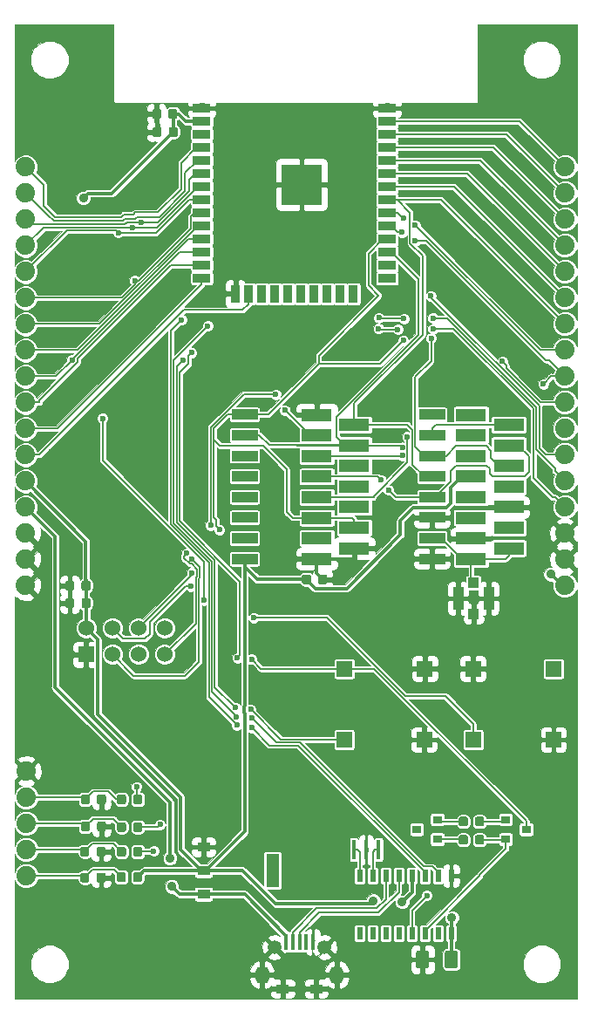
<source format=gbr>
G04 #@! TF.GenerationSoftware,KiCad,Pcbnew,5.0.0-rc3-unknown-3df2743~65~ubuntu18.04.1*
G04 #@! TF.CreationDate,2018-07-08T00:43:34+02:00*
G04 #@! TF.ProjectId,esp32-gateway,65737033322D676174657761792E6B69,rev?*
G04 #@! TF.SameCoordinates,Original*
G04 #@! TF.FileFunction,Copper,L1,Top,Signal*
G04 #@! TF.FilePolarity,Positive*
%FSLAX46Y46*%
G04 Gerber Fmt 4.6, Leading zero omitted, Abs format (unit mm)*
G04 Created by KiCad (PCBNEW 5.0.0-rc3-unknown-3df2743~65~ubuntu18.04.1) date Sun Jul  8 00:43:34 2018*
%MOMM*%
%LPD*%
G01*
G04 APERTURE LIST*
G04 #@! TA.AperFunction,Conductor*
%ADD10C,0.100000*%
G04 #@! TD*
G04 #@! TA.AperFunction,SMDPad,CuDef*
%ADD11C,0.875000*%
G04 #@! TD*
G04 #@! TA.AperFunction,ComponentPad*
%ADD12C,1.524000*%
G04 #@! TD*
G04 #@! TA.AperFunction,ComponentPad*
%ADD13R,1.524000X1.524000*%
G04 #@! TD*
G04 #@! TA.AperFunction,SMDPad,CuDef*
%ADD14R,1.500000X1.500000*%
G04 #@! TD*
G04 #@! TA.AperFunction,ComponentPad*
%ADD15C,1.879600*%
G04 #@! TD*
G04 #@! TA.AperFunction,SMDPad,CuDef*
%ADD16C,1.250000*%
G04 #@! TD*
G04 #@! TA.AperFunction,SMDPad,CuDef*
%ADD17R,1.310000X0.930000*%
G04 #@! TD*
G04 #@! TA.AperFunction,SMDPad,CuDef*
%ADD18R,1.310000X3.240000*%
G04 #@! TD*
G04 #@! TA.AperFunction,SMDPad,CuDef*
%ADD19R,1.300000X0.900000*%
G04 #@! TD*
G04 #@! TA.AperFunction,SMDPad,CuDef*
%ADD20R,0.400000X1.600000*%
G04 #@! TD*
G04 #@! TA.AperFunction,ComponentPad*
%ADD21C,1.350000*%
G04 #@! TD*
G04 #@! TA.AperFunction,ComponentPad*
%ADD22O,1.350000X1.800000*%
G04 #@! TD*
G04 #@! TA.AperFunction,SMDPad,CuDef*
%ADD23R,1.000000X1.000000*%
G04 #@! TD*
G04 #@! TA.AperFunction,SMDPad,CuDef*
%ADD24R,1.050000X2.200000*%
G04 #@! TD*
G04 #@! TA.AperFunction,SMDPad,CuDef*
%ADD25R,4.000000X4.000000*%
G04 #@! TD*
G04 #@! TA.AperFunction,SMDPad,CuDef*
%ADD26R,1.700000X0.900000*%
G04 #@! TD*
G04 #@! TA.AperFunction,SMDPad,CuDef*
%ADD27R,0.900000X1.700000*%
G04 #@! TD*
G04 #@! TA.AperFunction,SMDPad,CuDef*
%ADD28R,0.599440X1.198880*%
G04 #@! TD*
G04 #@! TA.AperFunction,SMDPad,CuDef*
%ADD29R,2.999740X1.198880*%
G04 #@! TD*
G04 #@! TA.AperFunction,SMDPad,CuDef*
%ADD30R,2.500000X1.000000*%
G04 #@! TD*
G04 #@! TA.AperFunction,SMDPad,CuDef*
%ADD31R,0.400000X1.900000*%
G04 #@! TD*
G04 #@! TA.AperFunction,SMDPad,CuDef*
%ADD32R,0.900000X0.800000*%
G04 #@! TD*
G04 #@! TA.AperFunction,ViaPad*
%ADD33C,0.600000*%
G04 #@! TD*
G04 #@! TA.AperFunction,ViaPad*
%ADD34C,0.900000*%
G04 #@! TD*
G04 #@! TA.AperFunction,Conductor*
%ADD35C,0.300000*%
G04 #@! TD*
G04 #@! TA.AperFunction,Conductor*
%ADD36C,0.150000*%
G04 #@! TD*
G04 APERTURE END LIST*
D10*
G04 #@! TO.N,GND*
G04 #@! TO.C,C5*
G36*
X145357691Y-118576053D02*
X145378926Y-118579203D01*
X145399750Y-118584419D01*
X145419962Y-118591651D01*
X145439368Y-118600830D01*
X145457781Y-118611866D01*
X145475024Y-118624654D01*
X145490930Y-118639070D01*
X145505346Y-118654976D01*
X145518134Y-118672219D01*
X145529170Y-118690632D01*
X145538349Y-118710038D01*
X145545581Y-118730250D01*
X145550797Y-118751074D01*
X145553947Y-118772309D01*
X145555000Y-118793750D01*
X145555000Y-119306250D01*
X145553947Y-119327691D01*
X145550797Y-119348926D01*
X145545581Y-119369750D01*
X145538349Y-119389962D01*
X145529170Y-119409368D01*
X145518134Y-119427781D01*
X145505346Y-119445024D01*
X145490930Y-119460930D01*
X145475024Y-119475346D01*
X145457781Y-119488134D01*
X145439368Y-119499170D01*
X145419962Y-119508349D01*
X145399750Y-119515581D01*
X145378926Y-119520797D01*
X145357691Y-119523947D01*
X145336250Y-119525000D01*
X144898750Y-119525000D01*
X144877309Y-119523947D01*
X144856074Y-119520797D01*
X144835250Y-119515581D01*
X144815038Y-119508349D01*
X144795632Y-119499170D01*
X144777219Y-119488134D01*
X144759976Y-119475346D01*
X144744070Y-119460930D01*
X144729654Y-119445024D01*
X144716866Y-119427781D01*
X144705830Y-119409368D01*
X144696651Y-119389962D01*
X144689419Y-119369750D01*
X144684203Y-119348926D01*
X144681053Y-119327691D01*
X144680000Y-119306250D01*
X144680000Y-118793750D01*
X144681053Y-118772309D01*
X144684203Y-118751074D01*
X144689419Y-118730250D01*
X144696651Y-118710038D01*
X144705830Y-118690632D01*
X144716866Y-118672219D01*
X144729654Y-118654976D01*
X144744070Y-118639070D01*
X144759976Y-118624654D01*
X144777219Y-118611866D01*
X144795632Y-118600830D01*
X144815038Y-118591651D01*
X144835250Y-118584419D01*
X144856074Y-118579203D01*
X144877309Y-118576053D01*
X144898750Y-118575000D01*
X145336250Y-118575000D01*
X145357691Y-118576053D01*
X145357691Y-118576053D01*
G37*
D11*
G04 #@! TD*
G04 #@! TO.P,C5,1*
G04 #@! TO.N,GND*
X145117500Y-119050000D03*
D10*
G04 #@! TO.N,+3V3*
G04 #@! TO.C,C5*
G36*
X143782691Y-118576053D02*
X143803926Y-118579203D01*
X143824750Y-118584419D01*
X143844962Y-118591651D01*
X143864368Y-118600830D01*
X143882781Y-118611866D01*
X143900024Y-118624654D01*
X143915930Y-118639070D01*
X143930346Y-118654976D01*
X143943134Y-118672219D01*
X143954170Y-118690632D01*
X143963349Y-118710038D01*
X143970581Y-118730250D01*
X143975797Y-118751074D01*
X143978947Y-118772309D01*
X143980000Y-118793750D01*
X143980000Y-119306250D01*
X143978947Y-119327691D01*
X143975797Y-119348926D01*
X143970581Y-119369750D01*
X143963349Y-119389962D01*
X143954170Y-119409368D01*
X143943134Y-119427781D01*
X143930346Y-119445024D01*
X143915930Y-119460930D01*
X143900024Y-119475346D01*
X143882781Y-119488134D01*
X143864368Y-119499170D01*
X143844962Y-119508349D01*
X143824750Y-119515581D01*
X143803926Y-119520797D01*
X143782691Y-119523947D01*
X143761250Y-119525000D01*
X143323750Y-119525000D01*
X143302309Y-119523947D01*
X143281074Y-119520797D01*
X143260250Y-119515581D01*
X143240038Y-119508349D01*
X143220632Y-119499170D01*
X143202219Y-119488134D01*
X143184976Y-119475346D01*
X143169070Y-119460930D01*
X143154654Y-119445024D01*
X143141866Y-119427781D01*
X143130830Y-119409368D01*
X143121651Y-119389962D01*
X143114419Y-119369750D01*
X143109203Y-119348926D01*
X143106053Y-119327691D01*
X143105000Y-119306250D01*
X143105000Y-118793750D01*
X143106053Y-118772309D01*
X143109203Y-118751074D01*
X143114419Y-118730250D01*
X143121651Y-118710038D01*
X143130830Y-118690632D01*
X143141866Y-118672219D01*
X143154654Y-118654976D01*
X143169070Y-118639070D01*
X143184976Y-118624654D01*
X143202219Y-118611866D01*
X143220632Y-118600830D01*
X143240038Y-118591651D01*
X143260250Y-118584419D01*
X143281074Y-118579203D01*
X143302309Y-118576053D01*
X143323750Y-118575000D01*
X143761250Y-118575000D01*
X143782691Y-118576053D01*
X143782691Y-118576053D01*
G37*
D11*
G04 #@! TD*
G04 #@! TO.P,C5,2*
G04 #@! TO.N,+3V3*
X143542500Y-119050000D03*
D10*
G04 #@! TO.N,+3V3*
G04 #@! TO.C,C6*
G36*
X122377691Y-120886053D02*
X122398926Y-120889203D01*
X122419750Y-120894419D01*
X122439962Y-120901651D01*
X122459368Y-120910830D01*
X122477781Y-120921866D01*
X122495024Y-120934654D01*
X122510930Y-120949070D01*
X122525346Y-120964976D01*
X122538134Y-120982219D01*
X122549170Y-121000632D01*
X122558349Y-121020038D01*
X122565581Y-121040250D01*
X122570797Y-121061074D01*
X122573947Y-121082309D01*
X122575000Y-121103750D01*
X122575000Y-121616250D01*
X122573947Y-121637691D01*
X122570797Y-121658926D01*
X122565581Y-121679750D01*
X122558349Y-121699962D01*
X122549170Y-121719368D01*
X122538134Y-121737781D01*
X122525346Y-121755024D01*
X122510930Y-121770930D01*
X122495024Y-121785346D01*
X122477781Y-121798134D01*
X122459368Y-121809170D01*
X122439962Y-121818349D01*
X122419750Y-121825581D01*
X122398926Y-121830797D01*
X122377691Y-121833947D01*
X122356250Y-121835000D01*
X121918750Y-121835000D01*
X121897309Y-121833947D01*
X121876074Y-121830797D01*
X121855250Y-121825581D01*
X121835038Y-121818349D01*
X121815632Y-121809170D01*
X121797219Y-121798134D01*
X121779976Y-121785346D01*
X121764070Y-121770930D01*
X121749654Y-121755024D01*
X121736866Y-121737781D01*
X121725830Y-121719368D01*
X121716651Y-121699962D01*
X121709419Y-121679750D01*
X121704203Y-121658926D01*
X121701053Y-121637691D01*
X121700000Y-121616250D01*
X121700000Y-121103750D01*
X121701053Y-121082309D01*
X121704203Y-121061074D01*
X121709419Y-121040250D01*
X121716651Y-121020038D01*
X121725830Y-121000632D01*
X121736866Y-120982219D01*
X121749654Y-120964976D01*
X121764070Y-120949070D01*
X121779976Y-120934654D01*
X121797219Y-120921866D01*
X121815632Y-120910830D01*
X121835038Y-120901651D01*
X121855250Y-120894419D01*
X121876074Y-120889203D01*
X121897309Y-120886053D01*
X121918750Y-120885000D01*
X122356250Y-120885000D01*
X122377691Y-120886053D01*
X122377691Y-120886053D01*
G37*
D11*
G04 #@! TD*
G04 #@! TO.P,C6,2*
G04 #@! TO.N,+3V3*
X122137500Y-121360000D03*
D10*
G04 #@! TO.N,GND*
G04 #@! TO.C,C6*
G36*
X120802691Y-120886053D02*
X120823926Y-120889203D01*
X120844750Y-120894419D01*
X120864962Y-120901651D01*
X120884368Y-120910830D01*
X120902781Y-120921866D01*
X120920024Y-120934654D01*
X120935930Y-120949070D01*
X120950346Y-120964976D01*
X120963134Y-120982219D01*
X120974170Y-121000632D01*
X120983349Y-121020038D01*
X120990581Y-121040250D01*
X120995797Y-121061074D01*
X120998947Y-121082309D01*
X121000000Y-121103750D01*
X121000000Y-121616250D01*
X120998947Y-121637691D01*
X120995797Y-121658926D01*
X120990581Y-121679750D01*
X120983349Y-121699962D01*
X120974170Y-121719368D01*
X120963134Y-121737781D01*
X120950346Y-121755024D01*
X120935930Y-121770930D01*
X120920024Y-121785346D01*
X120902781Y-121798134D01*
X120884368Y-121809170D01*
X120864962Y-121818349D01*
X120844750Y-121825581D01*
X120823926Y-121830797D01*
X120802691Y-121833947D01*
X120781250Y-121835000D01*
X120343750Y-121835000D01*
X120322309Y-121833947D01*
X120301074Y-121830797D01*
X120280250Y-121825581D01*
X120260038Y-121818349D01*
X120240632Y-121809170D01*
X120222219Y-121798134D01*
X120204976Y-121785346D01*
X120189070Y-121770930D01*
X120174654Y-121755024D01*
X120161866Y-121737781D01*
X120150830Y-121719368D01*
X120141651Y-121699962D01*
X120134419Y-121679750D01*
X120129203Y-121658926D01*
X120126053Y-121637691D01*
X120125000Y-121616250D01*
X120125000Y-121103750D01*
X120126053Y-121082309D01*
X120129203Y-121061074D01*
X120134419Y-121040250D01*
X120141651Y-121020038D01*
X120150830Y-121000632D01*
X120161866Y-120982219D01*
X120174654Y-120964976D01*
X120189070Y-120949070D01*
X120204976Y-120934654D01*
X120222219Y-120921866D01*
X120240632Y-120910830D01*
X120260038Y-120901651D01*
X120280250Y-120894419D01*
X120301074Y-120889203D01*
X120322309Y-120886053D01*
X120343750Y-120885000D01*
X120781250Y-120885000D01*
X120802691Y-120886053D01*
X120802691Y-120886053D01*
G37*
D11*
G04 #@! TD*
G04 #@! TO.P,C6,1*
G04 #@! TO.N,GND*
X120562500Y-121360000D03*
D10*
G04 #@! TO.N,GND*
G04 #@! TO.C,C7*
G36*
X120792691Y-119196053D02*
X120813926Y-119199203D01*
X120834750Y-119204419D01*
X120854962Y-119211651D01*
X120874368Y-119220830D01*
X120892781Y-119231866D01*
X120910024Y-119244654D01*
X120925930Y-119259070D01*
X120940346Y-119274976D01*
X120953134Y-119292219D01*
X120964170Y-119310632D01*
X120973349Y-119330038D01*
X120980581Y-119350250D01*
X120985797Y-119371074D01*
X120988947Y-119392309D01*
X120990000Y-119413750D01*
X120990000Y-119926250D01*
X120988947Y-119947691D01*
X120985797Y-119968926D01*
X120980581Y-119989750D01*
X120973349Y-120009962D01*
X120964170Y-120029368D01*
X120953134Y-120047781D01*
X120940346Y-120065024D01*
X120925930Y-120080930D01*
X120910024Y-120095346D01*
X120892781Y-120108134D01*
X120874368Y-120119170D01*
X120854962Y-120128349D01*
X120834750Y-120135581D01*
X120813926Y-120140797D01*
X120792691Y-120143947D01*
X120771250Y-120145000D01*
X120333750Y-120145000D01*
X120312309Y-120143947D01*
X120291074Y-120140797D01*
X120270250Y-120135581D01*
X120250038Y-120128349D01*
X120230632Y-120119170D01*
X120212219Y-120108134D01*
X120194976Y-120095346D01*
X120179070Y-120080930D01*
X120164654Y-120065024D01*
X120151866Y-120047781D01*
X120140830Y-120029368D01*
X120131651Y-120009962D01*
X120124419Y-119989750D01*
X120119203Y-119968926D01*
X120116053Y-119947691D01*
X120115000Y-119926250D01*
X120115000Y-119413750D01*
X120116053Y-119392309D01*
X120119203Y-119371074D01*
X120124419Y-119350250D01*
X120131651Y-119330038D01*
X120140830Y-119310632D01*
X120151866Y-119292219D01*
X120164654Y-119274976D01*
X120179070Y-119259070D01*
X120194976Y-119244654D01*
X120212219Y-119231866D01*
X120230632Y-119220830D01*
X120250038Y-119211651D01*
X120270250Y-119204419D01*
X120291074Y-119199203D01*
X120312309Y-119196053D01*
X120333750Y-119195000D01*
X120771250Y-119195000D01*
X120792691Y-119196053D01*
X120792691Y-119196053D01*
G37*
D11*
G04 #@! TD*
G04 #@! TO.P,C7,1*
G04 #@! TO.N,GND*
X120552500Y-119670000D03*
D10*
G04 #@! TO.N,+3V3*
G04 #@! TO.C,C7*
G36*
X122367691Y-119196053D02*
X122388926Y-119199203D01*
X122409750Y-119204419D01*
X122429962Y-119211651D01*
X122449368Y-119220830D01*
X122467781Y-119231866D01*
X122485024Y-119244654D01*
X122500930Y-119259070D01*
X122515346Y-119274976D01*
X122528134Y-119292219D01*
X122539170Y-119310632D01*
X122548349Y-119330038D01*
X122555581Y-119350250D01*
X122560797Y-119371074D01*
X122563947Y-119392309D01*
X122565000Y-119413750D01*
X122565000Y-119926250D01*
X122563947Y-119947691D01*
X122560797Y-119968926D01*
X122555581Y-119989750D01*
X122548349Y-120009962D01*
X122539170Y-120029368D01*
X122528134Y-120047781D01*
X122515346Y-120065024D01*
X122500930Y-120080930D01*
X122485024Y-120095346D01*
X122467781Y-120108134D01*
X122449368Y-120119170D01*
X122429962Y-120128349D01*
X122409750Y-120135581D01*
X122388926Y-120140797D01*
X122367691Y-120143947D01*
X122346250Y-120145000D01*
X121908750Y-120145000D01*
X121887309Y-120143947D01*
X121866074Y-120140797D01*
X121845250Y-120135581D01*
X121825038Y-120128349D01*
X121805632Y-120119170D01*
X121787219Y-120108134D01*
X121769976Y-120095346D01*
X121754070Y-120080930D01*
X121739654Y-120065024D01*
X121726866Y-120047781D01*
X121715830Y-120029368D01*
X121706651Y-120009962D01*
X121699419Y-119989750D01*
X121694203Y-119968926D01*
X121691053Y-119947691D01*
X121690000Y-119926250D01*
X121690000Y-119413750D01*
X121691053Y-119392309D01*
X121694203Y-119371074D01*
X121699419Y-119350250D01*
X121706651Y-119330038D01*
X121715830Y-119310632D01*
X121726866Y-119292219D01*
X121739654Y-119274976D01*
X121754070Y-119259070D01*
X121769976Y-119244654D01*
X121787219Y-119231866D01*
X121805632Y-119220830D01*
X121825038Y-119211651D01*
X121845250Y-119204419D01*
X121866074Y-119199203D01*
X121887309Y-119196053D01*
X121908750Y-119195000D01*
X122346250Y-119195000D01*
X122367691Y-119196053D01*
X122367691Y-119196053D01*
G37*
D11*
G04 #@! TD*
G04 #@! TO.P,C7,2*
G04 #@! TO.N,+3V3*
X122127500Y-119670000D03*
D12*
G04 #@! TO.P,U7,8*
G04 #@! TO.N,IO16*
X129770000Y-123800000D03*
G04 #@! TO.P,U7,7*
G04 #@! TO.N,IO19*
X129770000Y-126340000D03*
G04 #@! TO.P,U7,6*
G04 #@! TO.N,IO23*
X127230000Y-123800000D03*
G04 #@! TO.P,U7,5*
G04 #@! TO.N,IO18*
X127230000Y-126340000D03*
G04 #@! TO.P,U7,4*
G04 #@! TO.N,IO5*
X124690000Y-123800000D03*
G04 #@! TO.P,U7,3*
G04 #@! TO.N,CE-RST*
X124690000Y-126340000D03*
G04 #@! TO.P,U7,2*
G04 #@! TO.N,+3V3*
X122150000Y-123800000D03*
D13*
G04 #@! TO.P,U7,1*
G04 #@! TO.N,GND*
X122150000Y-126340000D03*
G04 #@! TD*
D14*
G04 #@! TO.P,SW3,2*
G04 #@! TO.N,GND*
X155000000Y-134618000D03*
G04 #@! TO.P,SW3,1*
G04 #@! TO.N,IO33*
X147200000Y-134618000D03*
G04 #@! TD*
G04 #@! TO.P,SW4,1*
G04 #@! TO.N,IO27*
X159746000Y-134618000D03*
G04 #@! TO.P,SW4,2*
G04 #@! TO.N,GND*
X167546000Y-134618000D03*
G04 #@! TD*
D15*
G04 #@! TO.P,J5,17*
G04 #@! TO.N,IO23*
X168656000Y-79024000D03*
G04 #@! TO.P,J5,16*
G04 #@! TO.N,IO22*
X168656000Y-81564000D03*
G04 #@! TO.P,J5,15*
G04 #@! TO.N,ESPTX*
X168656000Y-84104000D03*
G04 #@! TO.P,J5,14*
G04 #@! TO.N,ESPRX*
X168656000Y-86644000D03*
G04 #@! TO.P,J5,13*
G04 #@! TO.N,IO21*
X168656000Y-89184000D03*
G04 #@! TO.P,J5,12*
G04 #@! TO.N,IO20*
X168656000Y-91724000D03*
G04 #@! TO.P,J5,11*
G04 #@! TO.N,IO19*
X168656000Y-94264000D03*
G04 #@! TO.P,J5,10*
G04 #@! TO.N,IO18*
X168656000Y-96804000D03*
G04 #@! TO.P,J5,9*
G04 #@! TO.N,IO5*
X168656000Y-99344000D03*
G04 #@! TO.P,J5,8*
G04 #@! TO.N,CE-RST*
X168656000Y-101884000D03*
G04 #@! TO.P,J5,7*
G04 #@! TO.N,IO16*
X168656000Y-104424000D03*
G04 #@! TO.P,J5,6*
G04 #@! TO.N,IO4*
X168656000Y-106964000D03*
G04 #@! TO.P,J5,5*
G04 #@! TO.N,IO2*
X168656000Y-109504000D03*
G04 #@! TO.P,J5,4*
G04 #@! TO.N,IO15*
X168656000Y-112044000D03*
G04 #@! TO.P,J5,3*
G04 #@! TO.N,GND*
X168656000Y-114584000D03*
G04 #@! TO.P,J5,2*
X168656000Y-117124000D03*
G04 #@! TO.P,J5,1*
G04 #@! TO.N,+3V3*
X168656000Y-119664000D03*
G04 #@! TD*
G04 #@! TO.P,J4,1*
G04 #@! TO.N,SENSOR_VP*
X116270000Y-79030000D03*
G04 #@! TO.P,J4,2*
G04 #@! TO.N,SENSOR_VN*
X116270000Y-81570000D03*
G04 #@! TO.P,J4,3*
G04 #@! TO.N,IO34*
X116270000Y-84110000D03*
G04 #@! TO.P,J4,4*
G04 #@! TO.N,IO35*
X116270000Y-86650000D03*
G04 #@! TO.P,J4,5*
G04 #@! TO.N,IO32*
X116270000Y-89190000D03*
G04 #@! TO.P,J4,6*
G04 #@! TO.N,IO33*
X116270000Y-91730000D03*
G04 #@! TO.P,J4,7*
G04 #@! TO.N,IO25*
X116270000Y-94270000D03*
G04 #@! TO.P,J4,8*
G04 #@! TO.N,IO26*
X116270000Y-96810000D03*
G04 #@! TO.P,J4,9*
G04 #@! TO.N,IO27*
X116270000Y-99350000D03*
G04 #@! TO.P,J4,10*
G04 #@! TO.N,IO14*
X116270000Y-101890000D03*
G04 #@! TO.P,J4,11*
G04 #@! TO.N,IO12*
X116270000Y-104430000D03*
G04 #@! TO.P,J4,12*
G04 #@! TO.N,IO13*
X116270000Y-106970000D03*
G04 #@! TO.P,J4,13*
G04 #@! TO.N,+3V3*
X116270000Y-109510000D03*
G04 #@! TO.P,J4,14*
G04 #@! TO.N,+5V*
X116270000Y-112050000D03*
G04 #@! TO.P,J4,15*
G04 #@! TO.N,GND*
X116270000Y-114590000D03*
G04 #@! TO.P,J4,16*
X116270000Y-117130000D03*
G04 #@! TO.P,J4,17*
X116270000Y-119670000D03*
G04 #@! TD*
D10*
G04 #@! TO.N,Net-(D1-Pad2)*
G04 #@! TO.C,D1*
G36*
X122263166Y-147529713D02*
X122284401Y-147532863D01*
X122305225Y-147538079D01*
X122325437Y-147545311D01*
X122344843Y-147554490D01*
X122363256Y-147565526D01*
X122380499Y-147578314D01*
X122396405Y-147592730D01*
X122410821Y-147608636D01*
X122423609Y-147625879D01*
X122434645Y-147644292D01*
X122443824Y-147663698D01*
X122451056Y-147683910D01*
X122456272Y-147704734D01*
X122459422Y-147725969D01*
X122460475Y-147747410D01*
X122460475Y-148259910D01*
X122459422Y-148281351D01*
X122456272Y-148302586D01*
X122451056Y-148323410D01*
X122443824Y-148343622D01*
X122434645Y-148363028D01*
X122423609Y-148381441D01*
X122410821Y-148398684D01*
X122396405Y-148414590D01*
X122380499Y-148429006D01*
X122363256Y-148441794D01*
X122344843Y-148452830D01*
X122325437Y-148462009D01*
X122305225Y-148469241D01*
X122284401Y-148474457D01*
X122263166Y-148477607D01*
X122241725Y-148478660D01*
X121804225Y-148478660D01*
X121782784Y-148477607D01*
X121761549Y-148474457D01*
X121740725Y-148469241D01*
X121720513Y-148462009D01*
X121701107Y-148452830D01*
X121682694Y-148441794D01*
X121665451Y-148429006D01*
X121649545Y-148414590D01*
X121635129Y-148398684D01*
X121622341Y-148381441D01*
X121611305Y-148363028D01*
X121602126Y-148343622D01*
X121594894Y-148323410D01*
X121589678Y-148302586D01*
X121586528Y-148281351D01*
X121585475Y-148259910D01*
X121585475Y-147747410D01*
X121586528Y-147725969D01*
X121589678Y-147704734D01*
X121594894Y-147683910D01*
X121602126Y-147663698D01*
X121611305Y-147644292D01*
X121622341Y-147625879D01*
X121635129Y-147608636D01*
X121649545Y-147592730D01*
X121665451Y-147578314D01*
X121682694Y-147565526D01*
X121701107Y-147554490D01*
X121720513Y-147545311D01*
X121740725Y-147538079D01*
X121761549Y-147532863D01*
X121782784Y-147529713D01*
X121804225Y-147528660D01*
X122241725Y-147528660D01*
X122263166Y-147529713D01*
X122263166Y-147529713D01*
G37*
D11*
G04 #@! TD*
G04 #@! TO.P,D1,2*
G04 #@! TO.N,Net-(D1-Pad2)*
X122022975Y-148003660D03*
D10*
G04 #@! TO.N,GND*
G04 #@! TO.C,D1*
G36*
X123838166Y-147529713D02*
X123859401Y-147532863D01*
X123880225Y-147538079D01*
X123900437Y-147545311D01*
X123919843Y-147554490D01*
X123938256Y-147565526D01*
X123955499Y-147578314D01*
X123971405Y-147592730D01*
X123985821Y-147608636D01*
X123998609Y-147625879D01*
X124009645Y-147644292D01*
X124018824Y-147663698D01*
X124026056Y-147683910D01*
X124031272Y-147704734D01*
X124034422Y-147725969D01*
X124035475Y-147747410D01*
X124035475Y-148259910D01*
X124034422Y-148281351D01*
X124031272Y-148302586D01*
X124026056Y-148323410D01*
X124018824Y-148343622D01*
X124009645Y-148363028D01*
X123998609Y-148381441D01*
X123985821Y-148398684D01*
X123971405Y-148414590D01*
X123955499Y-148429006D01*
X123938256Y-148441794D01*
X123919843Y-148452830D01*
X123900437Y-148462009D01*
X123880225Y-148469241D01*
X123859401Y-148474457D01*
X123838166Y-148477607D01*
X123816725Y-148478660D01*
X123379225Y-148478660D01*
X123357784Y-148477607D01*
X123336549Y-148474457D01*
X123315725Y-148469241D01*
X123295513Y-148462009D01*
X123276107Y-148452830D01*
X123257694Y-148441794D01*
X123240451Y-148429006D01*
X123224545Y-148414590D01*
X123210129Y-148398684D01*
X123197341Y-148381441D01*
X123186305Y-148363028D01*
X123177126Y-148343622D01*
X123169894Y-148323410D01*
X123164678Y-148302586D01*
X123161528Y-148281351D01*
X123160475Y-148259910D01*
X123160475Y-147747410D01*
X123161528Y-147725969D01*
X123164678Y-147704734D01*
X123169894Y-147683910D01*
X123177126Y-147663698D01*
X123186305Y-147644292D01*
X123197341Y-147625879D01*
X123210129Y-147608636D01*
X123224545Y-147592730D01*
X123240451Y-147578314D01*
X123257694Y-147565526D01*
X123276107Y-147554490D01*
X123295513Y-147545311D01*
X123315725Y-147538079D01*
X123336549Y-147532863D01*
X123357784Y-147529713D01*
X123379225Y-147528660D01*
X123816725Y-147528660D01*
X123838166Y-147529713D01*
X123838166Y-147529713D01*
G37*
D11*
G04 #@! TD*
G04 #@! TO.P,D1,1*
G04 #@! TO.N,GND*
X123597975Y-148003660D03*
D10*
G04 #@! TO.N,GND*
G04 #@! TO.C,D2*
G36*
X123838166Y-144999713D02*
X123859401Y-145002863D01*
X123880225Y-145008079D01*
X123900437Y-145015311D01*
X123919843Y-145024490D01*
X123938256Y-145035526D01*
X123955499Y-145048314D01*
X123971405Y-145062730D01*
X123985821Y-145078636D01*
X123998609Y-145095879D01*
X124009645Y-145114292D01*
X124018824Y-145133698D01*
X124026056Y-145153910D01*
X124031272Y-145174734D01*
X124034422Y-145195969D01*
X124035475Y-145217410D01*
X124035475Y-145729910D01*
X124034422Y-145751351D01*
X124031272Y-145772586D01*
X124026056Y-145793410D01*
X124018824Y-145813622D01*
X124009645Y-145833028D01*
X123998609Y-145851441D01*
X123985821Y-145868684D01*
X123971405Y-145884590D01*
X123955499Y-145899006D01*
X123938256Y-145911794D01*
X123919843Y-145922830D01*
X123900437Y-145932009D01*
X123880225Y-145939241D01*
X123859401Y-145944457D01*
X123838166Y-145947607D01*
X123816725Y-145948660D01*
X123379225Y-145948660D01*
X123357784Y-145947607D01*
X123336549Y-145944457D01*
X123315725Y-145939241D01*
X123295513Y-145932009D01*
X123276107Y-145922830D01*
X123257694Y-145911794D01*
X123240451Y-145899006D01*
X123224545Y-145884590D01*
X123210129Y-145868684D01*
X123197341Y-145851441D01*
X123186305Y-145833028D01*
X123177126Y-145813622D01*
X123169894Y-145793410D01*
X123164678Y-145772586D01*
X123161528Y-145751351D01*
X123160475Y-145729910D01*
X123160475Y-145217410D01*
X123161528Y-145195969D01*
X123164678Y-145174734D01*
X123169894Y-145153910D01*
X123177126Y-145133698D01*
X123186305Y-145114292D01*
X123197341Y-145095879D01*
X123210129Y-145078636D01*
X123224545Y-145062730D01*
X123240451Y-145048314D01*
X123257694Y-145035526D01*
X123276107Y-145024490D01*
X123295513Y-145015311D01*
X123315725Y-145008079D01*
X123336549Y-145002863D01*
X123357784Y-144999713D01*
X123379225Y-144998660D01*
X123816725Y-144998660D01*
X123838166Y-144999713D01*
X123838166Y-144999713D01*
G37*
D11*
G04 #@! TD*
G04 #@! TO.P,D2,1*
G04 #@! TO.N,GND*
X123597975Y-145473660D03*
D10*
G04 #@! TO.N,Net-(D2-Pad2)*
G04 #@! TO.C,D2*
G36*
X122263166Y-144999713D02*
X122284401Y-145002863D01*
X122305225Y-145008079D01*
X122325437Y-145015311D01*
X122344843Y-145024490D01*
X122363256Y-145035526D01*
X122380499Y-145048314D01*
X122396405Y-145062730D01*
X122410821Y-145078636D01*
X122423609Y-145095879D01*
X122434645Y-145114292D01*
X122443824Y-145133698D01*
X122451056Y-145153910D01*
X122456272Y-145174734D01*
X122459422Y-145195969D01*
X122460475Y-145217410D01*
X122460475Y-145729910D01*
X122459422Y-145751351D01*
X122456272Y-145772586D01*
X122451056Y-145793410D01*
X122443824Y-145813622D01*
X122434645Y-145833028D01*
X122423609Y-145851441D01*
X122410821Y-145868684D01*
X122396405Y-145884590D01*
X122380499Y-145899006D01*
X122363256Y-145911794D01*
X122344843Y-145922830D01*
X122325437Y-145932009D01*
X122305225Y-145939241D01*
X122284401Y-145944457D01*
X122263166Y-145947607D01*
X122241725Y-145948660D01*
X121804225Y-145948660D01*
X121782784Y-145947607D01*
X121761549Y-145944457D01*
X121740725Y-145939241D01*
X121720513Y-145932009D01*
X121701107Y-145922830D01*
X121682694Y-145911794D01*
X121665451Y-145899006D01*
X121649545Y-145884590D01*
X121635129Y-145868684D01*
X121622341Y-145851441D01*
X121611305Y-145833028D01*
X121602126Y-145813622D01*
X121594894Y-145793410D01*
X121589678Y-145772586D01*
X121586528Y-145751351D01*
X121585475Y-145729910D01*
X121585475Y-145217410D01*
X121586528Y-145195969D01*
X121589678Y-145174734D01*
X121594894Y-145153910D01*
X121602126Y-145133698D01*
X121611305Y-145114292D01*
X121622341Y-145095879D01*
X121635129Y-145078636D01*
X121649545Y-145062730D01*
X121665451Y-145048314D01*
X121682694Y-145035526D01*
X121701107Y-145024490D01*
X121720513Y-145015311D01*
X121740725Y-145008079D01*
X121761549Y-145002863D01*
X121782784Y-144999713D01*
X121804225Y-144998660D01*
X122241725Y-144998660D01*
X122263166Y-144999713D01*
X122263166Y-144999713D01*
G37*
D11*
G04 #@! TD*
G04 #@! TO.P,D2,2*
G04 #@! TO.N,Net-(D2-Pad2)*
X122022975Y-145473660D03*
D10*
G04 #@! TO.N,Net-(D3-Pad2)*
G04 #@! TO.C,D3*
G36*
X122313166Y-142559713D02*
X122334401Y-142562863D01*
X122355225Y-142568079D01*
X122375437Y-142575311D01*
X122394843Y-142584490D01*
X122413256Y-142595526D01*
X122430499Y-142608314D01*
X122446405Y-142622730D01*
X122460821Y-142638636D01*
X122473609Y-142655879D01*
X122484645Y-142674292D01*
X122493824Y-142693698D01*
X122501056Y-142713910D01*
X122506272Y-142734734D01*
X122509422Y-142755969D01*
X122510475Y-142777410D01*
X122510475Y-143289910D01*
X122509422Y-143311351D01*
X122506272Y-143332586D01*
X122501056Y-143353410D01*
X122493824Y-143373622D01*
X122484645Y-143393028D01*
X122473609Y-143411441D01*
X122460821Y-143428684D01*
X122446405Y-143444590D01*
X122430499Y-143459006D01*
X122413256Y-143471794D01*
X122394843Y-143482830D01*
X122375437Y-143492009D01*
X122355225Y-143499241D01*
X122334401Y-143504457D01*
X122313166Y-143507607D01*
X122291725Y-143508660D01*
X121854225Y-143508660D01*
X121832784Y-143507607D01*
X121811549Y-143504457D01*
X121790725Y-143499241D01*
X121770513Y-143492009D01*
X121751107Y-143482830D01*
X121732694Y-143471794D01*
X121715451Y-143459006D01*
X121699545Y-143444590D01*
X121685129Y-143428684D01*
X121672341Y-143411441D01*
X121661305Y-143393028D01*
X121652126Y-143373622D01*
X121644894Y-143353410D01*
X121639678Y-143332586D01*
X121636528Y-143311351D01*
X121635475Y-143289910D01*
X121635475Y-142777410D01*
X121636528Y-142755969D01*
X121639678Y-142734734D01*
X121644894Y-142713910D01*
X121652126Y-142693698D01*
X121661305Y-142674292D01*
X121672341Y-142655879D01*
X121685129Y-142638636D01*
X121699545Y-142622730D01*
X121715451Y-142608314D01*
X121732694Y-142595526D01*
X121751107Y-142584490D01*
X121770513Y-142575311D01*
X121790725Y-142568079D01*
X121811549Y-142562863D01*
X121832784Y-142559713D01*
X121854225Y-142558660D01*
X122291725Y-142558660D01*
X122313166Y-142559713D01*
X122313166Y-142559713D01*
G37*
D11*
G04 #@! TD*
G04 #@! TO.P,D3,2*
G04 #@! TO.N,Net-(D3-Pad2)*
X122072975Y-143033660D03*
D10*
G04 #@! TO.N,GND*
G04 #@! TO.C,D3*
G36*
X123888166Y-142559713D02*
X123909401Y-142562863D01*
X123930225Y-142568079D01*
X123950437Y-142575311D01*
X123969843Y-142584490D01*
X123988256Y-142595526D01*
X124005499Y-142608314D01*
X124021405Y-142622730D01*
X124035821Y-142638636D01*
X124048609Y-142655879D01*
X124059645Y-142674292D01*
X124068824Y-142693698D01*
X124076056Y-142713910D01*
X124081272Y-142734734D01*
X124084422Y-142755969D01*
X124085475Y-142777410D01*
X124085475Y-143289910D01*
X124084422Y-143311351D01*
X124081272Y-143332586D01*
X124076056Y-143353410D01*
X124068824Y-143373622D01*
X124059645Y-143393028D01*
X124048609Y-143411441D01*
X124035821Y-143428684D01*
X124021405Y-143444590D01*
X124005499Y-143459006D01*
X123988256Y-143471794D01*
X123969843Y-143482830D01*
X123950437Y-143492009D01*
X123930225Y-143499241D01*
X123909401Y-143504457D01*
X123888166Y-143507607D01*
X123866725Y-143508660D01*
X123429225Y-143508660D01*
X123407784Y-143507607D01*
X123386549Y-143504457D01*
X123365725Y-143499241D01*
X123345513Y-143492009D01*
X123326107Y-143482830D01*
X123307694Y-143471794D01*
X123290451Y-143459006D01*
X123274545Y-143444590D01*
X123260129Y-143428684D01*
X123247341Y-143411441D01*
X123236305Y-143393028D01*
X123227126Y-143373622D01*
X123219894Y-143353410D01*
X123214678Y-143332586D01*
X123211528Y-143311351D01*
X123210475Y-143289910D01*
X123210475Y-142777410D01*
X123211528Y-142755969D01*
X123214678Y-142734734D01*
X123219894Y-142713910D01*
X123227126Y-142693698D01*
X123236305Y-142674292D01*
X123247341Y-142655879D01*
X123260129Y-142638636D01*
X123274545Y-142622730D01*
X123290451Y-142608314D01*
X123307694Y-142595526D01*
X123326107Y-142584490D01*
X123345513Y-142575311D01*
X123365725Y-142568079D01*
X123386549Y-142562863D01*
X123407784Y-142559713D01*
X123429225Y-142558660D01*
X123866725Y-142558660D01*
X123888166Y-142559713D01*
X123888166Y-142559713D01*
G37*
D11*
G04 #@! TD*
G04 #@! TO.P,D3,1*
G04 #@! TO.N,GND*
X123647975Y-143033660D03*
D10*
G04 #@! TO.N,GND*
G04 #@! TO.C,D4*
G36*
X123878166Y-139929713D02*
X123899401Y-139932863D01*
X123920225Y-139938079D01*
X123940437Y-139945311D01*
X123959843Y-139954490D01*
X123978256Y-139965526D01*
X123995499Y-139978314D01*
X124011405Y-139992730D01*
X124025821Y-140008636D01*
X124038609Y-140025879D01*
X124049645Y-140044292D01*
X124058824Y-140063698D01*
X124066056Y-140083910D01*
X124071272Y-140104734D01*
X124074422Y-140125969D01*
X124075475Y-140147410D01*
X124075475Y-140659910D01*
X124074422Y-140681351D01*
X124071272Y-140702586D01*
X124066056Y-140723410D01*
X124058824Y-140743622D01*
X124049645Y-140763028D01*
X124038609Y-140781441D01*
X124025821Y-140798684D01*
X124011405Y-140814590D01*
X123995499Y-140829006D01*
X123978256Y-140841794D01*
X123959843Y-140852830D01*
X123940437Y-140862009D01*
X123920225Y-140869241D01*
X123899401Y-140874457D01*
X123878166Y-140877607D01*
X123856725Y-140878660D01*
X123419225Y-140878660D01*
X123397784Y-140877607D01*
X123376549Y-140874457D01*
X123355725Y-140869241D01*
X123335513Y-140862009D01*
X123316107Y-140852830D01*
X123297694Y-140841794D01*
X123280451Y-140829006D01*
X123264545Y-140814590D01*
X123250129Y-140798684D01*
X123237341Y-140781441D01*
X123226305Y-140763028D01*
X123217126Y-140743622D01*
X123209894Y-140723410D01*
X123204678Y-140702586D01*
X123201528Y-140681351D01*
X123200475Y-140659910D01*
X123200475Y-140147410D01*
X123201528Y-140125969D01*
X123204678Y-140104734D01*
X123209894Y-140083910D01*
X123217126Y-140063698D01*
X123226305Y-140044292D01*
X123237341Y-140025879D01*
X123250129Y-140008636D01*
X123264545Y-139992730D01*
X123280451Y-139978314D01*
X123297694Y-139965526D01*
X123316107Y-139954490D01*
X123335513Y-139945311D01*
X123355725Y-139938079D01*
X123376549Y-139932863D01*
X123397784Y-139929713D01*
X123419225Y-139928660D01*
X123856725Y-139928660D01*
X123878166Y-139929713D01*
X123878166Y-139929713D01*
G37*
D11*
G04 #@! TD*
G04 #@! TO.P,D4,1*
G04 #@! TO.N,GND*
X123637975Y-140403660D03*
D10*
G04 #@! TO.N,Net-(D4-Pad2)*
G04 #@! TO.C,D4*
G36*
X122303166Y-139929713D02*
X122324401Y-139932863D01*
X122345225Y-139938079D01*
X122365437Y-139945311D01*
X122384843Y-139954490D01*
X122403256Y-139965526D01*
X122420499Y-139978314D01*
X122436405Y-139992730D01*
X122450821Y-140008636D01*
X122463609Y-140025879D01*
X122474645Y-140044292D01*
X122483824Y-140063698D01*
X122491056Y-140083910D01*
X122496272Y-140104734D01*
X122499422Y-140125969D01*
X122500475Y-140147410D01*
X122500475Y-140659910D01*
X122499422Y-140681351D01*
X122496272Y-140702586D01*
X122491056Y-140723410D01*
X122483824Y-140743622D01*
X122474645Y-140763028D01*
X122463609Y-140781441D01*
X122450821Y-140798684D01*
X122436405Y-140814590D01*
X122420499Y-140829006D01*
X122403256Y-140841794D01*
X122384843Y-140852830D01*
X122365437Y-140862009D01*
X122345225Y-140869241D01*
X122324401Y-140874457D01*
X122303166Y-140877607D01*
X122281725Y-140878660D01*
X121844225Y-140878660D01*
X121822784Y-140877607D01*
X121801549Y-140874457D01*
X121780725Y-140869241D01*
X121760513Y-140862009D01*
X121741107Y-140852830D01*
X121722694Y-140841794D01*
X121705451Y-140829006D01*
X121689545Y-140814590D01*
X121675129Y-140798684D01*
X121662341Y-140781441D01*
X121651305Y-140763028D01*
X121642126Y-140743622D01*
X121634894Y-140723410D01*
X121629678Y-140702586D01*
X121626528Y-140681351D01*
X121625475Y-140659910D01*
X121625475Y-140147410D01*
X121626528Y-140125969D01*
X121629678Y-140104734D01*
X121634894Y-140083910D01*
X121642126Y-140063698D01*
X121651305Y-140044292D01*
X121662341Y-140025879D01*
X121675129Y-140008636D01*
X121689545Y-139992730D01*
X121705451Y-139978314D01*
X121722694Y-139965526D01*
X121741107Y-139954490D01*
X121760513Y-139945311D01*
X121780725Y-139938079D01*
X121801549Y-139932863D01*
X121822784Y-139929713D01*
X121844225Y-139928660D01*
X122281725Y-139928660D01*
X122303166Y-139929713D01*
X122303166Y-139929713D01*
G37*
D11*
G04 #@! TD*
G04 #@! TO.P,D4,2*
G04 #@! TO.N,Net-(D4-Pad2)*
X122062975Y-140403660D03*
D10*
G04 #@! TO.N,+3V3*
G04 #@! TO.C,R3*
G36*
X127378166Y-147489713D02*
X127399401Y-147492863D01*
X127420225Y-147498079D01*
X127440437Y-147505311D01*
X127459843Y-147514490D01*
X127478256Y-147525526D01*
X127495499Y-147538314D01*
X127511405Y-147552730D01*
X127525821Y-147568636D01*
X127538609Y-147585879D01*
X127549645Y-147604292D01*
X127558824Y-147623698D01*
X127566056Y-147643910D01*
X127571272Y-147664734D01*
X127574422Y-147685969D01*
X127575475Y-147707410D01*
X127575475Y-148219910D01*
X127574422Y-148241351D01*
X127571272Y-148262586D01*
X127566056Y-148283410D01*
X127558824Y-148303622D01*
X127549645Y-148323028D01*
X127538609Y-148341441D01*
X127525821Y-148358684D01*
X127511405Y-148374590D01*
X127495499Y-148389006D01*
X127478256Y-148401794D01*
X127459843Y-148412830D01*
X127440437Y-148422009D01*
X127420225Y-148429241D01*
X127399401Y-148434457D01*
X127378166Y-148437607D01*
X127356725Y-148438660D01*
X126919225Y-148438660D01*
X126897784Y-148437607D01*
X126876549Y-148434457D01*
X126855725Y-148429241D01*
X126835513Y-148422009D01*
X126816107Y-148412830D01*
X126797694Y-148401794D01*
X126780451Y-148389006D01*
X126764545Y-148374590D01*
X126750129Y-148358684D01*
X126737341Y-148341441D01*
X126726305Y-148323028D01*
X126717126Y-148303622D01*
X126709894Y-148283410D01*
X126704678Y-148262586D01*
X126701528Y-148241351D01*
X126700475Y-148219910D01*
X126700475Y-147707410D01*
X126701528Y-147685969D01*
X126704678Y-147664734D01*
X126709894Y-147643910D01*
X126717126Y-147623698D01*
X126726305Y-147604292D01*
X126737341Y-147585879D01*
X126750129Y-147568636D01*
X126764545Y-147552730D01*
X126780451Y-147538314D01*
X126797694Y-147525526D01*
X126816107Y-147514490D01*
X126835513Y-147505311D01*
X126855725Y-147498079D01*
X126876549Y-147492863D01*
X126897784Y-147489713D01*
X126919225Y-147488660D01*
X127356725Y-147488660D01*
X127378166Y-147489713D01*
X127378166Y-147489713D01*
G37*
D11*
G04 #@! TD*
G04 #@! TO.P,R3,2*
G04 #@! TO.N,+3V3*
X127137975Y-147963660D03*
D10*
G04 #@! TO.N,Net-(D1-Pad2)*
G04 #@! TO.C,R3*
G36*
X125803166Y-147489713D02*
X125824401Y-147492863D01*
X125845225Y-147498079D01*
X125865437Y-147505311D01*
X125884843Y-147514490D01*
X125903256Y-147525526D01*
X125920499Y-147538314D01*
X125936405Y-147552730D01*
X125950821Y-147568636D01*
X125963609Y-147585879D01*
X125974645Y-147604292D01*
X125983824Y-147623698D01*
X125991056Y-147643910D01*
X125996272Y-147664734D01*
X125999422Y-147685969D01*
X126000475Y-147707410D01*
X126000475Y-148219910D01*
X125999422Y-148241351D01*
X125996272Y-148262586D01*
X125991056Y-148283410D01*
X125983824Y-148303622D01*
X125974645Y-148323028D01*
X125963609Y-148341441D01*
X125950821Y-148358684D01*
X125936405Y-148374590D01*
X125920499Y-148389006D01*
X125903256Y-148401794D01*
X125884843Y-148412830D01*
X125865437Y-148422009D01*
X125845225Y-148429241D01*
X125824401Y-148434457D01*
X125803166Y-148437607D01*
X125781725Y-148438660D01*
X125344225Y-148438660D01*
X125322784Y-148437607D01*
X125301549Y-148434457D01*
X125280725Y-148429241D01*
X125260513Y-148422009D01*
X125241107Y-148412830D01*
X125222694Y-148401794D01*
X125205451Y-148389006D01*
X125189545Y-148374590D01*
X125175129Y-148358684D01*
X125162341Y-148341441D01*
X125151305Y-148323028D01*
X125142126Y-148303622D01*
X125134894Y-148283410D01*
X125129678Y-148262586D01*
X125126528Y-148241351D01*
X125125475Y-148219910D01*
X125125475Y-147707410D01*
X125126528Y-147685969D01*
X125129678Y-147664734D01*
X125134894Y-147643910D01*
X125142126Y-147623698D01*
X125151305Y-147604292D01*
X125162341Y-147585879D01*
X125175129Y-147568636D01*
X125189545Y-147552730D01*
X125205451Y-147538314D01*
X125222694Y-147525526D01*
X125241107Y-147514490D01*
X125260513Y-147505311D01*
X125280725Y-147498079D01*
X125301549Y-147492863D01*
X125322784Y-147489713D01*
X125344225Y-147488660D01*
X125781725Y-147488660D01*
X125803166Y-147489713D01*
X125803166Y-147489713D01*
G37*
D11*
G04 #@! TD*
G04 #@! TO.P,R3,1*
G04 #@! TO.N,Net-(D1-Pad2)*
X125562975Y-147963660D03*
D10*
G04 #@! TO.N,Net-(D2-Pad2)*
G04 #@! TO.C,R4*
G36*
X125823166Y-145029713D02*
X125844401Y-145032863D01*
X125865225Y-145038079D01*
X125885437Y-145045311D01*
X125904843Y-145054490D01*
X125923256Y-145065526D01*
X125940499Y-145078314D01*
X125956405Y-145092730D01*
X125970821Y-145108636D01*
X125983609Y-145125879D01*
X125994645Y-145144292D01*
X126003824Y-145163698D01*
X126011056Y-145183910D01*
X126016272Y-145204734D01*
X126019422Y-145225969D01*
X126020475Y-145247410D01*
X126020475Y-145759910D01*
X126019422Y-145781351D01*
X126016272Y-145802586D01*
X126011056Y-145823410D01*
X126003824Y-145843622D01*
X125994645Y-145863028D01*
X125983609Y-145881441D01*
X125970821Y-145898684D01*
X125956405Y-145914590D01*
X125940499Y-145929006D01*
X125923256Y-145941794D01*
X125904843Y-145952830D01*
X125885437Y-145962009D01*
X125865225Y-145969241D01*
X125844401Y-145974457D01*
X125823166Y-145977607D01*
X125801725Y-145978660D01*
X125364225Y-145978660D01*
X125342784Y-145977607D01*
X125321549Y-145974457D01*
X125300725Y-145969241D01*
X125280513Y-145962009D01*
X125261107Y-145952830D01*
X125242694Y-145941794D01*
X125225451Y-145929006D01*
X125209545Y-145914590D01*
X125195129Y-145898684D01*
X125182341Y-145881441D01*
X125171305Y-145863028D01*
X125162126Y-145843622D01*
X125154894Y-145823410D01*
X125149678Y-145802586D01*
X125146528Y-145781351D01*
X125145475Y-145759910D01*
X125145475Y-145247410D01*
X125146528Y-145225969D01*
X125149678Y-145204734D01*
X125154894Y-145183910D01*
X125162126Y-145163698D01*
X125171305Y-145144292D01*
X125182341Y-145125879D01*
X125195129Y-145108636D01*
X125209545Y-145092730D01*
X125225451Y-145078314D01*
X125242694Y-145065526D01*
X125261107Y-145054490D01*
X125280513Y-145045311D01*
X125300725Y-145038079D01*
X125321549Y-145032863D01*
X125342784Y-145029713D01*
X125364225Y-145028660D01*
X125801725Y-145028660D01*
X125823166Y-145029713D01*
X125823166Y-145029713D01*
G37*
D11*
G04 #@! TD*
G04 #@! TO.P,R4,1*
G04 #@! TO.N,Net-(D2-Pad2)*
X125582975Y-145503660D03*
D10*
G04 #@! TO.N,IO34*
G04 #@! TO.C,R4*
G36*
X127398166Y-145029713D02*
X127419401Y-145032863D01*
X127440225Y-145038079D01*
X127460437Y-145045311D01*
X127479843Y-145054490D01*
X127498256Y-145065526D01*
X127515499Y-145078314D01*
X127531405Y-145092730D01*
X127545821Y-145108636D01*
X127558609Y-145125879D01*
X127569645Y-145144292D01*
X127578824Y-145163698D01*
X127586056Y-145183910D01*
X127591272Y-145204734D01*
X127594422Y-145225969D01*
X127595475Y-145247410D01*
X127595475Y-145759910D01*
X127594422Y-145781351D01*
X127591272Y-145802586D01*
X127586056Y-145823410D01*
X127578824Y-145843622D01*
X127569645Y-145863028D01*
X127558609Y-145881441D01*
X127545821Y-145898684D01*
X127531405Y-145914590D01*
X127515499Y-145929006D01*
X127498256Y-145941794D01*
X127479843Y-145952830D01*
X127460437Y-145962009D01*
X127440225Y-145969241D01*
X127419401Y-145974457D01*
X127398166Y-145977607D01*
X127376725Y-145978660D01*
X126939225Y-145978660D01*
X126917784Y-145977607D01*
X126896549Y-145974457D01*
X126875725Y-145969241D01*
X126855513Y-145962009D01*
X126836107Y-145952830D01*
X126817694Y-145941794D01*
X126800451Y-145929006D01*
X126784545Y-145914590D01*
X126770129Y-145898684D01*
X126757341Y-145881441D01*
X126746305Y-145863028D01*
X126737126Y-145843622D01*
X126729894Y-145823410D01*
X126724678Y-145802586D01*
X126721528Y-145781351D01*
X126720475Y-145759910D01*
X126720475Y-145247410D01*
X126721528Y-145225969D01*
X126724678Y-145204734D01*
X126729894Y-145183910D01*
X126737126Y-145163698D01*
X126746305Y-145144292D01*
X126757341Y-145125879D01*
X126770129Y-145108636D01*
X126784545Y-145092730D01*
X126800451Y-145078314D01*
X126817694Y-145065526D01*
X126836107Y-145054490D01*
X126855513Y-145045311D01*
X126875725Y-145038079D01*
X126896549Y-145032863D01*
X126917784Y-145029713D01*
X126939225Y-145028660D01*
X127376725Y-145028660D01*
X127398166Y-145029713D01*
X127398166Y-145029713D01*
G37*
D11*
G04 #@! TD*
G04 #@! TO.P,R4,2*
G04 #@! TO.N,IO34*
X127157975Y-145503660D03*
D10*
G04 #@! TO.N,IO35*
G04 #@! TO.C,R5*
G36*
X127398166Y-142629713D02*
X127419401Y-142632863D01*
X127440225Y-142638079D01*
X127460437Y-142645311D01*
X127479843Y-142654490D01*
X127498256Y-142665526D01*
X127515499Y-142678314D01*
X127531405Y-142692730D01*
X127545821Y-142708636D01*
X127558609Y-142725879D01*
X127569645Y-142744292D01*
X127578824Y-142763698D01*
X127586056Y-142783910D01*
X127591272Y-142804734D01*
X127594422Y-142825969D01*
X127595475Y-142847410D01*
X127595475Y-143359910D01*
X127594422Y-143381351D01*
X127591272Y-143402586D01*
X127586056Y-143423410D01*
X127578824Y-143443622D01*
X127569645Y-143463028D01*
X127558609Y-143481441D01*
X127545821Y-143498684D01*
X127531405Y-143514590D01*
X127515499Y-143529006D01*
X127498256Y-143541794D01*
X127479843Y-143552830D01*
X127460437Y-143562009D01*
X127440225Y-143569241D01*
X127419401Y-143574457D01*
X127398166Y-143577607D01*
X127376725Y-143578660D01*
X126939225Y-143578660D01*
X126917784Y-143577607D01*
X126896549Y-143574457D01*
X126875725Y-143569241D01*
X126855513Y-143562009D01*
X126836107Y-143552830D01*
X126817694Y-143541794D01*
X126800451Y-143529006D01*
X126784545Y-143514590D01*
X126770129Y-143498684D01*
X126757341Y-143481441D01*
X126746305Y-143463028D01*
X126737126Y-143443622D01*
X126729894Y-143423410D01*
X126724678Y-143402586D01*
X126721528Y-143381351D01*
X126720475Y-143359910D01*
X126720475Y-142847410D01*
X126721528Y-142825969D01*
X126724678Y-142804734D01*
X126729894Y-142783910D01*
X126737126Y-142763698D01*
X126746305Y-142744292D01*
X126757341Y-142725879D01*
X126770129Y-142708636D01*
X126784545Y-142692730D01*
X126800451Y-142678314D01*
X126817694Y-142665526D01*
X126836107Y-142654490D01*
X126855513Y-142645311D01*
X126875725Y-142638079D01*
X126896549Y-142632863D01*
X126917784Y-142629713D01*
X126939225Y-142628660D01*
X127376725Y-142628660D01*
X127398166Y-142629713D01*
X127398166Y-142629713D01*
G37*
D11*
G04 #@! TD*
G04 #@! TO.P,R5,2*
G04 #@! TO.N,IO35*
X127157975Y-143103660D03*
D10*
G04 #@! TO.N,Net-(D3-Pad2)*
G04 #@! TO.C,R5*
G36*
X125823166Y-142629713D02*
X125844401Y-142632863D01*
X125865225Y-142638079D01*
X125885437Y-142645311D01*
X125904843Y-142654490D01*
X125923256Y-142665526D01*
X125940499Y-142678314D01*
X125956405Y-142692730D01*
X125970821Y-142708636D01*
X125983609Y-142725879D01*
X125994645Y-142744292D01*
X126003824Y-142763698D01*
X126011056Y-142783910D01*
X126016272Y-142804734D01*
X126019422Y-142825969D01*
X126020475Y-142847410D01*
X126020475Y-143359910D01*
X126019422Y-143381351D01*
X126016272Y-143402586D01*
X126011056Y-143423410D01*
X126003824Y-143443622D01*
X125994645Y-143463028D01*
X125983609Y-143481441D01*
X125970821Y-143498684D01*
X125956405Y-143514590D01*
X125940499Y-143529006D01*
X125923256Y-143541794D01*
X125904843Y-143552830D01*
X125885437Y-143562009D01*
X125865225Y-143569241D01*
X125844401Y-143574457D01*
X125823166Y-143577607D01*
X125801725Y-143578660D01*
X125364225Y-143578660D01*
X125342784Y-143577607D01*
X125321549Y-143574457D01*
X125300725Y-143569241D01*
X125280513Y-143562009D01*
X125261107Y-143552830D01*
X125242694Y-143541794D01*
X125225451Y-143529006D01*
X125209545Y-143514590D01*
X125195129Y-143498684D01*
X125182341Y-143481441D01*
X125171305Y-143463028D01*
X125162126Y-143443622D01*
X125154894Y-143423410D01*
X125149678Y-143402586D01*
X125146528Y-143381351D01*
X125145475Y-143359910D01*
X125145475Y-142847410D01*
X125146528Y-142825969D01*
X125149678Y-142804734D01*
X125154894Y-142783910D01*
X125162126Y-142763698D01*
X125171305Y-142744292D01*
X125182341Y-142725879D01*
X125195129Y-142708636D01*
X125209545Y-142692730D01*
X125225451Y-142678314D01*
X125242694Y-142665526D01*
X125261107Y-142654490D01*
X125280513Y-142645311D01*
X125300725Y-142638079D01*
X125321549Y-142632863D01*
X125342784Y-142629713D01*
X125364225Y-142628660D01*
X125801725Y-142628660D01*
X125823166Y-142629713D01*
X125823166Y-142629713D01*
G37*
D11*
G04 #@! TD*
G04 #@! TO.P,R5,1*
G04 #@! TO.N,Net-(D3-Pad2)*
X125582975Y-143103660D03*
D10*
G04 #@! TO.N,Net-(D4-Pad2)*
G04 #@! TO.C,R6*
G36*
X125823166Y-139929713D02*
X125844401Y-139932863D01*
X125865225Y-139938079D01*
X125885437Y-139945311D01*
X125904843Y-139954490D01*
X125923256Y-139965526D01*
X125940499Y-139978314D01*
X125956405Y-139992730D01*
X125970821Y-140008636D01*
X125983609Y-140025879D01*
X125994645Y-140044292D01*
X126003824Y-140063698D01*
X126011056Y-140083910D01*
X126016272Y-140104734D01*
X126019422Y-140125969D01*
X126020475Y-140147410D01*
X126020475Y-140659910D01*
X126019422Y-140681351D01*
X126016272Y-140702586D01*
X126011056Y-140723410D01*
X126003824Y-140743622D01*
X125994645Y-140763028D01*
X125983609Y-140781441D01*
X125970821Y-140798684D01*
X125956405Y-140814590D01*
X125940499Y-140829006D01*
X125923256Y-140841794D01*
X125904843Y-140852830D01*
X125885437Y-140862009D01*
X125865225Y-140869241D01*
X125844401Y-140874457D01*
X125823166Y-140877607D01*
X125801725Y-140878660D01*
X125364225Y-140878660D01*
X125342784Y-140877607D01*
X125321549Y-140874457D01*
X125300725Y-140869241D01*
X125280513Y-140862009D01*
X125261107Y-140852830D01*
X125242694Y-140841794D01*
X125225451Y-140829006D01*
X125209545Y-140814590D01*
X125195129Y-140798684D01*
X125182341Y-140781441D01*
X125171305Y-140763028D01*
X125162126Y-140743622D01*
X125154894Y-140723410D01*
X125149678Y-140702586D01*
X125146528Y-140681351D01*
X125145475Y-140659910D01*
X125145475Y-140147410D01*
X125146528Y-140125969D01*
X125149678Y-140104734D01*
X125154894Y-140083910D01*
X125162126Y-140063698D01*
X125171305Y-140044292D01*
X125182341Y-140025879D01*
X125195129Y-140008636D01*
X125209545Y-139992730D01*
X125225451Y-139978314D01*
X125242694Y-139965526D01*
X125261107Y-139954490D01*
X125280513Y-139945311D01*
X125300725Y-139938079D01*
X125321549Y-139932863D01*
X125342784Y-139929713D01*
X125364225Y-139928660D01*
X125801725Y-139928660D01*
X125823166Y-139929713D01*
X125823166Y-139929713D01*
G37*
D11*
G04 #@! TD*
G04 #@! TO.P,R6,1*
G04 #@! TO.N,Net-(D4-Pad2)*
X125582975Y-140403660D03*
D10*
G04 #@! TO.N,IO32*
G04 #@! TO.C,R6*
G36*
X127398166Y-139929713D02*
X127419401Y-139932863D01*
X127440225Y-139938079D01*
X127460437Y-139945311D01*
X127479843Y-139954490D01*
X127498256Y-139965526D01*
X127515499Y-139978314D01*
X127531405Y-139992730D01*
X127545821Y-140008636D01*
X127558609Y-140025879D01*
X127569645Y-140044292D01*
X127578824Y-140063698D01*
X127586056Y-140083910D01*
X127591272Y-140104734D01*
X127594422Y-140125969D01*
X127595475Y-140147410D01*
X127595475Y-140659910D01*
X127594422Y-140681351D01*
X127591272Y-140702586D01*
X127586056Y-140723410D01*
X127578824Y-140743622D01*
X127569645Y-140763028D01*
X127558609Y-140781441D01*
X127545821Y-140798684D01*
X127531405Y-140814590D01*
X127515499Y-140829006D01*
X127498256Y-140841794D01*
X127479843Y-140852830D01*
X127460437Y-140862009D01*
X127440225Y-140869241D01*
X127419401Y-140874457D01*
X127398166Y-140877607D01*
X127376725Y-140878660D01*
X126939225Y-140878660D01*
X126917784Y-140877607D01*
X126896549Y-140874457D01*
X126875725Y-140869241D01*
X126855513Y-140862009D01*
X126836107Y-140852830D01*
X126817694Y-140841794D01*
X126800451Y-140829006D01*
X126784545Y-140814590D01*
X126770129Y-140798684D01*
X126757341Y-140781441D01*
X126746305Y-140763028D01*
X126737126Y-140743622D01*
X126729894Y-140723410D01*
X126724678Y-140702586D01*
X126721528Y-140681351D01*
X126720475Y-140659910D01*
X126720475Y-140147410D01*
X126721528Y-140125969D01*
X126724678Y-140104734D01*
X126729894Y-140083910D01*
X126737126Y-140063698D01*
X126746305Y-140044292D01*
X126757341Y-140025879D01*
X126770129Y-140008636D01*
X126784545Y-139992730D01*
X126800451Y-139978314D01*
X126817694Y-139965526D01*
X126836107Y-139954490D01*
X126855513Y-139945311D01*
X126875725Y-139938079D01*
X126896549Y-139932863D01*
X126917784Y-139929713D01*
X126939225Y-139928660D01*
X127376725Y-139928660D01*
X127398166Y-139929713D01*
X127398166Y-139929713D01*
G37*
D11*
G04 #@! TD*
G04 #@! TO.P,R6,2*
G04 #@! TO.N,IO32*
X127157975Y-140403660D03*
D15*
G04 #@! TO.P,J3,1*
G04 #@! TO.N,Net-(D1-Pad2)*
X116332000Y-147828000D03*
G04 #@! TO.P,J3,2*
G04 #@! TO.N,Net-(D2-Pad2)*
X116332000Y-145288000D03*
G04 #@! TO.P,J3,3*
G04 #@! TO.N,Net-(D3-Pad2)*
X116332000Y-142748000D03*
G04 #@! TO.P,J3,4*
G04 #@! TO.N,Net-(D4-Pad2)*
X116332000Y-140208000D03*
G04 #@! TO.P,J3,5*
G04 #@! TO.N,GND*
X116332000Y-137668000D03*
G04 #@! TD*
D10*
G04 #@! TO.N,+3V3*
G04 #@! TO.C,C4*
G36*
X158009504Y-155082204D02*
X158033773Y-155085804D01*
X158057571Y-155091765D01*
X158080671Y-155100030D01*
X158102849Y-155110520D01*
X158123893Y-155123133D01*
X158143598Y-155137747D01*
X158161777Y-155154223D01*
X158178253Y-155172402D01*
X158192867Y-155192107D01*
X158205480Y-155213151D01*
X158215970Y-155235329D01*
X158224235Y-155258429D01*
X158230196Y-155282227D01*
X158233796Y-155306496D01*
X158235000Y-155331000D01*
X158235000Y-156581000D01*
X158233796Y-156605504D01*
X158230196Y-156629773D01*
X158224235Y-156653571D01*
X158215970Y-156676671D01*
X158205480Y-156698849D01*
X158192867Y-156719893D01*
X158178253Y-156739598D01*
X158161777Y-156757777D01*
X158143598Y-156774253D01*
X158123893Y-156788867D01*
X158102849Y-156801480D01*
X158080671Y-156811970D01*
X158057571Y-156820235D01*
X158033773Y-156826196D01*
X158009504Y-156829796D01*
X157985000Y-156831000D01*
X157235000Y-156831000D01*
X157210496Y-156829796D01*
X157186227Y-156826196D01*
X157162429Y-156820235D01*
X157139329Y-156811970D01*
X157117151Y-156801480D01*
X157096107Y-156788867D01*
X157076402Y-156774253D01*
X157058223Y-156757777D01*
X157041747Y-156739598D01*
X157027133Y-156719893D01*
X157014520Y-156698849D01*
X157004030Y-156676671D01*
X156995765Y-156653571D01*
X156989804Y-156629773D01*
X156986204Y-156605504D01*
X156985000Y-156581000D01*
X156985000Y-155331000D01*
X156986204Y-155306496D01*
X156989804Y-155282227D01*
X156995765Y-155258429D01*
X157004030Y-155235329D01*
X157014520Y-155213151D01*
X157027133Y-155192107D01*
X157041747Y-155172402D01*
X157058223Y-155154223D01*
X157076402Y-155137747D01*
X157096107Y-155123133D01*
X157117151Y-155110520D01*
X157139329Y-155100030D01*
X157162429Y-155091765D01*
X157186227Y-155085804D01*
X157210496Y-155082204D01*
X157235000Y-155081000D01*
X157985000Y-155081000D01*
X158009504Y-155082204D01*
X158009504Y-155082204D01*
G37*
D16*
G04 #@! TD*
G04 #@! TO.P,C4,1*
G04 #@! TO.N,+3V3*
X157610000Y-155956000D03*
D10*
G04 #@! TO.N,GND*
G04 #@! TO.C,C4*
G36*
X155209504Y-155082204D02*
X155233773Y-155085804D01*
X155257571Y-155091765D01*
X155280671Y-155100030D01*
X155302849Y-155110520D01*
X155323893Y-155123133D01*
X155343598Y-155137747D01*
X155361777Y-155154223D01*
X155378253Y-155172402D01*
X155392867Y-155192107D01*
X155405480Y-155213151D01*
X155415970Y-155235329D01*
X155424235Y-155258429D01*
X155430196Y-155282227D01*
X155433796Y-155306496D01*
X155435000Y-155331000D01*
X155435000Y-156581000D01*
X155433796Y-156605504D01*
X155430196Y-156629773D01*
X155424235Y-156653571D01*
X155415970Y-156676671D01*
X155405480Y-156698849D01*
X155392867Y-156719893D01*
X155378253Y-156739598D01*
X155361777Y-156757777D01*
X155343598Y-156774253D01*
X155323893Y-156788867D01*
X155302849Y-156801480D01*
X155280671Y-156811970D01*
X155257571Y-156820235D01*
X155233773Y-156826196D01*
X155209504Y-156829796D01*
X155185000Y-156831000D01*
X154435000Y-156831000D01*
X154410496Y-156829796D01*
X154386227Y-156826196D01*
X154362429Y-156820235D01*
X154339329Y-156811970D01*
X154317151Y-156801480D01*
X154296107Y-156788867D01*
X154276402Y-156774253D01*
X154258223Y-156757777D01*
X154241747Y-156739598D01*
X154227133Y-156719893D01*
X154214520Y-156698849D01*
X154204030Y-156676671D01*
X154195765Y-156653571D01*
X154189804Y-156629773D01*
X154186204Y-156605504D01*
X154185000Y-156581000D01*
X154185000Y-155331000D01*
X154186204Y-155306496D01*
X154189804Y-155282227D01*
X154195765Y-155258429D01*
X154204030Y-155235329D01*
X154214520Y-155213151D01*
X154227133Y-155192107D01*
X154241747Y-155172402D01*
X154258223Y-155154223D01*
X154276402Y-155137747D01*
X154296107Y-155123133D01*
X154317151Y-155110520D01*
X154339329Y-155100030D01*
X154362429Y-155091765D01*
X154386227Y-155085804D01*
X154410496Y-155082204D01*
X154435000Y-155081000D01*
X155185000Y-155081000D01*
X155209504Y-155082204D01*
X155209504Y-155082204D01*
G37*
D16*
G04 #@! TD*
G04 #@! TO.P,C4,2*
G04 #@! TO.N,GND*
X154810000Y-155956000D03*
D17*
G04 #@! TO.P,U2,1*
G04 #@! TO.N,GND*
X133561000Y-145030000D03*
G04 #@! TO.P,U2,2*
G04 #@! TO.N,+3V3*
X133561000Y-147320000D03*
G04 #@! TO.P,U2,3*
G04 #@! TO.N,+5V*
X133561000Y-149610000D03*
D18*
G04 #@! TO.P,U2,4*
G04 #@! TO.N,N/C*
X140251000Y-147320000D03*
G04 #@! TD*
D10*
G04 #@! TO.N,GND*
G04 #@! TO.C,C1*
G36*
X129272691Y-75146053D02*
X129293926Y-75149203D01*
X129314750Y-75154419D01*
X129334962Y-75161651D01*
X129354368Y-75170830D01*
X129372781Y-75181866D01*
X129390024Y-75194654D01*
X129405930Y-75209070D01*
X129420346Y-75224976D01*
X129433134Y-75242219D01*
X129444170Y-75260632D01*
X129453349Y-75280038D01*
X129460581Y-75300250D01*
X129465797Y-75321074D01*
X129468947Y-75342309D01*
X129470000Y-75363750D01*
X129470000Y-75876250D01*
X129468947Y-75897691D01*
X129465797Y-75918926D01*
X129460581Y-75939750D01*
X129453349Y-75959962D01*
X129444170Y-75979368D01*
X129433134Y-75997781D01*
X129420346Y-76015024D01*
X129405930Y-76030930D01*
X129390024Y-76045346D01*
X129372781Y-76058134D01*
X129354368Y-76069170D01*
X129334962Y-76078349D01*
X129314750Y-76085581D01*
X129293926Y-76090797D01*
X129272691Y-76093947D01*
X129251250Y-76095000D01*
X128813750Y-76095000D01*
X128792309Y-76093947D01*
X128771074Y-76090797D01*
X128750250Y-76085581D01*
X128730038Y-76078349D01*
X128710632Y-76069170D01*
X128692219Y-76058134D01*
X128674976Y-76045346D01*
X128659070Y-76030930D01*
X128644654Y-76015024D01*
X128631866Y-75997781D01*
X128620830Y-75979368D01*
X128611651Y-75959962D01*
X128604419Y-75939750D01*
X128599203Y-75918926D01*
X128596053Y-75897691D01*
X128595000Y-75876250D01*
X128595000Y-75363750D01*
X128596053Y-75342309D01*
X128599203Y-75321074D01*
X128604419Y-75300250D01*
X128611651Y-75280038D01*
X128620830Y-75260632D01*
X128631866Y-75242219D01*
X128644654Y-75224976D01*
X128659070Y-75209070D01*
X128674976Y-75194654D01*
X128692219Y-75181866D01*
X128710632Y-75170830D01*
X128730038Y-75161651D01*
X128750250Y-75154419D01*
X128771074Y-75149203D01*
X128792309Y-75146053D01*
X128813750Y-75145000D01*
X129251250Y-75145000D01*
X129272691Y-75146053D01*
X129272691Y-75146053D01*
G37*
D11*
G04 #@! TD*
G04 #@! TO.P,C1,2*
G04 #@! TO.N,GND*
X129032500Y-75620000D03*
D10*
G04 #@! TO.N,+3V3*
G04 #@! TO.C,C1*
G36*
X130847691Y-75146053D02*
X130868926Y-75149203D01*
X130889750Y-75154419D01*
X130909962Y-75161651D01*
X130929368Y-75170830D01*
X130947781Y-75181866D01*
X130965024Y-75194654D01*
X130980930Y-75209070D01*
X130995346Y-75224976D01*
X131008134Y-75242219D01*
X131019170Y-75260632D01*
X131028349Y-75280038D01*
X131035581Y-75300250D01*
X131040797Y-75321074D01*
X131043947Y-75342309D01*
X131045000Y-75363750D01*
X131045000Y-75876250D01*
X131043947Y-75897691D01*
X131040797Y-75918926D01*
X131035581Y-75939750D01*
X131028349Y-75959962D01*
X131019170Y-75979368D01*
X131008134Y-75997781D01*
X130995346Y-76015024D01*
X130980930Y-76030930D01*
X130965024Y-76045346D01*
X130947781Y-76058134D01*
X130929368Y-76069170D01*
X130909962Y-76078349D01*
X130889750Y-76085581D01*
X130868926Y-76090797D01*
X130847691Y-76093947D01*
X130826250Y-76095000D01*
X130388750Y-76095000D01*
X130367309Y-76093947D01*
X130346074Y-76090797D01*
X130325250Y-76085581D01*
X130305038Y-76078349D01*
X130285632Y-76069170D01*
X130267219Y-76058134D01*
X130249976Y-76045346D01*
X130234070Y-76030930D01*
X130219654Y-76015024D01*
X130206866Y-75997781D01*
X130195830Y-75979368D01*
X130186651Y-75959962D01*
X130179419Y-75939750D01*
X130174203Y-75918926D01*
X130171053Y-75897691D01*
X130170000Y-75876250D01*
X130170000Y-75363750D01*
X130171053Y-75342309D01*
X130174203Y-75321074D01*
X130179419Y-75300250D01*
X130186651Y-75280038D01*
X130195830Y-75260632D01*
X130206866Y-75242219D01*
X130219654Y-75224976D01*
X130234070Y-75209070D01*
X130249976Y-75194654D01*
X130267219Y-75181866D01*
X130285632Y-75170830D01*
X130305038Y-75161651D01*
X130325250Y-75154419D01*
X130346074Y-75149203D01*
X130367309Y-75146053D01*
X130388750Y-75145000D01*
X130826250Y-75145000D01*
X130847691Y-75146053D01*
X130847691Y-75146053D01*
G37*
D11*
G04 #@! TD*
G04 #@! TO.P,C1,1*
G04 #@! TO.N,+3V3*
X130607500Y-75620000D03*
D10*
G04 #@! TO.N,GND*
G04 #@! TO.C,C2*
G36*
X129236844Y-73399352D02*
X129258079Y-73402502D01*
X129278903Y-73407718D01*
X129299115Y-73414950D01*
X129318521Y-73424129D01*
X129336934Y-73435165D01*
X129354177Y-73447953D01*
X129370083Y-73462369D01*
X129384499Y-73478275D01*
X129397287Y-73495518D01*
X129408323Y-73513931D01*
X129417502Y-73533337D01*
X129424734Y-73553549D01*
X129429950Y-73574373D01*
X129433100Y-73595608D01*
X129434153Y-73617049D01*
X129434153Y-74129549D01*
X129433100Y-74150990D01*
X129429950Y-74172225D01*
X129424734Y-74193049D01*
X129417502Y-74213261D01*
X129408323Y-74232667D01*
X129397287Y-74251080D01*
X129384499Y-74268323D01*
X129370083Y-74284229D01*
X129354177Y-74298645D01*
X129336934Y-74311433D01*
X129318521Y-74322469D01*
X129299115Y-74331648D01*
X129278903Y-74338880D01*
X129258079Y-74344096D01*
X129236844Y-74347246D01*
X129215403Y-74348299D01*
X128777903Y-74348299D01*
X128756462Y-74347246D01*
X128735227Y-74344096D01*
X128714403Y-74338880D01*
X128694191Y-74331648D01*
X128674785Y-74322469D01*
X128656372Y-74311433D01*
X128639129Y-74298645D01*
X128623223Y-74284229D01*
X128608807Y-74268323D01*
X128596019Y-74251080D01*
X128584983Y-74232667D01*
X128575804Y-74213261D01*
X128568572Y-74193049D01*
X128563356Y-74172225D01*
X128560206Y-74150990D01*
X128559153Y-74129549D01*
X128559153Y-73617049D01*
X128560206Y-73595608D01*
X128563356Y-73574373D01*
X128568572Y-73553549D01*
X128575804Y-73533337D01*
X128584983Y-73513931D01*
X128596019Y-73495518D01*
X128608807Y-73478275D01*
X128623223Y-73462369D01*
X128639129Y-73447953D01*
X128656372Y-73435165D01*
X128674785Y-73424129D01*
X128694191Y-73414950D01*
X128714403Y-73407718D01*
X128735227Y-73402502D01*
X128756462Y-73399352D01*
X128777903Y-73398299D01*
X129215403Y-73398299D01*
X129236844Y-73399352D01*
X129236844Y-73399352D01*
G37*
D11*
G04 #@! TD*
G04 #@! TO.P,C2,2*
G04 #@! TO.N,GND*
X128996653Y-73873299D03*
D10*
G04 #@! TO.N,+3V3*
G04 #@! TO.C,C2*
G36*
X130811844Y-73399352D02*
X130833079Y-73402502D01*
X130853903Y-73407718D01*
X130874115Y-73414950D01*
X130893521Y-73424129D01*
X130911934Y-73435165D01*
X130929177Y-73447953D01*
X130945083Y-73462369D01*
X130959499Y-73478275D01*
X130972287Y-73495518D01*
X130983323Y-73513931D01*
X130992502Y-73533337D01*
X130999734Y-73553549D01*
X131004950Y-73574373D01*
X131008100Y-73595608D01*
X131009153Y-73617049D01*
X131009153Y-74129549D01*
X131008100Y-74150990D01*
X131004950Y-74172225D01*
X130999734Y-74193049D01*
X130992502Y-74213261D01*
X130983323Y-74232667D01*
X130972287Y-74251080D01*
X130959499Y-74268323D01*
X130945083Y-74284229D01*
X130929177Y-74298645D01*
X130911934Y-74311433D01*
X130893521Y-74322469D01*
X130874115Y-74331648D01*
X130853903Y-74338880D01*
X130833079Y-74344096D01*
X130811844Y-74347246D01*
X130790403Y-74348299D01*
X130352903Y-74348299D01*
X130331462Y-74347246D01*
X130310227Y-74344096D01*
X130289403Y-74338880D01*
X130269191Y-74331648D01*
X130249785Y-74322469D01*
X130231372Y-74311433D01*
X130214129Y-74298645D01*
X130198223Y-74284229D01*
X130183807Y-74268323D01*
X130171019Y-74251080D01*
X130159983Y-74232667D01*
X130150804Y-74213261D01*
X130143572Y-74193049D01*
X130138356Y-74172225D01*
X130135206Y-74150990D01*
X130134153Y-74129549D01*
X130134153Y-73617049D01*
X130135206Y-73595608D01*
X130138356Y-73574373D01*
X130143572Y-73553549D01*
X130150804Y-73533337D01*
X130159983Y-73513931D01*
X130171019Y-73495518D01*
X130183807Y-73478275D01*
X130198223Y-73462369D01*
X130214129Y-73447953D01*
X130231372Y-73435165D01*
X130249785Y-73424129D01*
X130269191Y-73414950D01*
X130289403Y-73407718D01*
X130310227Y-73402502D01*
X130331462Y-73399352D01*
X130352903Y-73398299D01*
X130790403Y-73398299D01*
X130811844Y-73399352D01*
X130811844Y-73399352D01*
G37*
D11*
G04 #@! TD*
G04 #@! TO.P,C2,1*
G04 #@! TO.N,+3V3*
X130571653Y-73873299D03*
D19*
G04 #@! TO.P,J1,6*
G04 #@! TO.N,GND*
X141250000Y-158790000D03*
X144500000Y-158790000D03*
D20*
G04 #@! TO.P,J1,1*
G04 #@! TO.N,+5V*
X141575000Y-154240000D03*
G04 #@! TO.P,J1,2*
G04 #@! TO.N,D-*
X142225000Y-154240000D03*
G04 #@! TO.P,J1,3*
G04 #@! TO.N,D+*
X142875000Y-154240000D03*
G04 #@! TO.P,J1,4*
G04 #@! TO.N,Net-(J1-Pad4)*
X143525000Y-154240000D03*
G04 #@! TO.P,J1,5*
G04 #@! TO.N,GND*
X144175000Y-154240000D03*
D21*
G04 #@! TO.P,J1,6*
X140450000Y-154760000D03*
X145300000Y-154760000D03*
D22*
X146500000Y-157440000D03*
X139250000Y-157440000D03*
G04 #@! TD*
D23*
G04 #@! TO.P,J2,1*
G04 #@! TO.N,RFMANT*
X159766000Y-119404000D03*
G04 #@! TO.P,J2,2*
G04 #@! TO.N,GND*
X159766000Y-122404000D03*
D24*
X158291000Y-120904000D03*
X161241000Y-120904000D03*
G04 #@! TD*
D10*
G04 #@! TO.N,DTR*
G04 #@! TO.C,R1*
G36*
X159028051Y-142086026D02*
X159049286Y-142089176D01*
X159070110Y-142094392D01*
X159090322Y-142101624D01*
X159109728Y-142110803D01*
X159128141Y-142121839D01*
X159145384Y-142134627D01*
X159161290Y-142149043D01*
X159175706Y-142164949D01*
X159188494Y-142182192D01*
X159199530Y-142200605D01*
X159208709Y-142220011D01*
X159215941Y-142240223D01*
X159221157Y-142261047D01*
X159224307Y-142282282D01*
X159225360Y-142303723D01*
X159225360Y-142816223D01*
X159224307Y-142837664D01*
X159221157Y-142858899D01*
X159215941Y-142879723D01*
X159208709Y-142899935D01*
X159199530Y-142919341D01*
X159188494Y-142937754D01*
X159175706Y-142954997D01*
X159161290Y-142970903D01*
X159145384Y-142985319D01*
X159128141Y-142998107D01*
X159109728Y-143009143D01*
X159090322Y-143018322D01*
X159070110Y-143025554D01*
X159049286Y-143030770D01*
X159028051Y-143033920D01*
X159006610Y-143034973D01*
X158569110Y-143034973D01*
X158547669Y-143033920D01*
X158526434Y-143030770D01*
X158505610Y-143025554D01*
X158485398Y-143018322D01*
X158465992Y-143009143D01*
X158447579Y-142998107D01*
X158430336Y-142985319D01*
X158414430Y-142970903D01*
X158400014Y-142954997D01*
X158387226Y-142937754D01*
X158376190Y-142919341D01*
X158367011Y-142899935D01*
X158359779Y-142879723D01*
X158354563Y-142858899D01*
X158351413Y-142837664D01*
X158350360Y-142816223D01*
X158350360Y-142303723D01*
X158351413Y-142282282D01*
X158354563Y-142261047D01*
X158359779Y-142240223D01*
X158367011Y-142220011D01*
X158376190Y-142200605D01*
X158387226Y-142182192D01*
X158400014Y-142164949D01*
X158414430Y-142149043D01*
X158430336Y-142134627D01*
X158447579Y-142121839D01*
X158465992Y-142110803D01*
X158485398Y-142101624D01*
X158505610Y-142094392D01*
X158526434Y-142089176D01*
X158547669Y-142086026D01*
X158569110Y-142084973D01*
X159006610Y-142084973D01*
X159028051Y-142086026D01*
X159028051Y-142086026D01*
G37*
D11*
G04 #@! TD*
G04 #@! TO.P,R1,2*
G04 #@! TO.N,DTR*
X158787860Y-142559973D03*
D10*
G04 #@! TO.N,Net-(Q2-Pad1)*
G04 #@! TO.C,R1*
G36*
X160603051Y-142086026D02*
X160624286Y-142089176D01*
X160645110Y-142094392D01*
X160665322Y-142101624D01*
X160684728Y-142110803D01*
X160703141Y-142121839D01*
X160720384Y-142134627D01*
X160736290Y-142149043D01*
X160750706Y-142164949D01*
X160763494Y-142182192D01*
X160774530Y-142200605D01*
X160783709Y-142220011D01*
X160790941Y-142240223D01*
X160796157Y-142261047D01*
X160799307Y-142282282D01*
X160800360Y-142303723D01*
X160800360Y-142816223D01*
X160799307Y-142837664D01*
X160796157Y-142858899D01*
X160790941Y-142879723D01*
X160783709Y-142899935D01*
X160774530Y-142919341D01*
X160763494Y-142937754D01*
X160750706Y-142954997D01*
X160736290Y-142970903D01*
X160720384Y-142985319D01*
X160703141Y-142998107D01*
X160684728Y-143009143D01*
X160665322Y-143018322D01*
X160645110Y-143025554D01*
X160624286Y-143030770D01*
X160603051Y-143033920D01*
X160581610Y-143034973D01*
X160144110Y-143034973D01*
X160122669Y-143033920D01*
X160101434Y-143030770D01*
X160080610Y-143025554D01*
X160060398Y-143018322D01*
X160040992Y-143009143D01*
X160022579Y-142998107D01*
X160005336Y-142985319D01*
X159989430Y-142970903D01*
X159975014Y-142954997D01*
X159962226Y-142937754D01*
X159951190Y-142919341D01*
X159942011Y-142899935D01*
X159934779Y-142879723D01*
X159929563Y-142858899D01*
X159926413Y-142837664D01*
X159925360Y-142816223D01*
X159925360Y-142303723D01*
X159926413Y-142282282D01*
X159929563Y-142261047D01*
X159934779Y-142240223D01*
X159942011Y-142220011D01*
X159951190Y-142200605D01*
X159962226Y-142182192D01*
X159975014Y-142164949D01*
X159989430Y-142149043D01*
X160005336Y-142134627D01*
X160022579Y-142121839D01*
X160040992Y-142110803D01*
X160060398Y-142101624D01*
X160080610Y-142094392D01*
X160101434Y-142089176D01*
X160122669Y-142086026D01*
X160144110Y-142084973D01*
X160581610Y-142084973D01*
X160603051Y-142086026D01*
X160603051Y-142086026D01*
G37*
D11*
G04 #@! TD*
G04 #@! TO.P,R1,1*
G04 #@! TO.N,Net-(Q2-Pad1)*
X160362860Y-142559973D03*
D10*
G04 #@! TO.N,Net-(Q1-Pad1)*
G04 #@! TO.C,R2*
G36*
X159028051Y-143864026D02*
X159049286Y-143867176D01*
X159070110Y-143872392D01*
X159090322Y-143879624D01*
X159109728Y-143888803D01*
X159128141Y-143899839D01*
X159145384Y-143912627D01*
X159161290Y-143927043D01*
X159175706Y-143942949D01*
X159188494Y-143960192D01*
X159199530Y-143978605D01*
X159208709Y-143998011D01*
X159215941Y-144018223D01*
X159221157Y-144039047D01*
X159224307Y-144060282D01*
X159225360Y-144081723D01*
X159225360Y-144594223D01*
X159224307Y-144615664D01*
X159221157Y-144636899D01*
X159215941Y-144657723D01*
X159208709Y-144677935D01*
X159199530Y-144697341D01*
X159188494Y-144715754D01*
X159175706Y-144732997D01*
X159161290Y-144748903D01*
X159145384Y-144763319D01*
X159128141Y-144776107D01*
X159109728Y-144787143D01*
X159090322Y-144796322D01*
X159070110Y-144803554D01*
X159049286Y-144808770D01*
X159028051Y-144811920D01*
X159006610Y-144812973D01*
X158569110Y-144812973D01*
X158547669Y-144811920D01*
X158526434Y-144808770D01*
X158505610Y-144803554D01*
X158485398Y-144796322D01*
X158465992Y-144787143D01*
X158447579Y-144776107D01*
X158430336Y-144763319D01*
X158414430Y-144748903D01*
X158400014Y-144732997D01*
X158387226Y-144715754D01*
X158376190Y-144697341D01*
X158367011Y-144677935D01*
X158359779Y-144657723D01*
X158354563Y-144636899D01*
X158351413Y-144615664D01*
X158350360Y-144594223D01*
X158350360Y-144081723D01*
X158351413Y-144060282D01*
X158354563Y-144039047D01*
X158359779Y-144018223D01*
X158367011Y-143998011D01*
X158376190Y-143978605D01*
X158387226Y-143960192D01*
X158400014Y-143942949D01*
X158414430Y-143927043D01*
X158430336Y-143912627D01*
X158447579Y-143899839D01*
X158465992Y-143888803D01*
X158485398Y-143879624D01*
X158505610Y-143872392D01*
X158526434Y-143867176D01*
X158547669Y-143864026D01*
X158569110Y-143862973D01*
X159006610Y-143862973D01*
X159028051Y-143864026D01*
X159028051Y-143864026D01*
G37*
D11*
G04 #@! TD*
G04 #@! TO.P,R2,2*
G04 #@! TO.N,Net-(Q1-Pad1)*
X158787860Y-144337973D03*
D10*
G04 #@! TO.N,RTS*
G04 #@! TO.C,R2*
G36*
X160603051Y-143864026D02*
X160624286Y-143867176D01*
X160645110Y-143872392D01*
X160665322Y-143879624D01*
X160684728Y-143888803D01*
X160703141Y-143899839D01*
X160720384Y-143912627D01*
X160736290Y-143927043D01*
X160750706Y-143942949D01*
X160763494Y-143960192D01*
X160774530Y-143978605D01*
X160783709Y-143998011D01*
X160790941Y-144018223D01*
X160796157Y-144039047D01*
X160799307Y-144060282D01*
X160800360Y-144081723D01*
X160800360Y-144594223D01*
X160799307Y-144615664D01*
X160796157Y-144636899D01*
X160790941Y-144657723D01*
X160783709Y-144677935D01*
X160774530Y-144697341D01*
X160763494Y-144715754D01*
X160750706Y-144732997D01*
X160736290Y-144748903D01*
X160720384Y-144763319D01*
X160703141Y-144776107D01*
X160684728Y-144787143D01*
X160665322Y-144796322D01*
X160645110Y-144803554D01*
X160624286Y-144808770D01*
X160603051Y-144811920D01*
X160581610Y-144812973D01*
X160144110Y-144812973D01*
X160122669Y-144811920D01*
X160101434Y-144808770D01*
X160080610Y-144803554D01*
X160060398Y-144796322D01*
X160040992Y-144787143D01*
X160022579Y-144776107D01*
X160005336Y-144763319D01*
X159989430Y-144748903D01*
X159975014Y-144732997D01*
X159962226Y-144715754D01*
X159951190Y-144697341D01*
X159942011Y-144677935D01*
X159934779Y-144657723D01*
X159929563Y-144636899D01*
X159926413Y-144615664D01*
X159925360Y-144594223D01*
X159925360Y-144081723D01*
X159926413Y-144060282D01*
X159929563Y-144039047D01*
X159934779Y-144018223D01*
X159942011Y-143998011D01*
X159951190Y-143978605D01*
X159962226Y-143960192D01*
X159975014Y-143942949D01*
X159989430Y-143927043D01*
X160005336Y-143912627D01*
X160022579Y-143899839D01*
X160040992Y-143888803D01*
X160060398Y-143879624D01*
X160080610Y-143872392D01*
X160101434Y-143867176D01*
X160122669Y-143864026D01*
X160144110Y-143862973D01*
X160581610Y-143862973D01*
X160603051Y-143864026D01*
X160603051Y-143864026D01*
G37*
D11*
G04 #@! TD*
G04 #@! TO.P,R2,1*
G04 #@! TO.N,RTS*
X160362860Y-144337973D03*
D14*
G04 #@! TO.P,SW1,2*
G04 #@! TO.N,GND*
X155036000Y-127746000D03*
G04 #@! TO.P,SW1,1*
G04 #@! TO.N,EN*
X147236000Y-127746000D03*
G04 #@! TD*
G04 #@! TO.P,SW2,2*
G04 #@! TO.N,GND*
X159746000Y-127746000D03*
G04 #@! TO.P,SW2,1*
G04 #@! TO.N,IO0*
X167546000Y-127746000D03*
G04 #@! TD*
D25*
G04 #@! TO.P,U1,1.1*
G04 #@! TO.N,GND*
X143080000Y-80735000D03*
D26*
G04 #@! TO.P,U1,38*
X151380000Y-73325000D03*
G04 #@! TO.P,U1,37*
G04 #@! TO.N,IO23*
X151380000Y-74595000D03*
G04 #@! TO.P,U1,36*
G04 #@! TO.N,IO22*
X151380000Y-75865000D03*
G04 #@! TO.P,U1,35*
G04 #@! TO.N,ESPTX*
X151380000Y-77135000D03*
G04 #@! TO.P,U1,34*
G04 #@! TO.N,ESPRX*
X151380000Y-78405000D03*
G04 #@! TO.P,U1,33*
G04 #@! TO.N,IO21*
X151380000Y-79675000D03*
G04 #@! TO.P,U1,32*
G04 #@! TO.N,IO20*
X151380000Y-80945000D03*
G04 #@! TO.P,U1,31*
G04 #@! TO.N,IO19*
X151380000Y-82215000D03*
G04 #@! TO.P,U1,30*
G04 #@! TO.N,IO18*
X151380000Y-83485000D03*
G04 #@! TO.P,U1,29*
G04 #@! TO.N,IO5*
X151380000Y-84755000D03*
G04 #@! TO.P,U1,28*
G04 #@! TO.N,CE-RST*
X151380000Y-86025000D03*
G04 #@! TO.P,U1,27*
G04 #@! TO.N,IO16*
X151380000Y-87295000D03*
G04 #@! TO.P,U1,26*
G04 #@! TO.N,IO4*
X151380000Y-88565000D03*
G04 #@! TO.P,U1,25*
G04 #@! TO.N,IO0*
X151380000Y-89835000D03*
D27*
G04 #@! TO.P,U1,24*
G04 #@! TO.N,IO2*
X148095000Y-91335000D03*
G04 #@! TO.P,U1,23*
G04 #@! TO.N,IO15*
X146825000Y-91335000D03*
G04 #@! TO.P,U1,22*
G04 #@! TO.N,Net-(U1-Pad22)*
X145555000Y-91335000D03*
G04 #@! TO.P,U1,21*
G04 #@! TO.N,Net-(U1-Pad21)*
X144285000Y-91335000D03*
G04 #@! TO.P,U1,20*
G04 #@! TO.N,Net-(U1-Pad20)*
X143015000Y-91335000D03*
G04 #@! TO.P,U1,19*
G04 #@! TO.N,Net-(U1-Pad19)*
X141745000Y-91335000D03*
G04 #@! TO.P,U1,18*
G04 #@! TO.N,Net-(U1-Pad18)*
X140475000Y-91335000D03*
G04 #@! TO.P,U1,17*
G04 #@! TO.N,Net-(U1-Pad17)*
X139205000Y-91335000D03*
G04 #@! TO.P,U1,16*
G04 #@! TO.N,IO13*
X137935000Y-91335000D03*
G04 #@! TO.P,U1,15*
G04 #@! TO.N,GND*
X136665000Y-91335000D03*
D26*
G04 #@! TO.P,U1,14*
G04 #@! TO.N,IO12*
X133380000Y-89835000D03*
G04 #@! TO.P,U1,13*
G04 #@! TO.N,IO14*
X133380000Y-88565000D03*
G04 #@! TO.P,U1,12*
G04 #@! TO.N,IO27*
X133380000Y-87295000D03*
G04 #@! TO.P,U1,11*
G04 #@! TO.N,IO26*
X133380000Y-86025000D03*
G04 #@! TO.P,U1,10*
G04 #@! TO.N,IO25*
X133380000Y-84755000D03*
G04 #@! TO.P,U1,9*
G04 #@! TO.N,IO33*
X133380000Y-83485000D03*
G04 #@! TO.P,U1,8*
G04 #@! TO.N,IO32*
X133380000Y-82215000D03*
G04 #@! TO.P,U1,7*
G04 #@! TO.N,IO35*
X133380000Y-80945000D03*
G04 #@! TO.P,U1,6*
G04 #@! TO.N,IO34*
X133380000Y-79675000D03*
G04 #@! TO.P,U1,5*
G04 #@! TO.N,SENSOR_VN*
X133380000Y-78405000D03*
G04 #@! TO.P,U1,4*
G04 #@! TO.N,SENSOR_VP*
X133380000Y-77135000D03*
G04 #@! TO.P,U1,3*
G04 #@! TO.N,EN*
X133380000Y-75865000D03*
G04 #@! TO.P,U1,2*
G04 #@! TO.N,+3V3*
X133380000Y-74595000D03*
G04 #@! TO.P,U1,1*
G04 #@! TO.N,GND*
X133380000Y-73325000D03*
G04 #@! TD*
D28*
G04 #@! TO.P,U3,16*
G04 #@! TO.N,+3V3*
X157607000Y-153421080D03*
G04 #@! TO.P,U3,15*
G04 #@! TO.N,Net-(U3-Pad15)*
X156337000Y-153421080D03*
G04 #@! TO.P,U3,14*
G04 #@! TO.N,RTS*
X155067000Y-153421080D03*
G04 #@! TO.P,U3,13*
G04 #@! TO.N,DTR*
X153797000Y-153421080D03*
G04 #@! TO.P,U3,12*
G04 #@! TO.N,Net-(U3-Pad12)*
X152527000Y-153421080D03*
G04 #@! TO.P,U3,11*
G04 #@! TO.N,Net-(U3-Pad11)*
X151257000Y-153421080D03*
G04 #@! TO.P,U3,10*
G04 #@! TO.N,Net-(U3-Pad10)*
X149987000Y-153421080D03*
G04 #@! TO.P,U3,9*
G04 #@! TO.N,Net-(U3-Pad9)*
X148717000Y-153421080D03*
G04 #@! TO.P,U3,8*
G04 #@! TO.N,XO*
X148717000Y-147822920D03*
G04 #@! TO.P,U3,7*
G04 #@! TO.N,XI*
X149987000Y-147822920D03*
G04 #@! TO.P,U3,6*
G04 #@! TO.N,D-*
X151257000Y-147822920D03*
G04 #@! TO.P,U3,5*
G04 #@! TO.N,D+*
X152527000Y-147822920D03*
G04 #@! TO.P,U3,4*
G04 #@! TO.N,+3V3*
X153797000Y-147822920D03*
G04 #@! TO.P,U3,3*
G04 #@! TO.N,ESPTX*
X155067000Y-147822920D03*
G04 #@! TO.P,U3,2*
G04 #@! TO.N,ESPRX*
X156337000Y-147822920D03*
G04 #@! TO.P,U3,1*
G04 #@! TO.N,GND*
X157607000Y-147822920D03*
G04 #@! TD*
D29*
G04 #@! TO.P,U4,16*
G04 #@! TO.N,Net-(U4-Pad16)*
X159544080Y-103080300D03*
G04 #@! TO.P,U4,15*
G04 #@! TO.N,Net-(U4-Pad15)*
X159544080Y-105079280D03*
G04 #@! TO.P,U4,14*
G04 #@! TO.N,IO16*
X159544080Y-107078260D03*
G04 #@! TO.P,U4,13*
G04 #@! TO.N,+3V3*
X159544080Y-109079780D03*
G04 #@! TO.P,U4,12*
G04 #@! TO.N,Net-(U4-Pad12)*
X159544080Y-111076220D03*
G04 #@! TO.P,U4,11*
G04 #@! TO.N,Net-(U4-Pad11)*
X159544080Y-113077740D03*
G04 #@! TO.P,U4,10*
G04 #@! TO.N,GND*
X159544080Y-115076720D03*
G04 #@! TO.P,U4,9*
G04 #@! TO.N,RFMANT*
X159544080Y-117075700D03*
G04 #@! TO.P,U4,8*
G04 #@! TO.N,GND*
X144547920Y-117075700D03*
G04 #@! TO.P,U4,7*
G04 #@! TO.N,Net-(U4-Pad7)*
X144547920Y-115076720D03*
G04 #@! TO.P,U4,6*
G04 #@! TO.N,CE-RST*
X144547920Y-113077740D03*
G04 #@! TO.P,U4,5*
G04 #@! TO.N,IO5*
X144547920Y-111076220D03*
G04 #@! TO.P,U4,4*
G04 #@! TO.N,IO18*
X144547920Y-109079780D03*
G04 #@! TO.P,U4,3*
G04 #@! TO.N,IO23*
X144547920Y-107078260D03*
G04 #@! TO.P,U4,2*
G04 #@! TO.N,IO19*
X144547920Y-105079280D03*
G04 #@! TO.P,U4,1*
G04 #@! TO.N,GND*
X144547920Y-103080300D03*
G04 #@! TD*
G04 #@! TO.P,U5,14*
G04 #@! TO.N,GND*
X148189840Y-116039520D03*
G04 #@! TO.P,U5,13*
G04 #@! TO.N,CE-RST*
X148189840Y-114038000D03*
G04 #@! TO.P,U5,12*
G04 #@! TO.N,Net-(U5-Pad12)*
X148189840Y-112039020D03*
G04 #@! TO.P,U5,11*
G04 #@! TO.N,Net-(U5-Pad11)*
X148189840Y-110040040D03*
G04 #@! TO.P,U5,10*
G04 #@! TO.N,Net-(U5-Pad10)*
X148189840Y-108041060D03*
G04 #@! TO.P,U5,9*
G04 #@! TO.N,IO16*
X148189840Y-106042080D03*
G04 #@! TO.P,U5,8*
G04 #@! TO.N,IO19*
X148189840Y-104040560D03*
G04 #@! TO.P,U5,7*
G04 #@! TO.N,IO5*
X163186000Y-104040560D03*
G04 #@! TO.P,U5,6*
G04 #@! TO.N,IO18*
X163186000Y-106042080D03*
G04 #@! TO.P,U5,5*
G04 #@! TO.N,IO23*
X163186000Y-108041060D03*
G04 #@! TO.P,U5,4*
G04 #@! TO.N,Net-(U5-Pad4)*
X163186000Y-110040040D03*
G04 #@! TO.P,U5,3*
G04 #@! TO.N,GND*
X163186000Y-112039020D03*
G04 #@! TO.P,U5,2*
G04 #@! TO.N,+3V3*
X163186000Y-114038000D03*
G04 #@! TO.P,U5,1*
G04 #@! TO.N,RFMANT*
X163186000Y-116039520D03*
G04 #@! TD*
D30*
G04 #@! TO.P,U6,1*
G04 #@! TO.N,CE-RST*
X137536000Y-103058000D03*
G04 #@! TO.P,U6,2*
G04 #@! TO.N,IO16*
X137536000Y-105058000D03*
G04 #@! TO.P,U6,3*
G04 #@! TO.N,Net-(U6-Pad3)*
X137536000Y-107058000D03*
G04 #@! TO.P,U6,4*
G04 #@! TO.N,Net-(U6-Pad4)*
X137536000Y-109058000D03*
G04 #@! TO.P,U6,5*
G04 #@! TO.N,Net-(U6-Pad5)*
X137536000Y-111058000D03*
G04 #@! TO.P,U6,6*
G04 #@! TO.N,Net-(U6-Pad6)*
X137536000Y-113058000D03*
G04 #@! TO.P,U6,7*
G04 #@! TO.N,Net-(U6-Pad7)*
X137536000Y-115058000D03*
G04 #@! TO.P,U6,8*
G04 #@! TO.N,+3V3*
X137536000Y-117058000D03*
G04 #@! TO.P,U6,9*
G04 #@! TO.N,GND*
X155736000Y-117058000D03*
G04 #@! TO.P,U6,10*
G04 #@! TO.N,RFMANT*
X155736000Y-115058000D03*
G04 #@! TO.P,U6,11*
G04 #@! TO.N,GND*
X155736000Y-113058000D03*
G04 #@! TO.P,U6,12*
G04 #@! TO.N,IO18*
X155736000Y-111058000D03*
G04 #@! TO.P,U6,13*
G04 #@! TO.N,IO19*
X155736000Y-109058000D03*
G04 #@! TO.P,U6,14*
G04 #@! TO.N,IO23*
X155736000Y-107058000D03*
G04 #@! TO.P,U6,15*
G04 #@! TO.N,IO5*
X155736000Y-105058000D03*
G04 #@! TO.P,U6,16*
G04 #@! TO.N,N/C*
X155736000Y-103058000D03*
G04 #@! TD*
D31*
G04 #@! TO.P,Y1,3*
G04 #@! TO.N,XO*
X148152000Y-145288000D03*
G04 #@! TO.P,Y1,2*
G04 #@! TO.N,GND*
X149352000Y-145288000D03*
G04 #@! TO.P,Y1,1*
G04 #@! TO.N,XI*
X150552000Y-145288000D03*
G04 #@! TD*
D32*
G04 #@! TO.P,Q1,3*
G04 #@! TO.N,IO0*
X154257360Y-143321973D03*
G04 #@! TO.P,Q1,2*
G04 #@! TO.N,DTR*
X156257360Y-142371973D03*
G04 #@! TO.P,Q1,1*
G04 #@! TO.N,Net-(Q1-Pad1)*
X156257360Y-144271973D03*
G04 #@! TD*
G04 #@! TO.P,Q2,3*
G04 #@! TO.N,EN*
X164893360Y-143321973D03*
G04 #@! TO.P,Q2,2*
G04 #@! TO.N,RTS*
X162893360Y-144271973D03*
G04 #@! TO.P,Q2,1*
G04 #@! TO.N,Net-(Q2-Pad1)*
X162893360Y-142371973D03*
G04 #@! TD*
D33*
G04 #@! TO.N,GND*
X140980000Y-116130000D03*
X143480000Y-142950000D03*
X145600000Y-97574990D03*
X146840000Y-100070000D03*
X164990000Y-76580000D03*
X163850000Y-77830000D03*
X162910000Y-79640000D03*
X161870000Y-81410000D03*
X161240000Y-83040000D03*
X160720000Y-85030000D03*
X159710000Y-87950000D03*
X158530000Y-92670000D03*
X158740000Y-100190000D03*
X127560000Y-80780000D03*
X123220000Y-77060000D03*
X122460000Y-87870000D03*
X118330000Y-88420000D03*
X118200000Y-85810000D03*
X118610000Y-95650000D03*
X121430000Y-95440000D03*
X118540000Y-97990000D03*
X118680000Y-102940000D03*
X118200000Y-105280000D03*
X118750000Y-106660000D03*
X122950000Y-99850000D03*
X121090000Y-101840000D03*
X123780000Y-97200000D03*
X140890000Y-104550000D03*
X153030000Y-100210000D03*
X150230000Y-102710000D03*
X152810000Y-103150000D03*
X154210000Y-88360000D03*
X139200000Y-124900000D03*
X143120000Y-124260000D03*
X142940000Y-126440000D03*
X136100000Y-129360000D03*
X136140000Y-124300000D03*
X136300000Y-120590000D03*
X141350000Y-106690000D03*
X138470000Y-101680000D03*
X128790000Y-98910000D03*
X128650000Y-103310000D03*
X128230000Y-109430000D03*
X127670000Y-101760000D03*
X122850000Y-105080000D03*
X121310000Y-106670000D03*
X119110000Y-110130000D03*
X121030000Y-109950000D03*
X123040000Y-108870000D03*
X121960000Y-111680000D03*
X123740000Y-110840000D03*
X122660000Y-113880000D03*
X120930000Y-115750000D03*
X130050000Y-119210000D03*
X129260000Y-116170000D03*
X133050000Y-100360000D03*
X132670000Y-103210000D03*
X132860000Y-109110000D03*
X132250000Y-111860000D03*
X139930000Y-109070000D03*
X141600000Y-114570000D03*
X151310000Y-113010000D03*
X152710000Y-116730000D03*
X131260000Y-121350000D03*
X155510000Y-92590000D03*
X126300000Y-89410000D03*
X123260000Y-92620000D03*
X118270000Y-100060000D03*
X166660000Y-108450000D03*
X150490000Y-107850000D03*
X150490000Y-105120000D03*
X152920000Y-110040000D03*
X166910000Y-106140000D03*
G04 #@! TO.N,+3V3*
X159540000Y-109070000D03*
D34*
X163186000Y-114038000D03*
X167260000Y-118570000D03*
X150050000Y-150240000D03*
X152840000Y-150370000D03*
X157670000Y-151900000D03*
X121870000Y-82040000D03*
G04 #@! TO.N,+5V*
X130280000Y-146140000D03*
X130450000Y-148870000D03*
D33*
G04 #@! TO.N,DTR*
X155230000Y-149740000D03*
X156257360Y-142371973D03*
G04 #@! TO.N,IO0*
X154257360Y-143321973D03*
X167546000Y-127746000D03*
X151380000Y-89835000D03*
G04 #@! TO.N,EN*
X138210000Y-126820000D03*
X136830000Y-126660000D03*
X132400000Y-97060000D03*
X133380000Y-75865000D03*
G04 #@! TO.N,IO34*
X128700000Y-145440000D03*
X127540000Y-84380000D03*
G04 #@! TO.N,IO35*
X129330000Y-142870000D03*
X126660000Y-84890002D03*
G04 #@! TO.N,IO32*
X127060000Y-139200000D03*
X125270000Y-85400000D03*
G04 #@! TO.N,IO33*
X138150000Y-131690000D03*
X136630000Y-131490000D03*
X131580000Y-97770000D03*
X126880000Y-90080000D03*
G04 #@! TO.N,IO27*
X138430000Y-122780000D03*
X133590000Y-121080000D03*
X123770000Y-103430000D03*
X120800000Y-97770000D03*
G04 #@! TO.N,IO15*
X155860000Y-94740000D03*
X152430000Y-94790000D03*
X150530000Y-94730000D03*
X146825000Y-91335000D03*
G04 #@! TO.N,IO2*
X153020000Y-93750000D03*
X150590000Y-93660000D03*
X148095000Y-91335000D03*
X155860000Y-93720000D03*
G04 #@! TO.N,IO4*
X155620000Y-91540000D03*
X151380000Y-88565000D03*
G04 #@! TO.N,IO16*
X159544080Y-107078260D03*
X148189840Y-106042080D03*
X152858969Y-106250000D03*
G04 #@! TO.N,CE-RST*
X135110000Y-114250000D03*
X132421622Y-117051572D03*
X162590000Y-97900000D03*
X152970000Y-95860000D03*
G04 #@! TO.N,IO5*
X144547920Y-111076220D03*
X132293968Y-119719853D03*
X152820000Y-85360000D03*
X154110000Y-86190000D03*
X166560000Y-100080000D03*
X155736000Y-105058000D03*
X153330979Y-105230000D03*
X163186000Y-104040560D03*
G04 #@! TO.N,IO18*
X151520000Y-110390000D03*
X150790000Y-109410000D03*
X144547920Y-109079780D03*
X152970000Y-84010000D03*
X154120000Y-84680000D03*
X163186000Y-106042080D03*
G04 #@! TO.N,IO19*
X148189840Y-104040560D03*
X144547920Y-105079280D03*
X140570000Y-101090000D03*
X141450000Y-102620000D03*
X134250000Y-113800000D03*
X131933866Y-116510171D03*
G04 #@! TO.N,ESPRX*
X138210000Y-132520000D03*
X136730000Y-132410000D03*
X151380000Y-78405000D03*
X133963041Y-94455267D03*
G04 #@! TO.N,ESPTX*
X138210000Y-133470000D03*
X136780000Y-133200000D03*
X151380000Y-77135000D03*
X131424059Y-93854969D03*
G04 #@! TO.N,IO23*
X155736000Y-107058000D03*
X144547920Y-107078260D03*
X132423968Y-118430349D03*
X152858969Y-107040000D03*
X151380000Y-74595000D03*
X155660000Y-95670000D03*
G04 #@! TD*
D35*
G04 #@! TO.N,GND*
X148053100Y-117075700D02*
X148189840Y-116938960D01*
X148189840Y-116938960D02*
X148189840Y-116039520D01*
X144547920Y-117075700D02*
X148053100Y-117075700D01*
X144547920Y-118480420D02*
X145117500Y-119050000D01*
X144547920Y-117075700D02*
X144547920Y-118480420D01*
X120552500Y-121350000D02*
X120562500Y-121360000D01*
X120552500Y-119670000D02*
X120552500Y-121350000D01*
X120562500Y-121360000D02*
X120562500Y-125814500D01*
X121088000Y-126340000D02*
X122150000Y-126340000D01*
X120562500Y-125814500D02*
X121088000Y-126340000D01*
G04 #@! TO.N,+3V3*
X168656000Y-119664000D02*
X168354000Y-119664000D01*
X168354000Y-119664000D02*
X167260000Y-118570000D01*
X127781635Y-147320000D02*
X127137975Y-147963660D01*
X133561000Y-147320000D02*
X127781635Y-147320000D01*
X153797000Y-149413000D02*
X153797000Y-147822920D01*
X152840000Y-150370000D02*
X153797000Y-149413000D01*
X157670000Y-153358080D02*
X157607000Y-153421080D01*
X157670000Y-151900000D02*
X157670000Y-153358080D01*
X157610000Y-153424080D02*
X157607000Y-153421080D01*
X157610000Y-155956000D02*
X157610000Y-153424080D01*
X131830854Y-74595000D02*
X133380000Y-74595000D01*
X131109153Y-73873299D02*
X131830854Y-74595000D01*
X130571653Y-73873299D02*
X131109153Y-73873299D01*
X130607500Y-73909146D02*
X130571653Y-73873299D01*
X130607500Y-75620000D02*
X130607500Y-73909146D01*
X133561000Y-147320000D02*
X133751000Y-147320000D01*
X137536000Y-131341996D02*
X137536000Y-117058000D01*
X137536000Y-143535000D02*
X137536000Y-132038004D01*
X137499998Y-132002002D02*
X137499998Y-131377998D01*
X137499998Y-131377998D02*
X137536000Y-131341996D01*
X137536000Y-132038004D02*
X137499998Y-132002002D01*
X133751000Y-147320000D02*
X137536000Y-143535000D01*
X130145888Y-76081612D02*
X130607500Y-75620000D01*
X124637499Y-81590001D02*
X130145888Y-76081612D01*
X122319999Y-81590001D02*
X124637499Y-81590001D01*
X121870000Y-82040000D02*
X122319999Y-81590001D01*
X137536000Y-117058000D02*
X138286000Y-117058000D01*
X152654989Y-113353955D02*
X152654989Y-114723955D01*
X159544080Y-109079780D02*
X158643650Y-109079780D01*
X157560000Y-110163430D02*
X157560000Y-111660000D01*
X158643650Y-109079780D02*
X157560000Y-110163430D01*
X153908944Y-112100000D02*
X152654989Y-113353955D01*
X152654989Y-114723955D02*
X147438944Y-119940000D01*
X157560000Y-111660000D02*
X157120000Y-112100000D01*
X157120000Y-112100000D02*
X153908944Y-112100000D01*
X137536000Y-117858000D02*
X137536000Y-117058000D01*
X138728000Y-119050000D02*
X137536000Y-117858000D01*
X143542500Y-119050000D02*
X138728000Y-119050000D01*
X131350000Y-145299000D02*
X133371000Y-147320000D01*
X133371000Y-147320000D02*
X133561000Y-147320000D01*
X123262001Y-124912001D02*
X123262001Y-132132001D01*
X122150000Y-123800000D02*
X123262001Y-124912001D01*
X131350000Y-140220000D02*
X131350000Y-145299000D01*
X123262001Y-132132001D02*
X131350000Y-140220000D01*
X122150000Y-121372500D02*
X122137500Y-121360000D01*
X122150000Y-123800000D02*
X122150000Y-121372500D01*
X122137500Y-119680000D02*
X122127500Y-119670000D01*
X122137500Y-121360000D02*
X122137500Y-119680000D01*
X122127500Y-119095000D02*
X122120000Y-119087500D01*
X122127500Y-119670000D02*
X122127500Y-119095000D01*
X122120000Y-115360000D02*
X116270000Y-109510000D01*
X122120000Y-119087500D02*
X122120000Y-115360000D01*
X144432500Y-119940000D02*
X143542500Y-119050000D01*
X146340000Y-119940000D02*
X144432500Y-119940000D01*
X147438944Y-119940000D02*
X146340000Y-119940000D01*
X140565998Y-150540000D02*
X149750000Y-150540000D01*
X149750000Y-150540000D02*
X150050000Y-150240000D01*
X133561000Y-147320000D02*
X137345998Y-147320000D01*
X137345998Y-147320000D02*
X140565998Y-150540000D01*
G04 #@! TO.N,+5V*
X137545000Y-149610000D02*
X133561000Y-149610000D01*
X141575000Y-153640000D02*
X137545000Y-149610000D01*
X141575000Y-154240000D02*
X141575000Y-153640000D01*
X131190000Y-149610000D02*
X133561000Y-149610000D01*
X130450000Y-148870000D02*
X131190000Y-149610000D01*
X130280000Y-140670000D02*
X130280000Y-146140000D01*
X119140000Y-129530000D02*
X130280000Y-140670000D01*
X116270000Y-112050000D02*
X119140000Y-114920000D01*
X119140000Y-114920000D02*
X119140000Y-129530000D01*
D36*
G04 #@! TO.N,D+*
X152527000Y-149401704D02*
X152527000Y-147822920D01*
X150558704Y-151370000D02*
X152527000Y-149401704D01*
X144795000Y-151370000D02*
X150558704Y-151370000D01*
X142875000Y-154240000D02*
X142875000Y-153290000D01*
X142875000Y-153290000D02*
X144795000Y-151370000D01*
G04 #@! TO.N,D-*
X151257000Y-150106004D02*
X151257000Y-147822920D01*
X150393004Y-150970000D02*
X151257000Y-150106004D01*
X144545000Y-150970000D02*
X150393004Y-150970000D01*
X142225000Y-154240000D02*
X142225000Y-153290000D01*
X142225000Y-153290000D02*
X144545000Y-150970000D01*
G04 #@! TO.N,RFMANT*
X158643650Y-117075700D02*
X159544080Y-117075700D01*
X156625950Y-115058000D02*
X158643650Y-117075700D01*
X155736000Y-115058000D02*
X156625950Y-115058000D01*
X163186000Y-116788960D02*
X163186000Y-116039520D01*
X162899260Y-117075700D02*
X163186000Y-116788960D01*
X159544080Y-117075700D02*
X162899260Y-117075700D01*
X159544080Y-119182080D02*
X159766000Y-119404000D01*
X159544080Y-117075700D02*
X159544080Y-119182080D01*
G04 #@! TO.N,DTR*
X156445360Y-142559973D02*
X156257360Y-142371973D01*
X158787860Y-142559973D02*
X156445360Y-142559973D01*
X153797000Y-151173000D02*
X155230000Y-149740000D01*
X153797000Y-153421080D02*
X153797000Y-151173000D01*
G04 #@! TO.N,EN*
X150123002Y-127746000D02*
X147236000Y-127746000D01*
X164893360Y-142516358D02*
X150123002Y-127746000D01*
X164893360Y-143321973D02*
X164893360Y-142516358D01*
X147236000Y-127746000D02*
X139136000Y-127746000D01*
X139136000Y-127746000D02*
X138210000Y-126820000D01*
X137090000Y-126400000D02*
X136830000Y-126660000D01*
X137090000Y-119262992D02*
X137090000Y-126400000D01*
X132090000Y-97370000D02*
X132090000Y-98140000D01*
X132400000Y-97060000D02*
X132090000Y-97370000D01*
X132090000Y-98140000D02*
X132070000Y-98140000D01*
X132070000Y-98140000D02*
X131220000Y-98990000D01*
X131220000Y-98990000D02*
X131220000Y-113392992D01*
X131220000Y-113392992D02*
X137090000Y-119262992D01*
G04 #@! TO.N,RTS*
X155067000Y-153121360D02*
X160362860Y-147825500D01*
X155067000Y-153421080D02*
X155067000Y-153121360D01*
X162827360Y-144337973D02*
X162893360Y-144271973D01*
X160362860Y-144337973D02*
X162827360Y-144337973D01*
X162893360Y-145219500D02*
X162893360Y-144271973D01*
X160362860Y-147750000D02*
X162893360Y-145219500D01*
X160362860Y-147825500D02*
X160362860Y-147750000D01*
G04 #@! TO.N,SENSOR_VP*
X132855000Y-77135000D02*
X133380000Y-77135000D01*
X131370000Y-78620000D02*
X132855000Y-77135000D01*
X131370000Y-81150000D02*
X131370000Y-78620000D01*
X129090000Y-83430000D02*
X131370000Y-81150000D01*
X126930000Y-83430000D02*
X129090000Y-83430000D01*
X126710000Y-83650000D02*
X126930000Y-83430000D01*
X125770000Y-83650000D02*
X126710000Y-83650000D01*
X118040000Y-80800000D02*
X118040000Y-82774302D01*
X118040000Y-82774302D02*
X118054302Y-82774302D01*
X116270000Y-79030000D02*
X118040000Y-80800000D01*
X118054302Y-82774302D02*
X119150000Y-83870000D01*
X119150000Y-83870000D02*
X125550000Y-83870000D01*
X125550000Y-83870000D02*
X125770000Y-83650000D01*
G04 #@! TO.N,SENSOR_VN*
X125900011Y-84090000D02*
X125710011Y-84280000D01*
X132980000Y-78405000D02*
X131770000Y-79615000D01*
X133380000Y-78405000D02*
X132980000Y-78405000D01*
X131770000Y-79615000D02*
X131770000Y-81340000D01*
X118420011Y-83720011D02*
X116270000Y-81570000D01*
X118430011Y-83720011D02*
X118420011Y-83720011D01*
X118990000Y-84280000D02*
X118430011Y-83720011D01*
X125710011Y-84280000D02*
X118990000Y-84280000D01*
X131770000Y-81340000D02*
X129250000Y-83860000D01*
X126869989Y-84090000D02*
X125900011Y-84090000D01*
X127099989Y-83860000D02*
X126869989Y-84090000D01*
X129250000Y-83860000D02*
X127099989Y-83860000D01*
G04 #@! TO.N,IO34*
X127221635Y-145440000D02*
X127157975Y-145503660D01*
X128700000Y-145440000D02*
X127221635Y-145440000D01*
X116332000Y-84104000D02*
X116588000Y-84360000D01*
X127520000Y-84360000D02*
X127540000Y-84380000D01*
X129140000Y-84380000D02*
X127540000Y-84380000D01*
X133380000Y-79675000D02*
X132735000Y-79675000D01*
X132170000Y-80240000D02*
X132170000Y-81350000D01*
X132735000Y-79675000D02*
X132170000Y-80240000D01*
X132170000Y-81350000D02*
X129140000Y-84380000D01*
X125910000Y-84610000D02*
X116770000Y-84610000D01*
X126150000Y-84370000D02*
X125910000Y-84610000D01*
X127540000Y-84380000D02*
X127530000Y-84370000D01*
X116770000Y-84610000D02*
X116270000Y-84110000D01*
X127530000Y-84370000D02*
X126150000Y-84370000D01*
G04 #@! TO.N,IO35*
X127157975Y-143103660D02*
X129096340Y-143103660D01*
X129096340Y-143103660D02*
X129330000Y-142870000D01*
X129034998Y-84890002D02*
X126660000Y-84890002D01*
X132980000Y-80945000D02*
X129034998Y-84890002D01*
X133380000Y-80945000D02*
X132980000Y-80945000D01*
X118029998Y-84890002D02*
X116270000Y-86650000D01*
X126660000Y-84890002D02*
X118029998Y-84890002D01*
G04 #@! TO.N,IO32*
X127060000Y-140305685D02*
X127157975Y-140403660D01*
X127060000Y-139200000D02*
X127060000Y-140305685D01*
X132135000Y-82215000D02*
X133380000Y-82215000D01*
X125270000Y-85400000D02*
X128950000Y-85400000D01*
X128950000Y-85400000D02*
X132135000Y-82215000D01*
X120280000Y-85180000D02*
X116270000Y-89190000D01*
X125270000Y-85400000D02*
X125050000Y-85180000D01*
X125050000Y-85180000D02*
X120280000Y-85180000D01*
G04 #@! TO.N,IO33*
X147200000Y-134618000D02*
X141078000Y-134618000D01*
X141078000Y-134618000D02*
X138150000Y-131690000D01*
X130930000Y-113494744D02*
X130930000Y-98420000D01*
X134646021Y-117210765D02*
X130930000Y-113494744D01*
X130930000Y-98420000D02*
X131580000Y-97770000D01*
X136630000Y-131490000D02*
X134646021Y-129506021D01*
X134646021Y-129506021D02*
X134646021Y-117210765D01*
X126880000Y-90450000D02*
X125600000Y-91730000D01*
X126880000Y-90080000D02*
X126880000Y-90450000D01*
X126880000Y-90080000D02*
X127260000Y-90080000D01*
X125600000Y-91730000D02*
X116270000Y-91730000D01*
X132320000Y-85020000D02*
X132320000Y-83840000D01*
X127260000Y-90080000D02*
X132320000Y-85020000D01*
X132675000Y-83485000D02*
X133380000Y-83485000D01*
X132320000Y-83840000D02*
X132675000Y-83485000D01*
G04 #@! TO.N,IO25*
X117599077Y-94270000D02*
X116270000Y-94270000D01*
X123465000Y-94270000D02*
X117599077Y-94270000D01*
X132980000Y-84755000D02*
X123465000Y-94270000D01*
X133380000Y-84755000D02*
X132980000Y-84755000D01*
G04 #@! TO.N,IO26*
X117599077Y-96810000D02*
X116270000Y-96810000D01*
X121320000Y-96810000D02*
X117599077Y-96810000D01*
X133380000Y-86025000D02*
X132105000Y-86025000D01*
X132105000Y-86025000D02*
X121320000Y-96810000D01*
G04 #@! TO.N,IO27*
X159746000Y-134618000D02*
X159746000Y-133096000D01*
X159746000Y-133096000D02*
X157010000Y-130360000D01*
X145548752Y-122780000D02*
X138430000Y-122780000D01*
X157010000Y-130360000D02*
X153128752Y-130360000D01*
X153128752Y-130360000D02*
X145548752Y-122780000D01*
X123770000Y-103854264D02*
X123770000Y-103430000D01*
X123770000Y-107510000D02*
X123770000Y-103854264D01*
X133590000Y-117330000D02*
X123770000Y-107510000D01*
X133590000Y-121080000D02*
X133590000Y-117330000D01*
X120800000Y-97730000D02*
X131235000Y-87295000D01*
X120800000Y-97770000D02*
X120800000Y-97730000D01*
X120800000Y-97770000D02*
X119226000Y-99344000D01*
X116276000Y-99344000D02*
X116270000Y-99350000D01*
X131235000Y-87295000D02*
X133380000Y-87295000D01*
X119226000Y-99344000D02*
X116276000Y-99344000D01*
G04 #@! TO.N,IO14*
X117599077Y-101890000D02*
X116270000Y-101890000D01*
X117599077Y-101680923D02*
X117599077Y-101890000D01*
X121330000Y-97600000D02*
X121330000Y-97950000D01*
X121330000Y-97950000D02*
X117599077Y-101680923D01*
X133380000Y-88565000D02*
X130365000Y-88565000D01*
X130365000Y-88565000D02*
X121330000Y-97600000D01*
G04 #@! TO.N,IO12*
X117599077Y-104430000D02*
X116270000Y-104430000D01*
X119385000Y-104430000D02*
X117599077Y-104430000D01*
X133380000Y-90435000D02*
X119385000Y-104430000D01*
X133380000Y-89835000D02*
X133380000Y-90435000D01*
G04 #@! TO.N,IO13*
X116270000Y-106970000D02*
X117599077Y-106970000D01*
X117599077Y-106970000D02*
X131659077Y-92910000D01*
X137935000Y-92335000D02*
X137935000Y-91335000D01*
X137360000Y-92910000D02*
X137935000Y-92335000D01*
X131659077Y-92910000D02*
X137360000Y-92910000D01*
G04 #@! TO.N,IO15*
X152430000Y-94790000D02*
X150590000Y-94790000D01*
X150590000Y-94790000D02*
X150530000Y-94730000D01*
X157840000Y-94740000D02*
X155860000Y-94740000D01*
X165580000Y-102480000D02*
X157840000Y-94740000D01*
X165580000Y-109250000D02*
X165580000Y-102480000D01*
X167434201Y-111104201D02*
X165580000Y-109250000D01*
X168656000Y-112044000D02*
X167716201Y-111104201D01*
X167716201Y-111104201D02*
X167434201Y-111104201D01*
G04 #@! TO.N,IO2*
X153020000Y-93750000D02*
X150680000Y-93750000D01*
X150680000Y-93750000D02*
X150590000Y-93660000D01*
X167716201Y-108276201D02*
X167716201Y-108564201D01*
X165870000Y-106430000D02*
X167716201Y-108276201D01*
X167716201Y-108564201D02*
X168656000Y-109504000D01*
X155860000Y-93720000D02*
X157230000Y-93720000D01*
X165870000Y-102360000D02*
X165870000Y-106430000D01*
X157230000Y-93720000D02*
X165870000Y-102360000D01*
G04 #@! TO.N,IO4*
X155620000Y-91660000D02*
X155620000Y-91540000D01*
X166160000Y-102200000D02*
X155620000Y-91660000D01*
X168656000Y-106964000D02*
X166814000Y-106964000D01*
X166160000Y-106310000D02*
X166160000Y-102200000D01*
X166814000Y-106964000D02*
X166160000Y-106310000D01*
G04 #@! TO.N,IO16*
X148189840Y-106042080D02*
X142642413Y-106042080D01*
X138968000Y-105058000D02*
X137536000Y-105058000D01*
X139910000Y-106000000D02*
X138968000Y-105058000D01*
X148189840Y-106042080D02*
X148147760Y-106000000D01*
X148147760Y-106000000D02*
X139910000Y-106000000D01*
X151780000Y-87295000D02*
X151380000Y-87295000D01*
X148189840Y-106042080D02*
X147289410Y-106042080D01*
X147289410Y-106042080D02*
X146487969Y-105240639D01*
X154420000Y-89935000D02*
X151780000Y-87295000D01*
X146487969Y-105240639D02*
X146487969Y-103279519D01*
X146487969Y-103279519D02*
X154420000Y-95347488D01*
X154420000Y-95347488D02*
X154420000Y-89935000D01*
X148189840Y-106042080D02*
X152651049Y-106042080D01*
X152651049Y-106042080D02*
X152858969Y-106250000D01*
G04 #@! TO.N,CE-RST*
X149560000Y-87445000D02*
X150980000Y-86025000D01*
X150980000Y-86025000D02*
X151380000Y-86025000D01*
X142207740Y-113077740D02*
X144547920Y-113077740D01*
X141620000Y-112490000D02*
X142207740Y-113077740D01*
X141620000Y-108370000D02*
X141620000Y-112490000D01*
X136120000Y-106110000D02*
X139360000Y-106110000D01*
X139360000Y-106110000D02*
X141620000Y-108370000D01*
X148189840Y-113288560D02*
X148189840Y-114038000D01*
X147979020Y-113077740D02*
X148189840Y-113288560D01*
X144547920Y-113077740D02*
X147979020Y-113077740D01*
X133202989Y-117832939D02*
X132421622Y-117051572D01*
X124690000Y-126340000D02*
X126770000Y-128420000D01*
X133202989Y-118895259D02*
X133202989Y-117832939D01*
X131740000Y-128420000D02*
X133072989Y-127087011D01*
X133072989Y-127087011D02*
X133072989Y-119025259D01*
X126770000Y-128420000D02*
X131740000Y-128420000D01*
X133072989Y-119025259D02*
X133202989Y-118895259D01*
X149560000Y-90480000D02*
X149560000Y-87445000D01*
X144728602Y-98150000D02*
X139820602Y-103058000D01*
X139820602Y-103058000D02*
X137536000Y-103058000D01*
X150680000Y-98150000D02*
X144728602Y-98150000D01*
X152970000Y-95860000D02*
X150680000Y-98150000D01*
X134770000Y-113910000D02*
X135110000Y-114250000D01*
X137536000Y-103058000D02*
X135892000Y-103058000D01*
X134770000Y-113440000D02*
X134770000Y-113300000D01*
X134770000Y-113440000D02*
X134770000Y-113910000D01*
X134770000Y-113300000D02*
X134527010Y-113057010D01*
X134527010Y-104422990D02*
X135150000Y-103800000D01*
X135892000Y-103058000D02*
X135150000Y-103800000D01*
X134527010Y-113057010D02*
X134527010Y-105490000D01*
X135147010Y-106110000D02*
X134527010Y-105490000D01*
X134527010Y-105490000D02*
X134527010Y-104422990D01*
X135430000Y-106110000D02*
X135147010Y-106110000D01*
X136120000Y-106110000D02*
X135430000Y-106110000D01*
X162960000Y-98270000D02*
X162960000Y-98580000D01*
X162960000Y-98270000D02*
X162590000Y-97900000D01*
X166264000Y-101884000D02*
X168656000Y-101884000D01*
X162960000Y-98580000D02*
X166264000Y-101884000D01*
X144728602Y-97331398D02*
X150570000Y-91490000D01*
X144728602Y-98150000D02*
X144728602Y-97331398D01*
X149560000Y-90480000D02*
X150570000Y-91490000D01*
G04 #@! TO.N,IO5*
X150073780Y-111076220D02*
X150073780Y-110976220D01*
X151380000Y-84755000D02*
X151780000Y-84755000D01*
X152385000Y-85360000D02*
X152820000Y-85360000D01*
X151780000Y-84755000D02*
X152385000Y-85360000D01*
X166590923Y-100080000D02*
X166560000Y-100080000D01*
X168656000Y-99344000D02*
X167326923Y-99344000D01*
X167326923Y-99344000D02*
X166590923Y-100080000D01*
X155736000Y-104408000D02*
X155736000Y-105058000D01*
X156103440Y-104040560D02*
X155736000Y-104408000D01*
X163186000Y-104040560D02*
X156103440Y-104040560D01*
X144547920Y-111076220D02*
X149980000Y-111076220D01*
X149980000Y-111076220D02*
X150073780Y-111076220D01*
X153330979Y-105654264D02*
X153330979Y-105230000D01*
X153360979Y-107695241D02*
X153360979Y-105684264D01*
X153360979Y-105684264D02*
X153330979Y-105654264D01*
X149980000Y-111076220D02*
X153360979Y-107695241D01*
X154110000Y-86190000D02*
X155220000Y-86190000D01*
X155220000Y-86190000D02*
X166800000Y-97770000D01*
X167082000Y-97770000D02*
X168656000Y-99344000D01*
X166800000Y-97770000D02*
X167082000Y-97770000D01*
X131780147Y-119719853D02*
X132293968Y-119719853D01*
X128330000Y-124360000D02*
X128330000Y-123170000D01*
X127867011Y-124822989D02*
X128330000Y-124360000D01*
X128330000Y-123170000D02*
X131780147Y-119719853D01*
X124690000Y-123800000D02*
X125712989Y-124822989D01*
X125712989Y-124822989D02*
X127867011Y-124822989D01*
G04 #@! TO.N,IO18*
X155736000Y-111058000D02*
X152188000Y-111058000D01*
X152188000Y-111058000D02*
X151520000Y-110390000D01*
X150459780Y-109079780D02*
X144547920Y-109079780D01*
X150790000Y-109410000D02*
X150459780Y-109079780D01*
X152905000Y-84010000D02*
X152970000Y-84010000D01*
X152380000Y-83485000D02*
X152905000Y-84010000D01*
X151380000Y-83485000D02*
X152380000Y-83485000D01*
X168650000Y-96810000D02*
X168656000Y-96804000D01*
X166250000Y-96810000D02*
X168650000Y-96810000D01*
X154120000Y-84680000D02*
X166250000Y-96810000D01*
X156064374Y-111058000D02*
X155736000Y-111058000D01*
X157590000Y-108530000D02*
X157590000Y-109532374D01*
X158080000Y-108040000D02*
X157590000Y-108530000D01*
X161060000Y-108040000D02*
X158080000Y-108040000D01*
X161340000Y-108320000D02*
X161060000Y-108040000D01*
X161340000Y-108820000D02*
X161340000Y-108320000D01*
X164086430Y-106042080D02*
X165180000Y-107135650D01*
X157590000Y-109532374D02*
X156064374Y-111058000D01*
X163186000Y-106042080D02*
X164086430Y-106042080D01*
X165180000Y-107135650D02*
X165180000Y-108600000D01*
X165180000Y-108600000D02*
X164720000Y-109060000D01*
X161580000Y-109060000D02*
X161340000Y-108820000D01*
X164720000Y-109060000D02*
X161580000Y-109060000D01*
G04 #@! TO.N,IO19*
X143909280Y-105079280D02*
X144547920Y-105079280D01*
X141450000Y-102620000D02*
X143909280Y-105079280D01*
X156607000Y-82215000D02*
X168656000Y-94264000D01*
X151380000Y-82215000D02*
X156607000Y-82215000D01*
X137461752Y-101090000D02*
X134250000Y-104301752D01*
X134250000Y-104301752D02*
X134250000Y-113800000D01*
X140570000Y-101090000D02*
X137461752Y-101090000D01*
X132795979Y-118910517D02*
X132925978Y-118780518D01*
X131633867Y-116979249D02*
X131633867Y-116810170D01*
X132925978Y-118780518D02*
X132925978Y-118080646D01*
X132208192Y-117553574D02*
X131633867Y-116979249D01*
X131633867Y-116810170D02*
X131933866Y-116510171D01*
X132398906Y-117553574D02*
X132208192Y-117553574D01*
X132925978Y-118080646D02*
X132398906Y-117553574D01*
X132795978Y-123314022D02*
X132795979Y-118910517D01*
X129770000Y-126340000D02*
X132795978Y-123314022D01*
X155736000Y-109058000D02*
X154986000Y-109058000D01*
X154986000Y-109058000D02*
X153832989Y-107904989D01*
X153350560Y-104040560D02*
X148189840Y-104040560D01*
X153832989Y-104522989D02*
X153350560Y-104040560D01*
X153832989Y-107904989D02*
X153832989Y-104522989D01*
X154820000Y-95340000D02*
X148189840Y-101970160D01*
X154820000Y-87642962D02*
X154820000Y-95340000D01*
X152380000Y-82215000D02*
X153610000Y-83445000D01*
X153607999Y-86430961D02*
X154820000Y-87642962D01*
X148189840Y-101970160D02*
X148189840Y-104040560D01*
X153610000Y-83445000D02*
X153610000Y-85947038D01*
X153610000Y-85947038D02*
X153607999Y-85949039D01*
X151380000Y-82215000D02*
X152380000Y-82215000D01*
X153607999Y-85949039D02*
X153607999Y-86430961D01*
G04 #@! TO.N,IO21*
X159147000Y-79675000D02*
X168656000Y-89184000D01*
X151380000Y-79675000D02*
X159147000Y-79675000D01*
G04 #@! TO.N,ESPRX*
X160417000Y-78405000D02*
X168656000Y-86644000D01*
X151380000Y-78405000D02*
X160417000Y-78405000D01*
X130650000Y-97768308D02*
X133963041Y-94455267D01*
X130650000Y-113606496D02*
X130650000Y-97768308D01*
X134369012Y-117325508D02*
X130650000Y-113606496D01*
X134369012Y-129949012D02*
X134369012Y-117325508D01*
X136730000Y-132410000D02*
X136730000Y-132310000D01*
X136730000Y-132310000D02*
X134369012Y-129949012D01*
X140585011Y-134895011D02*
X138210000Y-132520000D01*
X142895011Y-134895011D02*
X140585011Y-134895011D01*
X154930000Y-146930000D02*
X142895011Y-134895011D01*
X155743800Y-146930000D02*
X154930000Y-146930000D01*
X156337000Y-147822920D02*
X156337000Y-147523200D01*
X156337000Y-147523200D02*
X155743800Y-146930000D01*
G04 #@! TO.N,ESPTX*
X161687000Y-77135000D02*
X168656000Y-84104000D01*
X151380000Y-77135000D02*
X161687000Y-77135000D01*
X139912021Y-135172021D02*
X138210000Y-133470000D01*
X142715821Y-135172021D02*
X139912021Y-135172021D01*
X155067000Y-147523200D02*
X142715821Y-135172021D01*
X155067000Y-147822920D02*
X155067000Y-147523200D01*
X131124060Y-94154968D02*
X131424059Y-93854969D01*
X136780000Y-133180000D02*
X134092001Y-130492001D01*
X134092001Y-130492001D02*
X134092001Y-117440249D01*
X136780000Y-133200000D02*
X136780000Y-133180000D01*
X134092001Y-117440249D02*
X130372990Y-113721238D01*
X130372990Y-113721238D02*
X130372990Y-94906038D01*
X130372990Y-94906038D02*
X131124060Y-94154968D01*
G04 #@! TO.N,IO22*
X162957000Y-75865000D02*
X168656000Y-81564000D01*
X151380000Y-75865000D02*
X162957000Y-75865000D01*
G04 #@! TO.N,IO23*
X162285570Y-108041060D02*
X163186000Y-108041060D01*
X158074000Y-106120000D02*
X161048732Y-106120000D01*
X157136000Y-107058000D02*
X158074000Y-106120000D01*
X161048732Y-106120000D02*
X161484129Y-106555397D01*
X161484129Y-106555397D02*
X161484129Y-107239619D01*
X161484129Y-107239619D02*
X162285570Y-108041060D01*
X155736000Y-107058000D02*
X157136000Y-107058000D01*
X164227000Y-74595000D02*
X168656000Y-79024000D01*
X151380000Y-74595000D02*
X164227000Y-74595000D01*
X132423968Y-118606032D02*
X132423968Y-118430349D01*
X127230000Y-123800000D02*
X132423968Y-118606032D01*
X144547920Y-107078260D02*
X152820709Y-107078260D01*
X152820709Y-107078260D02*
X152858969Y-107040000D01*
X155660000Y-95670000D02*
X155660000Y-97870000D01*
X154110000Y-106182000D02*
X154986000Y-107058000D01*
X155660000Y-97870000D02*
X154110000Y-99420000D01*
X154110000Y-99420000D02*
X154110000Y-106182000D01*
X154986000Y-107058000D02*
X155736000Y-107058000D01*
G04 #@! TO.N,XI*
X150202000Y-145288000D02*
X150552000Y-145288000D01*
X149987000Y-145503000D02*
X150202000Y-145288000D01*
X149987000Y-147822920D02*
X149987000Y-145503000D01*
G04 #@! TO.N,XO*
X148717000Y-145503000D02*
X148502000Y-145288000D01*
X148502000Y-145288000D02*
X148152000Y-145288000D01*
X148717000Y-147822920D02*
X148717000Y-145503000D01*
G04 #@! TO.N,Net-(Q1-Pad1)*
X158721860Y-144271973D02*
X158787860Y-144337973D01*
X156257360Y-144271973D02*
X158721860Y-144271973D01*
G04 #@! TO.N,Net-(Q2-Pad1)*
X162705360Y-142559973D02*
X162893360Y-142371973D01*
X160362860Y-142559973D02*
X162705360Y-142559973D01*
G04 #@! TO.N,Net-(D1-Pad2)*
X122772985Y-147253650D02*
X122022975Y-148003660D01*
X124852965Y-147253650D02*
X122772985Y-147253650D01*
X125562975Y-147963660D02*
X124852965Y-147253650D01*
X121847315Y-147828000D02*
X122022975Y-148003660D01*
X116332000Y-147828000D02*
X121847315Y-147828000D01*
G04 #@! TO.N,Net-(D2-Pad2)*
X122772985Y-144723650D02*
X122022975Y-145473660D01*
X124802965Y-144723650D02*
X122772985Y-144723650D01*
X125582975Y-145503660D02*
X124802965Y-144723650D01*
X121837315Y-145288000D02*
X122022975Y-145473660D01*
X116332000Y-145288000D02*
X121837315Y-145288000D01*
G04 #@! TO.N,Net-(D3-Pad2)*
X122822985Y-142283650D02*
X122072975Y-143033660D01*
X124762965Y-142283650D02*
X122822985Y-142283650D01*
X125582975Y-143103660D02*
X124762965Y-142283650D01*
X121787315Y-142748000D02*
X122072975Y-143033660D01*
X116332000Y-142748000D02*
X121787315Y-142748000D01*
G04 #@! TO.N,Net-(D4-Pad2)*
X122812985Y-139653650D02*
X122062975Y-140403660D01*
X124295465Y-139653650D02*
X122812985Y-139653650D01*
X125045475Y-140403660D02*
X124295465Y-139653650D01*
X125582975Y-140403660D02*
X125045475Y-140403660D01*
X121867315Y-140208000D02*
X122062975Y-140403660D01*
X116332000Y-140208000D02*
X121867315Y-140208000D01*
G04 #@! TO.N,IO20*
X157877000Y-80945000D02*
X168656000Y-91724000D01*
X151380000Y-80945000D02*
X157877000Y-80945000D01*
G04 #@! TD*
D10*
G04 #@! TO.N,GND*
G36*
X165255000Y-109217991D02*
X165248633Y-109250000D01*
X165258698Y-109300598D01*
X165273857Y-109376808D01*
X165345688Y-109484312D01*
X165372829Y-109502447D01*
X167181758Y-111311378D01*
X167199889Y-111338513D01*
X167227024Y-111356644D01*
X167307392Y-111410344D01*
X167434200Y-111435568D01*
X167466209Y-111429201D01*
X167581583Y-111429201D01*
X167610747Y-111458365D01*
X167466200Y-111807334D01*
X167466200Y-112280666D01*
X167647336Y-112717968D01*
X167982032Y-113052664D01*
X168182490Y-113135696D01*
X167931452Y-113239680D01*
X167829698Y-113469199D01*
X168656000Y-114295500D01*
X169482302Y-113469199D01*
X169380548Y-113239680D01*
X169092243Y-113151133D01*
X169329968Y-113052664D01*
X169664664Y-112717968D01*
X169799500Y-112392443D01*
X169799501Y-113770422D01*
X169770801Y-113757698D01*
X168944500Y-114584000D01*
X169770801Y-115410302D01*
X169799501Y-115397578D01*
X169799501Y-116310422D01*
X169770801Y-116297698D01*
X168944500Y-117124000D01*
X169770801Y-117950302D01*
X169799501Y-117937578D01*
X169799501Y-119315557D01*
X169664664Y-118990032D01*
X169329968Y-118655336D01*
X169129510Y-118572304D01*
X169380548Y-118468320D01*
X169482302Y-118238801D01*
X168656000Y-117412500D01*
X168641858Y-117426642D01*
X168353358Y-117138142D01*
X168367500Y-117124000D01*
X167541199Y-116297698D01*
X167311680Y-116399452D01*
X167136738Y-116969054D01*
X167193089Y-117562245D01*
X167311680Y-117848548D01*
X167360068Y-117870000D01*
X167120761Y-117870000D01*
X166863482Y-117976568D01*
X166666568Y-118173482D01*
X166560000Y-118430761D01*
X166560000Y-118709239D01*
X166666568Y-118966518D01*
X166863482Y-119163432D01*
X167120761Y-119270000D01*
X167394316Y-119270000D01*
X167491228Y-119366912D01*
X167466200Y-119427334D01*
X167466200Y-119900666D01*
X167647336Y-120337968D01*
X167982032Y-120672664D01*
X168419334Y-120853800D01*
X168892666Y-120853800D01*
X169329968Y-120672664D01*
X169664664Y-120337968D01*
X169799501Y-120012443D01*
X169799501Y-159799500D01*
X115200500Y-159799500D01*
X115200500Y-159133500D01*
X140042000Y-159133500D01*
X140042000Y-159350993D01*
X140126951Y-159556082D01*
X140283918Y-159713050D01*
X140489007Y-159798000D01*
X140906500Y-159798000D01*
X141046000Y-159658500D01*
X141046000Y-158994000D01*
X141454000Y-158994000D01*
X141454000Y-159658500D01*
X141593500Y-159798000D01*
X142010993Y-159798000D01*
X142216082Y-159713050D01*
X142373049Y-159556082D01*
X142458000Y-159350993D01*
X142458000Y-159133500D01*
X143292000Y-159133500D01*
X143292000Y-159350993D01*
X143376951Y-159556082D01*
X143533918Y-159713050D01*
X143739007Y-159798000D01*
X144156500Y-159798000D01*
X144296000Y-159658500D01*
X144296000Y-158994000D01*
X144704000Y-158994000D01*
X144704000Y-159658500D01*
X144843500Y-159798000D01*
X145260993Y-159798000D01*
X145466082Y-159713050D01*
X145623049Y-159556082D01*
X145708000Y-159350993D01*
X145708000Y-159133500D01*
X145568500Y-158994000D01*
X144704000Y-158994000D01*
X144296000Y-158994000D01*
X143431500Y-158994000D01*
X143292000Y-159133500D01*
X142458000Y-159133500D01*
X142318500Y-158994000D01*
X141454000Y-158994000D01*
X141046000Y-158994000D01*
X140181500Y-158994000D01*
X140042000Y-159133500D01*
X115200500Y-159133500D01*
X115200500Y-156032012D01*
X116750000Y-156032012D01*
X116750000Y-156767988D01*
X117031645Y-157447941D01*
X117552059Y-157968355D01*
X118232012Y-158250000D01*
X118967988Y-158250000D01*
X119647941Y-157968355D01*
X119778883Y-157837413D01*
X138027183Y-157837413D01*
X138186244Y-158292241D01*
X138507252Y-158651577D01*
X138858286Y-158834123D01*
X139046000Y-158739303D01*
X139046000Y-157644000D01*
X139454000Y-157644000D01*
X139454000Y-158739303D01*
X139641714Y-158834123D01*
X139992748Y-158651577D01*
X140112749Y-158517249D01*
X140181500Y-158586000D01*
X141046000Y-158586000D01*
X141046000Y-157921500D01*
X141454000Y-157921500D01*
X141454000Y-158586000D01*
X142318500Y-158586000D01*
X142458000Y-158446500D01*
X142458000Y-158229007D01*
X143292000Y-158229007D01*
X143292000Y-158446500D01*
X143431500Y-158586000D01*
X144296000Y-158586000D01*
X144296000Y-157921500D01*
X144704000Y-157921500D01*
X144704000Y-158586000D01*
X145568500Y-158586000D01*
X145637251Y-158517249D01*
X145757252Y-158651577D01*
X146108286Y-158834123D01*
X146296000Y-158739303D01*
X146296000Y-157644000D01*
X146704000Y-157644000D01*
X146704000Y-158739303D01*
X146891714Y-158834123D01*
X147242748Y-158651577D01*
X147563756Y-158292241D01*
X147722817Y-157837413D01*
X147595234Y-157644000D01*
X146704000Y-157644000D01*
X146296000Y-157644000D01*
X145404766Y-157644000D01*
X145302417Y-157799158D01*
X145260993Y-157782000D01*
X144843500Y-157782000D01*
X144704000Y-157921500D01*
X144296000Y-157921500D01*
X144156500Y-157782000D01*
X143739007Y-157782000D01*
X143533918Y-157866950D01*
X143376951Y-158023918D01*
X143292000Y-158229007D01*
X142458000Y-158229007D01*
X142373049Y-158023918D01*
X142216082Y-157866950D01*
X142010993Y-157782000D01*
X141593500Y-157782000D01*
X141454000Y-157921500D01*
X141046000Y-157921500D01*
X140906500Y-157782000D01*
X140489007Y-157782000D01*
X140447583Y-157799158D01*
X140345234Y-157644000D01*
X139454000Y-157644000D01*
X139046000Y-157644000D01*
X138154766Y-157644000D01*
X138027183Y-157837413D01*
X119778883Y-157837413D01*
X120168355Y-157447941D01*
X120336257Y-157042587D01*
X138027183Y-157042587D01*
X138154766Y-157236000D01*
X139046000Y-157236000D01*
X139046000Y-156140697D01*
X139454000Y-156140697D01*
X139454000Y-157236000D01*
X140345234Y-157236000D01*
X140472817Y-157042587D01*
X145277183Y-157042587D01*
X145404766Y-157236000D01*
X146296000Y-157236000D01*
X146296000Y-156140697D01*
X146704000Y-156140697D01*
X146704000Y-157236000D01*
X147595234Y-157236000D01*
X147722817Y-157042587D01*
X147563756Y-156587759D01*
X147306244Y-156299500D01*
X153627000Y-156299500D01*
X153627000Y-156941993D01*
X153711951Y-157147082D01*
X153868918Y-157304050D01*
X154074007Y-157389000D01*
X154466500Y-157389000D01*
X154606000Y-157249500D01*
X154606000Y-156160000D01*
X155014000Y-156160000D01*
X155014000Y-157249500D01*
X155153500Y-157389000D01*
X155545993Y-157389000D01*
X155751082Y-157304050D01*
X155908049Y-157147082D01*
X155993000Y-156941993D01*
X155993000Y-156299500D01*
X155853500Y-156160000D01*
X155014000Y-156160000D01*
X154606000Y-156160000D01*
X153766500Y-156160000D01*
X153627000Y-156299500D01*
X147306244Y-156299500D01*
X147242748Y-156228423D01*
X146891714Y-156045877D01*
X146704000Y-156140697D01*
X146296000Y-156140697D01*
X146108286Y-156045877D01*
X145757252Y-156228423D01*
X145436244Y-156587759D01*
X145277183Y-157042587D01*
X140472817Y-157042587D01*
X140313756Y-156587759D01*
X139992748Y-156228423D01*
X139641714Y-156045877D01*
X139454000Y-156140697D01*
X139046000Y-156140697D01*
X138858286Y-156045877D01*
X138507252Y-156228423D01*
X138186244Y-156587759D01*
X138027183Y-157042587D01*
X120336257Y-157042587D01*
X120450000Y-156767988D01*
X120450000Y-156032012D01*
X120304721Y-155681276D01*
X139817224Y-155681276D01*
X139885895Y-155883489D01*
X140358775Y-156013842D01*
X140845544Y-155953309D01*
X141014105Y-155883489D01*
X141082776Y-155681276D01*
X144667224Y-155681276D01*
X144735895Y-155883489D01*
X145208775Y-156013842D01*
X145695544Y-155953309D01*
X145864105Y-155883489D01*
X145932776Y-155681276D01*
X145300000Y-155048500D01*
X144667224Y-155681276D01*
X141082776Y-155681276D01*
X140450000Y-155048500D01*
X139817224Y-155681276D01*
X120304721Y-155681276D01*
X120168355Y-155352059D01*
X119647941Y-154831645D01*
X119254737Y-154668775D01*
X139196158Y-154668775D01*
X139256691Y-155155544D01*
X139326511Y-155324105D01*
X139528724Y-155392776D01*
X140161500Y-154760000D01*
X139528724Y-154127224D01*
X139326511Y-154195895D01*
X139196158Y-154668775D01*
X119254737Y-154668775D01*
X118967988Y-154550000D01*
X118232012Y-154550000D01*
X117552059Y-154831645D01*
X117031645Y-155352059D01*
X116750000Y-156032012D01*
X115200500Y-156032012D01*
X115200500Y-148205415D01*
X115323336Y-148501968D01*
X115658032Y-148836664D01*
X116095334Y-149017800D01*
X116568666Y-149017800D01*
X117005968Y-148836664D01*
X117340664Y-148501968D01*
X117485211Y-148153000D01*
X121330578Y-148153000D01*
X121330578Y-148259910D01*
X121366632Y-148441167D01*
X121469306Y-148594829D01*
X121622968Y-148697503D01*
X121804225Y-148733557D01*
X122241725Y-148733557D01*
X122422982Y-148697503D01*
X122576644Y-148594829D01*
X122602475Y-148556170D01*
X122602475Y-148589653D01*
X122687426Y-148794742D01*
X122844393Y-148951710D01*
X123049482Y-149036660D01*
X123254475Y-149036660D01*
X123393975Y-148897160D01*
X123393975Y-148207660D01*
X123801975Y-148207660D01*
X123801975Y-148897160D01*
X123941475Y-149036660D01*
X124146468Y-149036660D01*
X124351557Y-148951710D01*
X124508524Y-148794742D01*
X124593475Y-148589653D01*
X124593475Y-148347160D01*
X124453975Y-148207660D01*
X123801975Y-148207660D01*
X123393975Y-148207660D01*
X123373975Y-148207660D01*
X123373975Y-147799660D01*
X123393975Y-147799660D01*
X123393975Y-147779660D01*
X123801975Y-147779660D01*
X123801975Y-147799660D01*
X124453975Y-147799660D01*
X124593475Y-147660160D01*
X124593475Y-147578650D01*
X124718347Y-147578650D01*
X124870578Y-147730881D01*
X124870578Y-148219910D01*
X124906632Y-148401167D01*
X125009306Y-148554829D01*
X125162968Y-148657503D01*
X125344225Y-148693557D01*
X125781725Y-148693557D01*
X125962982Y-148657503D01*
X126116644Y-148554829D01*
X126219318Y-148401167D01*
X126255372Y-148219910D01*
X126255372Y-147707410D01*
X126219318Y-147526153D01*
X126116644Y-147372491D01*
X125962982Y-147269817D01*
X125781725Y-147233763D01*
X125344225Y-147233763D01*
X125301245Y-147242312D01*
X125105412Y-147046479D01*
X125087277Y-147019338D01*
X124979774Y-146947507D01*
X124884974Y-146928650D01*
X124852965Y-146922283D01*
X124820956Y-146928650D01*
X122804989Y-146928650D01*
X122772984Y-146922284D01*
X122740979Y-146928650D01*
X122740976Y-146928650D01*
X122646176Y-146947507D01*
X122538673Y-147019338D01*
X122520542Y-147046473D01*
X122284704Y-147282312D01*
X122241725Y-147273763D01*
X121804225Y-147273763D01*
X121622968Y-147309817D01*
X121469306Y-147412491D01*
X121408830Y-147503000D01*
X117485211Y-147503000D01*
X117340664Y-147154032D01*
X117005968Y-146819336D01*
X116568666Y-146638200D01*
X116095334Y-146638200D01*
X115658032Y-146819336D01*
X115323336Y-147154032D01*
X115200500Y-147450585D01*
X115200500Y-145665415D01*
X115323336Y-145961968D01*
X115658032Y-146296664D01*
X116095334Y-146477800D01*
X116568666Y-146477800D01*
X117005968Y-146296664D01*
X117340664Y-145961968D01*
X117485211Y-145613000D01*
X121330578Y-145613000D01*
X121330578Y-145729910D01*
X121366632Y-145911167D01*
X121469306Y-146064829D01*
X121622968Y-146167503D01*
X121804225Y-146203557D01*
X122241725Y-146203557D01*
X122422982Y-146167503D01*
X122576644Y-146064829D01*
X122602475Y-146026170D01*
X122602475Y-146059653D01*
X122687426Y-146264742D01*
X122844393Y-146421710D01*
X123049482Y-146506660D01*
X123254475Y-146506660D01*
X123393975Y-146367160D01*
X123393975Y-145677660D01*
X123801975Y-145677660D01*
X123801975Y-146367160D01*
X123941475Y-146506660D01*
X124146468Y-146506660D01*
X124351557Y-146421710D01*
X124508524Y-146264742D01*
X124593475Y-146059653D01*
X124593475Y-145817160D01*
X124453975Y-145677660D01*
X123801975Y-145677660D01*
X123393975Y-145677660D01*
X123373975Y-145677660D01*
X123373975Y-145269660D01*
X123393975Y-145269660D01*
X123393975Y-145249660D01*
X123801975Y-145249660D01*
X123801975Y-145269660D01*
X124453975Y-145269660D01*
X124593475Y-145130160D01*
X124593475Y-145048650D01*
X124668347Y-145048650D01*
X124890578Y-145270881D01*
X124890578Y-145759910D01*
X124926632Y-145941167D01*
X125029306Y-146094829D01*
X125182968Y-146197503D01*
X125364225Y-146233557D01*
X125801725Y-146233557D01*
X125982982Y-146197503D01*
X126136644Y-146094829D01*
X126239318Y-145941167D01*
X126275372Y-145759910D01*
X126275372Y-145247410D01*
X126465578Y-145247410D01*
X126465578Y-145759910D01*
X126501632Y-145941167D01*
X126604306Y-146094829D01*
X126757968Y-146197503D01*
X126939225Y-146233557D01*
X127376725Y-146233557D01*
X127557982Y-146197503D01*
X127711644Y-146094829D01*
X127814318Y-145941167D01*
X127849360Y-145765000D01*
X128247183Y-145765000D01*
X128388450Y-145906267D01*
X128590598Y-145990000D01*
X128809402Y-145990000D01*
X129011550Y-145906267D01*
X129166267Y-145751550D01*
X129250000Y-145549402D01*
X129250000Y-145330598D01*
X129166267Y-145128450D01*
X129011550Y-144973733D01*
X128809402Y-144890000D01*
X128590598Y-144890000D01*
X128388450Y-144973733D01*
X128247183Y-145115000D01*
X127824034Y-145115000D01*
X127814318Y-145066153D01*
X127711644Y-144912491D01*
X127557982Y-144809817D01*
X127376725Y-144773763D01*
X126939225Y-144773763D01*
X126757968Y-144809817D01*
X126604306Y-144912491D01*
X126501632Y-145066153D01*
X126465578Y-145247410D01*
X126275372Y-145247410D01*
X126239318Y-145066153D01*
X126136644Y-144912491D01*
X125982982Y-144809817D01*
X125801725Y-144773763D01*
X125364225Y-144773763D01*
X125321245Y-144782312D01*
X125055412Y-144516479D01*
X125037277Y-144489338D01*
X124929774Y-144417507D01*
X124834974Y-144398650D01*
X124802965Y-144392283D01*
X124770956Y-144398650D01*
X122804989Y-144398650D01*
X122772984Y-144392284D01*
X122740979Y-144398650D01*
X122740976Y-144398650D01*
X122646176Y-144417507D01*
X122538673Y-144489338D01*
X122520542Y-144516473D01*
X122284704Y-144752312D01*
X122241725Y-144743763D01*
X121804225Y-144743763D01*
X121622968Y-144779817D01*
X121469306Y-144882491D01*
X121415511Y-144963000D01*
X117485211Y-144963000D01*
X117340664Y-144614032D01*
X117005968Y-144279336D01*
X116568666Y-144098200D01*
X116095334Y-144098200D01*
X115658032Y-144279336D01*
X115323336Y-144614032D01*
X115200500Y-144910585D01*
X115200500Y-143125415D01*
X115323336Y-143421968D01*
X115658032Y-143756664D01*
X116095334Y-143937800D01*
X116568666Y-143937800D01*
X117005968Y-143756664D01*
X117340664Y-143421968D01*
X117485211Y-143073000D01*
X121380578Y-143073000D01*
X121380578Y-143289910D01*
X121416632Y-143471167D01*
X121519306Y-143624829D01*
X121672968Y-143727503D01*
X121854225Y-143763557D01*
X122291725Y-143763557D01*
X122472982Y-143727503D01*
X122626644Y-143624829D01*
X122652475Y-143586170D01*
X122652475Y-143619653D01*
X122737426Y-143824742D01*
X122894393Y-143981710D01*
X123099482Y-144066660D01*
X123304475Y-144066660D01*
X123443975Y-143927160D01*
X123443975Y-143237660D01*
X123851975Y-143237660D01*
X123851975Y-143927160D01*
X123991475Y-144066660D01*
X124196468Y-144066660D01*
X124401557Y-143981710D01*
X124558524Y-143824742D01*
X124643475Y-143619653D01*
X124643475Y-143377160D01*
X124503975Y-143237660D01*
X123851975Y-143237660D01*
X123443975Y-143237660D01*
X123423975Y-143237660D01*
X123423975Y-142829660D01*
X123443975Y-142829660D01*
X123443975Y-142809660D01*
X123851975Y-142809660D01*
X123851975Y-142829660D01*
X124503975Y-142829660D01*
X124643475Y-142690160D01*
X124643475Y-142623778D01*
X124890578Y-142870882D01*
X124890578Y-143359910D01*
X124926632Y-143541167D01*
X125029306Y-143694829D01*
X125182968Y-143797503D01*
X125364225Y-143833557D01*
X125801725Y-143833557D01*
X125982982Y-143797503D01*
X126136644Y-143694829D01*
X126239318Y-143541167D01*
X126275372Y-143359910D01*
X126275372Y-142847410D01*
X126239318Y-142666153D01*
X126136644Y-142512491D01*
X125982982Y-142409817D01*
X125801725Y-142373763D01*
X125364225Y-142373763D01*
X125321246Y-142382312D01*
X125015412Y-142076479D01*
X124997277Y-142049338D01*
X124889774Y-141977507D01*
X124794974Y-141958650D01*
X124762965Y-141952283D01*
X124730956Y-141958650D01*
X122854989Y-141958650D01*
X122822984Y-141952284D01*
X122790979Y-141958650D01*
X122790976Y-141958650D01*
X122696176Y-141977507D01*
X122588673Y-142049338D01*
X122570542Y-142076473D01*
X122334704Y-142312312D01*
X122291725Y-142303763D01*
X121854225Y-142303763D01*
X121672968Y-142339817D01*
X121548476Y-142423000D01*
X117485211Y-142423000D01*
X117340664Y-142074032D01*
X117005968Y-141739336D01*
X116568666Y-141558200D01*
X116095334Y-141558200D01*
X115658032Y-141739336D01*
X115323336Y-142074032D01*
X115200500Y-142370585D01*
X115200500Y-140585415D01*
X115323336Y-140881968D01*
X115658032Y-141216664D01*
X116095334Y-141397800D01*
X116568666Y-141397800D01*
X117005968Y-141216664D01*
X117340664Y-140881968D01*
X117485211Y-140533000D01*
X121370578Y-140533000D01*
X121370578Y-140659910D01*
X121406632Y-140841167D01*
X121509306Y-140994829D01*
X121662968Y-141097503D01*
X121844225Y-141133557D01*
X122281725Y-141133557D01*
X122462982Y-141097503D01*
X122616644Y-140994829D01*
X122642475Y-140956170D01*
X122642475Y-140989653D01*
X122727426Y-141194742D01*
X122884393Y-141351710D01*
X123089482Y-141436660D01*
X123294475Y-141436660D01*
X123433975Y-141297160D01*
X123433975Y-140607660D01*
X123413975Y-140607660D01*
X123413975Y-140199660D01*
X123433975Y-140199660D01*
X123433975Y-140179660D01*
X123841975Y-140179660D01*
X123841975Y-140199660D01*
X123861975Y-140199660D01*
X123861975Y-140607660D01*
X123841975Y-140607660D01*
X123841975Y-141297160D01*
X123981475Y-141436660D01*
X124186468Y-141436660D01*
X124391557Y-141351710D01*
X124548524Y-141194742D01*
X124633475Y-140989653D01*
X124633475Y-140747160D01*
X124493977Y-140607662D01*
X124633475Y-140607662D01*
X124633475Y-140451280D01*
X124793032Y-140610837D01*
X124811163Y-140637972D01*
X124897718Y-140695806D01*
X124926632Y-140841167D01*
X125029306Y-140994829D01*
X125182968Y-141097503D01*
X125364225Y-141133557D01*
X125801725Y-141133557D01*
X125982982Y-141097503D01*
X126136644Y-140994829D01*
X126239318Y-140841167D01*
X126275372Y-140659910D01*
X126275372Y-140147410D01*
X126465578Y-140147410D01*
X126465578Y-140659910D01*
X126501632Y-140841167D01*
X126604306Y-140994829D01*
X126757968Y-141097503D01*
X126939225Y-141133557D01*
X127376725Y-141133557D01*
X127557982Y-141097503D01*
X127711644Y-140994829D01*
X127814318Y-140841167D01*
X127850372Y-140659910D01*
X127850372Y-140147410D01*
X127814318Y-139966153D01*
X127711644Y-139812491D01*
X127557982Y-139709817D01*
X127385000Y-139675409D01*
X127385000Y-139652817D01*
X127526267Y-139511550D01*
X127610000Y-139309402D01*
X127610000Y-139090598D01*
X127526267Y-138888450D01*
X127371550Y-138733733D01*
X127169402Y-138650000D01*
X126950598Y-138650000D01*
X126748450Y-138733733D01*
X126593733Y-138888450D01*
X126510000Y-139090598D01*
X126510000Y-139309402D01*
X126593733Y-139511550D01*
X126735000Y-139652817D01*
X126735000Y-139725163D01*
X126604306Y-139812491D01*
X126501632Y-139966153D01*
X126465578Y-140147410D01*
X126275372Y-140147410D01*
X126239318Y-139966153D01*
X126136644Y-139812491D01*
X125982982Y-139709817D01*
X125801725Y-139673763D01*
X125364225Y-139673763D01*
X125182968Y-139709817D01*
X125029306Y-139812491D01*
X124983091Y-139881657D01*
X124547912Y-139446479D01*
X124529777Y-139419338D01*
X124422274Y-139347507D01*
X124327474Y-139328650D01*
X124295465Y-139322283D01*
X124263456Y-139328650D01*
X122844989Y-139328650D01*
X122812984Y-139322284D01*
X122780979Y-139328650D01*
X122780976Y-139328650D01*
X122686176Y-139347507D01*
X122578673Y-139419338D01*
X122560542Y-139446473D01*
X122324704Y-139682312D01*
X122281725Y-139673763D01*
X121844225Y-139673763D01*
X121662968Y-139709817D01*
X121509306Y-139812491D01*
X121462193Y-139883000D01*
X117485211Y-139883000D01*
X117340664Y-139534032D01*
X117005968Y-139199336D01*
X116805510Y-139116304D01*
X117056548Y-139012320D01*
X117158302Y-138782801D01*
X116332000Y-137956500D01*
X115505698Y-138782801D01*
X115607452Y-139012320D01*
X115895757Y-139100867D01*
X115658032Y-139199336D01*
X115323336Y-139534032D01*
X115200500Y-139830585D01*
X115200500Y-138486899D01*
X115217199Y-138494302D01*
X116043500Y-137668000D01*
X116620500Y-137668000D01*
X117446801Y-138494302D01*
X117676320Y-138392548D01*
X117851262Y-137822946D01*
X117794911Y-137229755D01*
X117676320Y-136943452D01*
X117446801Y-136841698D01*
X116620500Y-137668000D01*
X116043500Y-137668000D01*
X115217199Y-136841698D01*
X115200500Y-136849101D01*
X115200500Y-136553199D01*
X115505698Y-136553199D01*
X116332000Y-137379500D01*
X117158302Y-136553199D01*
X117056548Y-136323680D01*
X116486946Y-136148738D01*
X115893755Y-136205089D01*
X115607452Y-136323680D01*
X115505698Y-136553199D01*
X115200500Y-136553199D01*
X115200500Y-120758822D01*
X115335090Y-120893412D01*
X115443699Y-120784803D01*
X115545452Y-121014320D01*
X116115054Y-121189262D01*
X116708245Y-121132911D01*
X116994548Y-121014320D01*
X117096302Y-120784801D01*
X116270000Y-119958500D01*
X116255858Y-119972642D01*
X115967358Y-119684142D01*
X115981500Y-119670000D01*
X116558500Y-119670000D01*
X117384801Y-120496302D01*
X117614320Y-120394548D01*
X117789262Y-119824946D01*
X117732911Y-119231755D01*
X117614320Y-118945452D01*
X117384801Y-118843698D01*
X116558500Y-119670000D01*
X115981500Y-119670000D01*
X115967358Y-119655858D01*
X116255858Y-119367358D01*
X116270000Y-119381500D01*
X117096302Y-118555199D01*
X117027497Y-118400000D01*
X117096302Y-118244801D01*
X116270000Y-117418500D01*
X116255858Y-117432642D01*
X115967358Y-117144142D01*
X115981500Y-117130000D01*
X116558500Y-117130000D01*
X117384801Y-117956302D01*
X117614320Y-117854548D01*
X117789262Y-117284946D01*
X117732911Y-116691755D01*
X117614320Y-116405452D01*
X117384801Y-116303698D01*
X116558500Y-117130000D01*
X115981500Y-117130000D01*
X115967358Y-117115858D01*
X116255858Y-116827358D01*
X116270000Y-116841500D01*
X117096302Y-116015199D01*
X117027497Y-115860000D01*
X117096302Y-115704801D01*
X116270000Y-114878500D01*
X116255858Y-114892642D01*
X115967358Y-114604142D01*
X115981500Y-114590000D01*
X115967358Y-114575858D01*
X116255858Y-114287358D01*
X116270000Y-114301500D01*
X116284142Y-114287358D01*
X116572642Y-114575858D01*
X116558500Y-114590000D01*
X117384801Y-115416302D01*
X117614320Y-115314548D01*
X117789262Y-114744946D01*
X117732911Y-114151755D01*
X117681179Y-114026864D01*
X118740000Y-115085685D01*
X118740001Y-129490601D01*
X118732164Y-129530000D01*
X118763209Y-129686071D01*
X118763210Y-129686072D01*
X118851617Y-129818384D01*
X118885017Y-129840701D01*
X129880000Y-140835686D01*
X129880000Y-142760598D01*
X129796267Y-142558450D01*
X129641550Y-142403733D01*
X129439402Y-142320000D01*
X129220598Y-142320000D01*
X129018450Y-142403733D01*
X128863733Y-142558450D01*
X128780000Y-142760598D01*
X128780000Y-142778660D01*
X127836697Y-142778660D01*
X127814318Y-142666153D01*
X127711644Y-142512491D01*
X127557982Y-142409817D01*
X127376725Y-142373763D01*
X126939225Y-142373763D01*
X126757968Y-142409817D01*
X126604306Y-142512491D01*
X126501632Y-142666153D01*
X126465578Y-142847410D01*
X126465578Y-143359910D01*
X126501632Y-143541167D01*
X126604306Y-143694829D01*
X126757968Y-143797503D01*
X126939225Y-143833557D01*
X127376725Y-143833557D01*
X127557982Y-143797503D01*
X127711644Y-143694829D01*
X127814318Y-143541167D01*
X127836697Y-143428660D01*
X129064331Y-143428660D01*
X129096340Y-143435027D01*
X129128349Y-143428660D01*
X129204795Y-143413454D01*
X129220598Y-143420000D01*
X129439402Y-143420000D01*
X129641550Y-143336267D01*
X129796267Y-143181550D01*
X129880000Y-142979402D01*
X129880001Y-145550049D01*
X129686568Y-145743482D01*
X129580000Y-146000761D01*
X129580000Y-146279239D01*
X129686568Y-146536518D01*
X129883482Y-146733432D01*
X130140761Y-146840000D01*
X130419239Y-146840000D01*
X130676518Y-146733432D01*
X130873432Y-146536518D01*
X130980000Y-146279239D01*
X130980000Y-146000761D01*
X130873432Y-145743482D01*
X130680000Y-145550050D01*
X130680000Y-140709392D01*
X130687836Y-140669999D01*
X130679449Y-140627836D01*
X130656791Y-140513928D01*
X130568384Y-140381616D01*
X130534988Y-140359302D01*
X119540000Y-129364316D01*
X119540000Y-126683500D01*
X120830000Y-126683500D01*
X120830000Y-127212993D01*
X120914950Y-127418082D01*
X121071918Y-127575049D01*
X121277007Y-127660000D01*
X121806500Y-127660000D01*
X121946000Y-127520500D01*
X121946000Y-126544000D01*
X120969500Y-126544000D01*
X120830000Y-126683500D01*
X119540000Y-126683500D01*
X119540000Y-125467007D01*
X120830000Y-125467007D01*
X120830000Y-125996500D01*
X120969500Y-126136000D01*
X121946000Y-126136000D01*
X121946000Y-125159500D01*
X121806500Y-125020000D01*
X121277007Y-125020000D01*
X121071918Y-125104951D01*
X120914950Y-125261918D01*
X120830000Y-125467007D01*
X119540000Y-125467007D01*
X119540000Y-121703500D01*
X119567000Y-121703500D01*
X119567000Y-121945993D01*
X119651951Y-122151082D01*
X119808918Y-122308050D01*
X120014007Y-122393000D01*
X120219000Y-122393000D01*
X120358500Y-122253500D01*
X120358500Y-121564000D01*
X119706500Y-121564000D01*
X119567000Y-121703500D01*
X119540000Y-121703500D01*
X119540000Y-120013500D01*
X119557000Y-120013500D01*
X119557000Y-120255993D01*
X119641951Y-120461082D01*
X119700869Y-120520000D01*
X119651951Y-120568918D01*
X119567000Y-120774007D01*
X119567000Y-121016500D01*
X119706500Y-121156000D01*
X120358500Y-121156000D01*
X120358500Y-120466500D01*
X120348500Y-120456500D01*
X120348500Y-119874000D01*
X119696500Y-119874000D01*
X119557000Y-120013500D01*
X119540000Y-120013500D01*
X119540000Y-119084007D01*
X119557000Y-119084007D01*
X119557000Y-119326500D01*
X119696500Y-119466000D01*
X120348500Y-119466000D01*
X120348500Y-118776500D01*
X120209000Y-118637000D01*
X120004007Y-118637000D01*
X119798918Y-118721950D01*
X119641951Y-118878918D01*
X119557000Y-119084007D01*
X119540000Y-119084007D01*
X119540000Y-114959394D01*
X119547836Y-114920000D01*
X119516791Y-114763928D01*
X119516404Y-114763349D01*
X119428384Y-114631616D01*
X119394985Y-114609300D01*
X117346319Y-112560635D01*
X117459800Y-112286666D01*
X117459800Y-111813334D01*
X117278664Y-111376032D01*
X116943968Y-111041336D01*
X116506666Y-110860200D01*
X116033334Y-110860200D01*
X115596032Y-111041336D01*
X115261336Y-111376032D01*
X115200500Y-111522903D01*
X115200500Y-110037097D01*
X115261336Y-110183968D01*
X115596032Y-110518664D01*
X116033334Y-110699800D01*
X116506666Y-110699800D01*
X116780635Y-110586319D01*
X121720001Y-115525687D01*
X121720000Y-118981164D01*
X121573831Y-119078831D01*
X121548000Y-119117490D01*
X121548000Y-119084007D01*
X121463049Y-118878918D01*
X121306082Y-118721950D01*
X121100993Y-118637000D01*
X120896000Y-118637000D01*
X120756500Y-118776500D01*
X120756500Y-119466000D01*
X120776500Y-119466000D01*
X120776500Y-119874000D01*
X120756500Y-119874000D01*
X120756500Y-120563500D01*
X120766500Y-120573500D01*
X120766500Y-121156000D01*
X120786500Y-121156000D01*
X120786500Y-121564000D01*
X120766500Y-121564000D01*
X120766500Y-122253500D01*
X120906000Y-122393000D01*
X121110993Y-122393000D01*
X121316082Y-122308050D01*
X121473049Y-122151082D01*
X121558000Y-121945993D01*
X121558000Y-121912510D01*
X121583831Y-121951169D01*
X121737493Y-122053843D01*
X121750001Y-122056331D01*
X121750000Y-122870305D01*
X121576748Y-122942068D01*
X121292068Y-123226748D01*
X121138000Y-123598701D01*
X121138000Y-124001299D01*
X121292068Y-124373252D01*
X121576748Y-124657932D01*
X121948701Y-124812000D01*
X122351299Y-124812000D01*
X122524552Y-124740236D01*
X122804315Y-125020000D01*
X122493500Y-125020000D01*
X122354000Y-125159500D01*
X122354000Y-126136000D01*
X122374000Y-126136000D01*
X122374000Y-126544000D01*
X122354000Y-126544000D01*
X122354000Y-127520500D01*
X122493500Y-127660000D01*
X122862001Y-127660000D01*
X122862002Y-132092602D01*
X122854165Y-132132001D01*
X122885210Y-132288072D01*
X122885211Y-132288073D01*
X122973618Y-132420385D01*
X123007018Y-132442702D01*
X130950000Y-140385685D01*
X130950001Y-145259602D01*
X130942164Y-145299000D01*
X130973209Y-145455071D01*
X130985630Y-145473660D01*
X131061617Y-145587384D01*
X131095017Y-145609701D01*
X132405315Y-146920000D01*
X127821029Y-146920000D01*
X127781635Y-146912164D01*
X127742241Y-146920000D01*
X127625563Y-146943209D01*
X127493251Y-147031616D01*
X127470934Y-147065016D01*
X127302187Y-147233763D01*
X126919225Y-147233763D01*
X126737968Y-147269817D01*
X126584306Y-147372491D01*
X126481632Y-147526153D01*
X126445578Y-147707410D01*
X126445578Y-148219910D01*
X126481632Y-148401167D01*
X126584306Y-148554829D01*
X126737968Y-148657503D01*
X126919225Y-148693557D01*
X127356725Y-148693557D01*
X127537982Y-148657503D01*
X127691644Y-148554829D01*
X127794318Y-148401167D01*
X127830372Y-148219910D01*
X127830372Y-147836948D01*
X127947320Y-147720000D01*
X132651103Y-147720000D01*
X132651103Y-147785000D01*
X132670506Y-147882545D01*
X132725761Y-147965239D01*
X132808455Y-148020494D01*
X132906000Y-148039897D01*
X134216000Y-148039897D01*
X134313545Y-148020494D01*
X134396239Y-147965239D01*
X134451494Y-147882545D01*
X134470897Y-147785000D01*
X134470897Y-147720000D01*
X137180314Y-147720000D01*
X140255297Y-150794984D01*
X140277614Y-150828384D01*
X140409926Y-150916791D01*
X140565998Y-150947836D01*
X140605392Y-150940000D01*
X144115380Y-150940000D01*
X142017827Y-153037555D01*
X141990689Y-153055688D01*
X141946570Y-153121717D01*
X141918857Y-153163192D01*
X141908061Y-153217465D01*
X141900000Y-153222851D01*
X141872545Y-153204506D01*
X141775000Y-153185103D01*
X141685788Y-153185103D01*
X137855703Y-149355019D01*
X137833384Y-149321616D01*
X137701072Y-149233209D01*
X137584394Y-149210000D01*
X137545000Y-149202164D01*
X137505606Y-149210000D01*
X134470897Y-149210000D01*
X134470897Y-149145000D01*
X134451494Y-149047455D01*
X134396239Y-148964761D01*
X134313545Y-148909506D01*
X134216000Y-148890103D01*
X132906000Y-148890103D01*
X132808455Y-148909506D01*
X132725761Y-148964761D01*
X132670506Y-149047455D01*
X132651103Y-149145000D01*
X132651103Y-149210000D01*
X131355685Y-149210000D01*
X131150000Y-149004315D01*
X131150000Y-148730761D01*
X131043432Y-148473482D01*
X130846518Y-148276568D01*
X130589239Y-148170000D01*
X130310761Y-148170000D01*
X130053482Y-148276568D01*
X129856568Y-148473482D01*
X129750000Y-148730761D01*
X129750000Y-149009239D01*
X129856568Y-149266518D01*
X130053482Y-149463432D01*
X130310761Y-149570000D01*
X130584315Y-149570000D01*
X130879299Y-149864984D01*
X130901616Y-149898384D01*
X131022561Y-149979196D01*
X131033928Y-149986791D01*
X131189999Y-150017836D01*
X131229393Y-150010000D01*
X132651103Y-150010000D01*
X132651103Y-150075000D01*
X132670506Y-150172545D01*
X132725761Y-150255239D01*
X132808455Y-150310494D01*
X132906000Y-150329897D01*
X134216000Y-150329897D01*
X134313545Y-150310494D01*
X134396239Y-150255239D01*
X134451494Y-150172545D01*
X134470897Y-150075000D01*
X134470897Y-150010000D01*
X137379316Y-150010000D01*
X141002675Y-153633360D01*
X140541225Y-153506158D01*
X140054456Y-153566691D01*
X139885895Y-153636511D01*
X139817224Y-153838724D01*
X140450000Y-154471500D01*
X140464142Y-154457358D01*
X140752642Y-154745858D01*
X140738500Y-154760000D01*
X141186750Y-155208250D01*
X141194761Y-155220239D01*
X141206750Y-155228250D01*
X141371276Y-155392776D01*
X141573489Y-155324105D01*
X141581540Y-155294897D01*
X141775000Y-155294897D01*
X141872545Y-155275494D01*
X141900000Y-155257149D01*
X141927455Y-155275494D01*
X142025000Y-155294897D01*
X142425000Y-155294897D01*
X142522545Y-155275494D01*
X142550000Y-155257149D01*
X142577455Y-155275494D01*
X142675000Y-155294897D01*
X143075000Y-155294897D01*
X143172545Y-155275494D01*
X143200000Y-155257149D01*
X143227455Y-155275494D01*
X143325000Y-155294897D01*
X143476607Y-155294897D01*
X143501951Y-155356082D01*
X143658918Y-155513050D01*
X143864007Y-155598000D01*
X143935500Y-155598000D01*
X144075000Y-155458500D01*
X144075000Y-154900705D01*
X144106691Y-155155544D01*
X144176511Y-155324105D01*
X144275000Y-155357552D01*
X144275000Y-155458500D01*
X144414500Y-155598000D01*
X144485993Y-155598000D01*
X144691082Y-155513050D01*
X144848049Y-155356082D01*
X144933000Y-155150993D01*
X144933000Y-154838500D01*
X145011500Y-154760000D01*
X145588500Y-154760000D01*
X146221276Y-155392776D01*
X146423489Y-155324105D01*
X146521098Y-154970007D01*
X153627000Y-154970007D01*
X153627000Y-155612500D01*
X153766500Y-155752000D01*
X154606000Y-155752000D01*
X154606000Y-154662500D01*
X155014000Y-154662500D01*
X155014000Y-155752000D01*
X155853500Y-155752000D01*
X155993000Y-155612500D01*
X155993000Y-154970007D01*
X155908049Y-154764918D01*
X155751082Y-154607950D01*
X155545993Y-154523000D01*
X155153500Y-154523000D01*
X155014000Y-154662500D01*
X154606000Y-154662500D01*
X154466500Y-154523000D01*
X154074007Y-154523000D01*
X153868918Y-154607950D01*
X153711951Y-154764918D01*
X153627000Y-154970007D01*
X146521098Y-154970007D01*
X146553842Y-154851225D01*
X146493309Y-154364456D01*
X146423489Y-154195895D01*
X146221276Y-154127224D01*
X145588500Y-154760000D01*
X145011500Y-154760000D01*
X144997358Y-154745858D01*
X145285858Y-154457358D01*
X145300000Y-154471500D01*
X145932776Y-153838724D01*
X145864105Y-153636511D01*
X145391225Y-153506158D01*
X144933000Y-153563141D01*
X144933000Y-153329007D01*
X144848049Y-153123918D01*
X144691082Y-152966950D01*
X144485993Y-152882000D01*
X144414500Y-152882000D01*
X144275000Y-153021500D01*
X144275000Y-154008499D01*
X144267498Y-154016001D01*
X144275000Y-154023503D01*
X144275000Y-154036000D01*
X144287497Y-154036000D01*
X144378722Y-154127225D01*
X144176511Y-154195895D01*
X144075000Y-154564145D01*
X144075000Y-154444000D01*
X143979897Y-154444000D01*
X143979897Y-154036000D01*
X144075000Y-154036000D01*
X144075000Y-153021500D01*
X143935500Y-152882000D01*
X143864007Y-152882000D01*
X143658918Y-152966950D01*
X143501951Y-153123918D01*
X143476607Y-153185103D01*
X143439515Y-153185103D01*
X143802978Y-152821640D01*
X148162383Y-152821640D01*
X148162383Y-154020520D01*
X148181786Y-154118065D01*
X148237041Y-154200759D01*
X148319735Y-154256014D01*
X148417280Y-154275417D01*
X149016720Y-154275417D01*
X149114265Y-154256014D01*
X149196959Y-154200759D01*
X149252214Y-154118065D01*
X149271617Y-154020520D01*
X149271617Y-152821640D01*
X149432383Y-152821640D01*
X149432383Y-154020520D01*
X149451786Y-154118065D01*
X149507041Y-154200759D01*
X149589735Y-154256014D01*
X149687280Y-154275417D01*
X150286720Y-154275417D01*
X150384265Y-154256014D01*
X150466959Y-154200759D01*
X150522214Y-154118065D01*
X150541617Y-154020520D01*
X150541617Y-152821640D01*
X150702383Y-152821640D01*
X150702383Y-154020520D01*
X150721786Y-154118065D01*
X150777041Y-154200759D01*
X150859735Y-154256014D01*
X150957280Y-154275417D01*
X151556720Y-154275417D01*
X151654265Y-154256014D01*
X151736959Y-154200759D01*
X151792214Y-154118065D01*
X151811617Y-154020520D01*
X151811617Y-152821640D01*
X151972383Y-152821640D01*
X151972383Y-154020520D01*
X151991786Y-154118065D01*
X152047041Y-154200759D01*
X152129735Y-154256014D01*
X152227280Y-154275417D01*
X152826720Y-154275417D01*
X152924265Y-154256014D01*
X153006959Y-154200759D01*
X153062214Y-154118065D01*
X153081617Y-154020520D01*
X153081617Y-152821640D01*
X153242383Y-152821640D01*
X153242383Y-154020520D01*
X153261786Y-154118065D01*
X153317041Y-154200759D01*
X153399735Y-154256014D01*
X153497280Y-154275417D01*
X154096720Y-154275417D01*
X154194265Y-154256014D01*
X154276959Y-154200759D01*
X154332214Y-154118065D01*
X154351617Y-154020520D01*
X154351617Y-152821640D01*
X154512383Y-152821640D01*
X154512383Y-154020520D01*
X154531786Y-154118065D01*
X154587041Y-154200759D01*
X154669735Y-154256014D01*
X154767280Y-154275417D01*
X155366720Y-154275417D01*
X155464265Y-154256014D01*
X155546959Y-154200759D01*
X155602214Y-154118065D01*
X155621617Y-154020520D01*
X155621617Y-153026361D01*
X155782383Y-152865595D01*
X155782383Y-154020520D01*
X155801786Y-154118065D01*
X155857041Y-154200759D01*
X155939735Y-154256014D01*
X156037280Y-154275417D01*
X156636720Y-154275417D01*
X156734265Y-154256014D01*
X156816959Y-154200759D01*
X156872214Y-154118065D01*
X156891617Y-154020520D01*
X156891617Y-152821640D01*
X156872214Y-152724095D01*
X156816959Y-152641401D01*
X156734265Y-152586146D01*
X156636720Y-152566743D01*
X156081235Y-152566743D01*
X157028536Y-151619443D01*
X156970000Y-151760761D01*
X156970000Y-152039239D01*
X157076568Y-152296518D01*
X157270000Y-152489950D01*
X157270000Y-152574158D01*
X157209735Y-152586146D01*
X157127041Y-152641401D01*
X157071786Y-152724095D01*
X157052383Y-152821640D01*
X157052383Y-154020520D01*
X157071786Y-154118065D01*
X157127041Y-154200759D01*
X157209735Y-154256014D01*
X157210001Y-154256067D01*
X157210000Y-154831076D01*
X157041784Y-154864536D01*
X156877984Y-154973984D01*
X156768536Y-155137784D01*
X156730103Y-155331000D01*
X156730103Y-156581000D01*
X156768536Y-156774216D01*
X156877984Y-156938016D01*
X157041784Y-157047464D01*
X157235000Y-157085897D01*
X157985000Y-157085897D01*
X158178216Y-157047464D01*
X158342016Y-156938016D01*
X158451464Y-156774216D01*
X158489897Y-156581000D01*
X158489897Y-156032012D01*
X164550000Y-156032012D01*
X164550000Y-156767988D01*
X164831645Y-157447941D01*
X165352059Y-157968355D01*
X166032012Y-158250000D01*
X166767988Y-158250000D01*
X167447941Y-157968355D01*
X167968355Y-157447941D01*
X168250000Y-156767988D01*
X168250000Y-156032012D01*
X167968355Y-155352059D01*
X167447941Y-154831645D01*
X166767988Y-154550000D01*
X166032012Y-154550000D01*
X165352059Y-154831645D01*
X164831645Y-155352059D01*
X164550000Y-156032012D01*
X158489897Y-156032012D01*
X158489897Y-155331000D01*
X158451464Y-155137784D01*
X158342016Y-154973984D01*
X158178216Y-154864536D01*
X158010000Y-154831076D01*
X158010000Y-154252182D01*
X158086959Y-154200759D01*
X158142214Y-154118065D01*
X158161617Y-154020520D01*
X158161617Y-152821640D01*
X158142214Y-152724095D01*
X158086959Y-152641401D01*
X158070000Y-152630069D01*
X158070000Y-152489950D01*
X158263432Y-152296518D01*
X158370000Y-152039239D01*
X158370000Y-151760761D01*
X158263432Y-151503482D01*
X158066518Y-151306568D01*
X157809239Y-151200000D01*
X157530761Y-151200000D01*
X157389443Y-151258536D01*
X160570035Y-148077944D01*
X160597172Y-148059812D01*
X160669003Y-147952309D01*
X160681129Y-147891349D01*
X163100537Y-145471942D01*
X163127672Y-145453812D01*
X163199503Y-145346309D01*
X163218360Y-145251509D01*
X163218360Y-145251505D01*
X163224726Y-145219501D01*
X163218360Y-145187497D01*
X163218360Y-144926870D01*
X163343360Y-144926870D01*
X163440905Y-144907467D01*
X163523599Y-144852212D01*
X163578854Y-144769518D01*
X163598257Y-144671973D01*
X163598257Y-143871973D01*
X163578854Y-143774428D01*
X163523599Y-143691734D01*
X163440905Y-143636479D01*
X163343360Y-143617076D01*
X162443360Y-143617076D01*
X162345815Y-143636479D01*
X162263121Y-143691734D01*
X162207866Y-143774428D01*
X162188463Y-143871973D01*
X162188463Y-144012973D01*
X161041582Y-144012973D01*
X161019203Y-143900466D01*
X160916529Y-143746804D01*
X160762867Y-143644130D01*
X160581610Y-143608076D01*
X160144110Y-143608076D01*
X159962853Y-143644130D01*
X159809191Y-143746804D01*
X159706517Y-143900466D01*
X159670463Y-144081723D01*
X159670463Y-144594223D01*
X159706517Y-144775480D01*
X159809191Y-144929142D01*
X159962853Y-145031816D01*
X160144110Y-145067870D01*
X160581610Y-145067870D01*
X160762867Y-145031816D01*
X160916529Y-144929142D01*
X161019203Y-144775480D01*
X161041582Y-144662973D01*
X162188463Y-144662973D01*
X162188463Y-144671973D01*
X162207866Y-144769518D01*
X162263121Y-144852212D01*
X162345815Y-144907467D01*
X162443360Y-144926870D01*
X162568360Y-144926870D01*
X162568360Y-145084880D01*
X160155687Y-147497555D01*
X160128549Y-147515688D01*
X160056717Y-147623191D01*
X160048033Y-147666848D01*
X160044592Y-147684149D01*
X155161999Y-152566743D01*
X154767280Y-152566743D01*
X154669735Y-152586146D01*
X154587041Y-152641401D01*
X154531786Y-152724095D01*
X154512383Y-152821640D01*
X154351617Y-152821640D01*
X154332214Y-152724095D01*
X154276959Y-152641401D01*
X154194265Y-152586146D01*
X154122000Y-152571772D01*
X154122000Y-151307618D01*
X155139619Y-150290000D01*
X155339402Y-150290000D01*
X155541550Y-150206267D01*
X155696267Y-150051550D01*
X155780000Y-149849402D01*
X155780000Y-149630598D01*
X155696267Y-149428450D01*
X155541550Y-149273733D01*
X155339402Y-149190000D01*
X155120598Y-149190000D01*
X154918450Y-149273733D01*
X154763733Y-149428450D01*
X154680000Y-149630598D01*
X154680000Y-149830381D01*
X153589827Y-150920555D01*
X153562689Y-150938688D01*
X153518570Y-151004717D01*
X153490857Y-151046192D01*
X153465633Y-151173000D01*
X153472001Y-151205014D01*
X153472000Y-152571771D01*
X153399735Y-152586146D01*
X153317041Y-152641401D01*
X153261786Y-152724095D01*
X153242383Y-152821640D01*
X153081617Y-152821640D01*
X153062214Y-152724095D01*
X153006959Y-152641401D01*
X152924265Y-152586146D01*
X152826720Y-152566743D01*
X152227280Y-152566743D01*
X152129735Y-152586146D01*
X152047041Y-152641401D01*
X151991786Y-152724095D01*
X151972383Y-152821640D01*
X151811617Y-152821640D01*
X151792214Y-152724095D01*
X151736959Y-152641401D01*
X151654265Y-152586146D01*
X151556720Y-152566743D01*
X150957280Y-152566743D01*
X150859735Y-152586146D01*
X150777041Y-152641401D01*
X150721786Y-152724095D01*
X150702383Y-152821640D01*
X150541617Y-152821640D01*
X150522214Y-152724095D01*
X150466959Y-152641401D01*
X150384265Y-152586146D01*
X150286720Y-152566743D01*
X149687280Y-152566743D01*
X149589735Y-152586146D01*
X149507041Y-152641401D01*
X149451786Y-152724095D01*
X149432383Y-152821640D01*
X149271617Y-152821640D01*
X149252214Y-152724095D01*
X149196959Y-152641401D01*
X149114265Y-152586146D01*
X149016720Y-152566743D01*
X148417280Y-152566743D01*
X148319735Y-152586146D01*
X148237041Y-152641401D01*
X148181786Y-152724095D01*
X148162383Y-152821640D01*
X143802978Y-152821640D01*
X144929619Y-151695000D01*
X150526695Y-151695000D01*
X150558704Y-151701367D01*
X150590713Y-151695000D01*
X150685513Y-151676143D01*
X150793016Y-151604312D01*
X150811151Y-151577171D01*
X152140000Y-150248323D01*
X152140000Y-150509239D01*
X152246568Y-150766518D01*
X152443482Y-150963432D01*
X152700761Y-151070000D01*
X152979239Y-151070000D01*
X153236518Y-150963432D01*
X153433432Y-150766518D01*
X153540000Y-150509239D01*
X153540000Y-150235685D01*
X154051987Y-149723698D01*
X154085384Y-149701384D01*
X154173791Y-149569072D01*
X154197000Y-149452394D01*
X154197000Y-149452393D01*
X154204836Y-149413001D01*
X154197000Y-149373608D01*
X154197000Y-148656027D01*
X154276959Y-148602599D01*
X154332214Y-148519905D01*
X154351617Y-148422360D01*
X154351617Y-147267436D01*
X154512383Y-147428202D01*
X154512383Y-148422360D01*
X154531786Y-148519905D01*
X154587041Y-148602599D01*
X154669735Y-148657854D01*
X154767280Y-148677257D01*
X155366720Y-148677257D01*
X155464265Y-148657854D01*
X155546959Y-148602599D01*
X155602214Y-148519905D01*
X155621617Y-148422360D01*
X155621617Y-147267435D01*
X155782383Y-147428202D01*
X155782383Y-148422360D01*
X155801786Y-148519905D01*
X155857041Y-148602599D01*
X155939735Y-148657854D01*
X156037280Y-148677257D01*
X156636720Y-148677257D01*
X156734265Y-148657854D01*
X156786416Y-148623007D01*
X156834231Y-148738442D01*
X156991198Y-148895410D01*
X157196287Y-148980360D01*
X157317640Y-148980360D01*
X157457140Y-148840860D01*
X157457140Y-148026920D01*
X157756860Y-148026920D01*
X157756860Y-148840860D01*
X157896360Y-148980360D01*
X158017713Y-148980360D01*
X158222802Y-148895410D01*
X158379769Y-148738442D01*
X158464720Y-148533353D01*
X158464720Y-148166420D01*
X158325220Y-148026920D01*
X157756860Y-148026920D01*
X157457140Y-148026920D01*
X157383000Y-148026920D01*
X157383000Y-147618920D01*
X157457140Y-147618920D01*
X157457140Y-146804980D01*
X157756860Y-146804980D01*
X157756860Y-147618920D01*
X158325220Y-147618920D01*
X158464720Y-147479420D01*
X158464720Y-147112487D01*
X158379769Y-146907398D01*
X158222802Y-146750430D01*
X158017713Y-146665480D01*
X157896360Y-146665480D01*
X157756860Y-146804980D01*
X157457140Y-146804980D01*
X157317640Y-146665480D01*
X157196287Y-146665480D01*
X156991198Y-146750430D01*
X156834231Y-146907398D01*
X156786416Y-147022833D01*
X156734265Y-146987986D01*
X156636720Y-146968583D01*
X156242002Y-146968583D01*
X155996247Y-146722829D01*
X155978112Y-146695688D01*
X155870609Y-146623857D01*
X155775809Y-146605000D01*
X155743800Y-146598633D01*
X155711791Y-146605000D01*
X155064619Y-146605000D01*
X151381592Y-142921973D01*
X153552463Y-142921973D01*
X153552463Y-143721973D01*
X153571866Y-143819518D01*
X153627121Y-143902212D01*
X153709815Y-143957467D01*
X153807360Y-143976870D01*
X154707360Y-143976870D01*
X154804905Y-143957467D01*
X154887599Y-143902212D01*
X154907804Y-143871973D01*
X155552463Y-143871973D01*
X155552463Y-144671973D01*
X155571866Y-144769518D01*
X155627121Y-144852212D01*
X155709815Y-144907467D01*
X155807360Y-144926870D01*
X156707360Y-144926870D01*
X156804905Y-144907467D01*
X156887599Y-144852212D01*
X156942854Y-144769518D01*
X156962257Y-144671973D01*
X156962257Y-144596973D01*
X158096010Y-144596973D01*
X158131517Y-144775480D01*
X158234191Y-144929142D01*
X158387853Y-145031816D01*
X158569110Y-145067870D01*
X159006610Y-145067870D01*
X159187867Y-145031816D01*
X159341529Y-144929142D01*
X159444203Y-144775480D01*
X159480257Y-144594223D01*
X159480257Y-144081723D01*
X159444203Y-143900466D01*
X159341529Y-143746804D01*
X159187867Y-143644130D01*
X159006610Y-143608076D01*
X158569110Y-143608076D01*
X158387853Y-143644130D01*
X158234191Y-143746804D01*
X158131517Y-143900466D01*
X158122266Y-143946973D01*
X156962257Y-143946973D01*
X156962257Y-143871973D01*
X156942854Y-143774428D01*
X156887599Y-143691734D01*
X156804905Y-143636479D01*
X156707360Y-143617076D01*
X155807360Y-143617076D01*
X155709815Y-143636479D01*
X155627121Y-143691734D01*
X155571866Y-143774428D01*
X155552463Y-143871973D01*
X154907804Y-143871973D01*
X154942854Y-143819518D01*
X154962257Y-143721973D01*
X154962257Y-142921973D01*
X154942854Y-142824428D01*
X154887599Y-142741734D01*
X154804905Y-142686479D01*
X154707360Y-142667076D01*
X153807360Y-142667076D01*
X153709815Y-142686479D01*
X153627121Y-142741734D01*
X153571866Y-142824428D01*
X153552463Y-142921973D01*
X151381592Y-142921973D01*
X150431592Y-141971973D01*
X155552463Y-141971973D01*
X155552463Y-142771973D01*
X155571866Y-142869518D01*
X155627121Y-142952212D01*
X155709815Y-143007467D01*
X155807360Y-143026870D01*
X156707360Y-143026870D01*
X156804905Y-143007467D01*
X156887599Y-142952212D01*
X156932527Y-142884973D01*
X158109138Y-142884973D01*
X158131517Y-142997480D01*
X158234191Y-143151142D01*
X158387853Y-143253816D01*
X158569110Y-143289870D01*
X159006610Y-143289870D01*
X159187867Y-143253816D01*
X159341529Y-143151142D01*
X159444203Y-142997480D01*
X159480257Y-142816223D01*
X159480257Y-142303723D01*
X159670463Y-142303723D01*
X159670463Y-142816223D01*
X159706517Y-142997480D01*
X159809191Y-143151142D01*
X159962853Y-143253816D01*
X160144110Y-143289870D01*
X160581610Y-143289870D01*
X160762867Y-143253816D01*
X160916529Y-143151142D01*
X161019203Y-142997480D01*
X161041582Y-142884973D01*
X162218193Y-142884973D01*
X162263121Y-142952212D01*
X162345815Y-143007467D01*
X162443360Y-143026870D01*
X163343360Y-143026870D01*
X163440905Y-143007467D01*
X163523599Y-142952212D01*
X163578854Y-142869518D01*
X163598257Y-142771973D01*
X163598257Y-141971973D01*
X163578854Y-141874428D01*
X163523599Y-141791734D01*
X163440905Y-141736479D01*
X163343360Y-141717076D01*
X162443360Y-141717076D01*
X162345815Y-141736479D01*
X162263121Y-141791734D01*
X162207866Y-141874428D01*
X162188463Y-141971973D01*
X162188463Y-142234973D01*
X161041582Y-142234973D01*
X161019203Y-142122466D01*
X160916529Y-141968804D01*
X160762867Y-141866130D01*
X160581610Y-141830076D01*
X160144110Y-141830076D01*
X159962853Y-141866130D01*
X159809191Y-141968804D01*
X159706517Y-142122466D01*
X159670463Y-142303723D01*
X159480257Y-142303723D01*
X159444203Y-142122466D01*
X159341529Y-141968804D01*
X159187867Y-141866130D01*
X159006610Y-141830076D01*
X158569110Y-141830076D01*
X158387853Y-141866130D01*
X158234191Y-141968804D01*
X158131517Y-142122466D01*
X158109138Y-142234973D01*
X156962257Y-142234973D01*
X156962257Y-141971973D01*
X156942854Y-141874428D01*
X156887599Y-141791734D01*
X156804905Y-141736479D01*
X156707360Y-141717076D01*
X155807360Y-141717076D01*
X155709815Y-141736479D01*
X155627121Y-141791734D01*
X155571866Y-141874428D01*
X155552463Y-141971973D01*
X150431592Y-141971973D01*
X143402618Y-134943000D01*
X146195103Y-134943000D01*
X146195103Y-135368000D01*
X146214506Y-135465545D01*
X146269761Y-135548239D01*
X146352455Y-135603494D01*
X146450000Y-135622897D01*
X147950000Y-135622897D01*
X148047545Y-135603494D01*
X148130239Y-135548239D01*
X148185494Y-135465545D01*
X148204897Y-135368000D01*
X148204897Y-134961500D01*
X153692000Y-134961500D01*
X153692000Y-135478993D01*
X153776951Y-135684082D01*
X153933918Y-135841050D01*
X154139007Y-135926000D01*
X154656500Y-135926000D01*
X154796000Y-135786500D01*
X154796000Y-134822000D01*
X155204000Y-134822000D01*
X155204000Y-135786500D01*
X155343500Y-135926000D01*
X155860993Y-135926000D01*
X156066082Y-135841050D01*
X156223049Y-135684082D01*
X156308000Y-135478993D01*
X156308000Y-134961500D01*
X156168500Y-134822000D01*
X155204000Y-134822000D01*
X154796000Y-134822000D01*
X153831500Y-134822000D01*
X153692000Y-134961500D01*
X148204897Y-134961500D01*
X148204897Y-133868000D01*
X148185494Y-133770455D01*
X148176509Y-133757007D01*
X153692000Y-133757007D01*
X153692000Y-134274500D01*
X153831500Y-134414000D01*
X154796000Y-134414000D01*
X154796000Y-133449500D01*
X154656500Y-133310000D01*
X154139007Y-133310000D01*
X153933918Y-133394950D01*
X153776951Y-133551918D01*
X153692000Y-133757007D01*
X148176509Y-133757007D01*
X148130239Y-133687761D01*
X148047545Y-133632506D01*
X147950000Y-133613103D01*
X146450000Y-133613103D01*
X146352455Y-133632506D01*
X146269761Y-133687761D01*
X146214506Y-133770455D01*
X146195103Y-133868000D01*
X146195103Y-134293000D01*
X141212620Y-134293000D01*
X138700000Y-131780382D01*
X138700000Y-131580598D01*
X138616267Y-131378450D01*
X138461550Y-131223733D01*
X138259402Y-131140000D01*
X138040598Y-131140000D01*
X137936000Y-131183326D01*
X137936000Y-127301821D01*
X138100598Y-127370000D01*
X138300382Y-127370000D01*
X138883555Y-127953174D01*
X138901688Y-127980312D01*
X139009191Y-128052143D01*
X139136000Y-128077367D01*
X139168009Y-128071000D01*
X146231103Y-128071000D01*
X146231103Y-128496000D01*
X146250506Y-128593545D01*
X146305761Y-128676239D01*
X146388455Y-128731494D01*
X146486000Y-128750897D01*
X147986000Y-128750897D01*
X148083545Y-128731494D01*
X148166239Y-128676239D01*
X148221494Y-128593545D01*
X148240897Y-128496000D01*
X148240897Y-128071000D01*
X149988384Y-128071000D01*
X155285442Y-133368058D01*
X155204000Y-133449500D01*
X155204000Y-134414000D01*
X156168500Y-134414000D01*
X156249942Y-134332558D01*
X164568361Y-142650978D01*
X164568361Y-142667076D01*
X164443360Y-142667076D01*
X164345815Y-142686479D01*
X164263121Y-142741734D01*
X164207866Y-142824428D01*
X164188463Y-142921973D01*
X164188463Y-143721973D01*
X164207866Y-143819518D01*
X164263121Y-143902212D01*
X164345815Y-143957467D01*
X164443360Y-143976870D01*
X165343360Y-143976870D01*
X165440905Y-143957467D01*
X165523599Y-143902212D01*
X165578854Y-143819518D01*
X165598257Y-143721973D01*
X165598257Y-142921973D01*
X165578854Y-142824428D01*
X165523599Y-142741734D01*
X165440905Y-142686479D01*
X165343360Y-142667076D01*
X165218360Y-142667076D01*
X165218360Y-142548367D01*
X165224727Y-142516358D01*
X165199503Y-142389549D01*
X165166273Y-142339817D01*
X165127672Y-142282046D01*
X165100534Y-142263913D01*
X153521620Y-130685000D01*
X156875382Y-130685000D01*
X159421001Y-133230621D01*
X159421001Y-133613103D01*
X158996000Y-133613103D01*
X158898455Y-133632506D01*
X158815761Y-133687761D01*
X158760506Y-133770455D01*
X158741103Y-133868000D01*
X158741103Y-135368000D01*
X158760506Y-135465545D01*
X158815761Y-135548239D01*
X158898455Y-135603494D01*
X158996000Y-135622897D01*
X160496000Y-135622897D01*
X160593545Y-135603494D01*
X160676239Y-135548239D01*
X160731494Y-135465545D01*
X160750897Y-135368000D01*
X160750897Y-134961500D01*
X166238000Y-134961500D01*
X166238000Y-135478993D01*
X166322951Y-135684082D01*
X166479918Y-135841050D01*
X166685007Y-135926000D01*
X167202500Y-135926000D01*
X167342000Y-135786500D01*
X167342000Y-134822000D01*
X167750000Y-134822000D01*
X167750000Y-135786500D01*
X167889500Y-135926000D01*
X168406993Y-135926000D01*
X168612082Y-135841050D01*
X168769049Y-135684082D01*
X168854000Y-135478993D01*
X168854000Y-134961500D01*
X168714500Y-134822000D01*
X167750000Y-134822000D01*
X167342000Y-134822000D01*
X166377500Y-134822000D01*
X166238000Y-134961500D01*
X160750897Y-134961500D01*
X160750897Y-133868000D01*
X160731494Y-133770455D01*
X160722509Y-133757007D01*
X166238000Y-133757007D01*
X166238000Y-134274500D01*
X166377500Y-134414000D01*
X167342000Y-134414000D01*
X167342000Y-133449500D01*
X167750000Y-133449500D01*
X167750000Y-134414000D01*
X168714500Y-134414000D01*
X168854000Y-134274500D01*
X168854000Y-133757007D01*
X168769049Y-133551918D01*
X168612082Y-133394950D01*
X168406993Y-133310000D01*
X167889500Y-133310000D01*
X167750000Y-133449500D01*
X167342000Y-133449500D01*
X167202500Y-133310000D01*
X166685007Y-133310000D01*
X166479918Y-133394950D01*
X166322951Y-133551918D01*
X166238000Y-133757007D01*
X160722509Y-133757007D01*
X160676239Y-133687761D01*
X160593545Y-133632506D01*
X160496000Y-133613103D01*
X160071000Y-133613103D01*
X160071000Y-133128004D01*
X160077366Y-133095999D01*
X160071000Y-133063994D01*
X160071000Y-133063991D01*
X160052143Y-132969191D01*
X159980312Y-132861688D01*
X159953177Y-132843557D01*
X157262447Y-130152829D01*
X157244312Y-130125688D01*
X157136809Y-130053857D01*
X157042009Y-130035000D01*
X157010000Y-130028633D01*
X156977991Y-130035000D01*
X153263371Y-130035000D01*
X151317871Y-128089500D01*
X153728000Y-128089500D01*
X153728000Y-128606993D01*
X153812951Y-128812082D01*
X153969918Y-128969050D01*
X154175007Y-129054000D01*
X154692500Y-129054000D01*
X154832000Y-128914500D01*
X154832000Y-127950000D01*
X155240000Y-127950000D01*
X155240000Y-128914500D01*
X155379500Y-129054000D01*
X155896993Y-129054000D01*
X156102082Y-128969050D01*
X156259049Y-128812082D01*
X156344000Y-128606993D01*
X156344000Y-128089500D01*
X158438000Y-128089500D01*
X158438000Y-128606993D01*
X158522951Y-128812082D01*
X158679918Y-128969050D01*
X158885007Y-129054000D01*
X159402500Y-129054000D01*
X159542000Y-128914500D01*
X159542000Y-127950000D01*
X159950000Y-127950000D01*
X159950000Y-128914500D01*
X160089500Y-129054000D01*
X160606993Y-129054000D01*
X160812082Y-128969050D01*
X160969049Y-128812082D01*
X161054000Y-128606993D01*
X161054000Y-128089500D01*
X160914500Y-127950000D01*
X159950000Y-127950000D01*
X159542000Y-127950000D01*
X158577500Y-127950000D01*
X158438000Y-128089500D01*
X156344000Y-128089500D01*
X156204500Y-127950000D01*
X155240000Y-127950000D01*
X154832000Y-127950000D01*
X153867500Y-127950000D01*
X153728000Y-128089500D01*
X151317871Y-128089500D01*
X150113378Y-126885007D01*
X153728000Y-126885007D01*
X153728000Y-127402500D01*
X153867500Y-127542000D01*
X154832000Y-127542000D01*
X154832000Y-126577500D01*
X155240000Y-126577500D01*
X155240000Y-127542000D01*
X156204500Y-127542000D01*
X156344000Y-127402500D01*
X156344000Y-126885007D01*
X158438000Y-126885007D01*
X158438000Y-127402500D01*
X158577500Y-127542000D01*
X159542000Y-127542000D01*
X159542000Y-126577500D01*
X159950000Y-126577500D01*
X159950000Y-127542000D01*
X160914500Y-127542000D01*
X161054000Y-127402500D01*
X161054000Y-126996000D01*
X166541103Y-126996000D01*
X166541103Y-128496000D01*
X166560506Y-128593545D01*
X166615761Y-128676239D01*
X166698455Y-128731494D01*
X166796000Y-128750897D01*
X168296000Y-128750897D01*
X168393545Y-128731494D01*
X168476239Y-128676239D01*
X168531494Y-128593545D01*
X168550897Y-128496000D01*
X168550897Y-126996000D01*
X168531494Y-126898455D01*
X168476239Y-126815761D01*
X168393545Y-126760506D01*
X168296000Y-126741103D01*
X166796000Y-126741103D01*
X166698455Y-126760506D01*
X166615761Y-126815761D01*
X166560506Y-126898455D01*
X166541103Y-126996000D01*
X161054000Y-126996000D01*
X161054000Y-126885007D01*
X160969049Y-126679918D01*
X160812082Y-126522950D01*
X160606993Y-126438000D01*
X160089500Y-126438000D01*
X159950000Y-126577500D01*
X159542000Y-126577500D01*
X159402500Y-126438000D01*
X158885007Y-126438000D01*
X158679918Y-126522950D01*
X158522951Y-126679918D01*
X158438000Y-126885007D01*
X156344000Y-126885007D01*
X156259049Y-126679918D01*
X156102082Y-126522950D01*
X155896993Y-126438000D01*
X155379500Y-126438000D01*
X155240000Y-126577500D01*
X154832000Y-126577500D01*
X154692500Y-126438000D01*
X154175007Y-126438000D01*
X153969918Y-126522950D01*
X153812951Y-126679918D01*
X153728000Y-126885007D01*
X150113378Y-126885007D01*
X145801199Y-122572829D01*
X145783064Y-122545688D01*
X145675561Y-122473857D01*
X145580761Y-122455000D01*
X145548752Y-122448633D01*
X145516743Y-122455000D01*
X138882817Y-122455000D01*
X138741550Y-122313733D01*
X138539402Y-122230000D01*
X138320598Y-122230000D01*
X138118450Y-122313733D01*
X137963733Y-122468450D01*
X137936000Y-122535403D01*
X137936000Y-121247500D01*
X157208000Y-121247500D01*
X157208000Y-122114993D01*
X157292951Y-122320082D01*
X157449918Y-122477050D01*
X157655007Y-122562000D01*
X157947500Y-122562000D01*
X158087000Y-122422500D01*
X158087000Y-121108000D01*
X158495000Y-121108000D01*
X158495000Y-122422500D01*
X158634500Y-122562000D01*
X158708000Y-122562000D01*
X158708000Y-122608002D01*
X158847498Y-122608002D01*
X158708000Y-122747500D01*
X158708000Y-123014993D01*
X158792951Y-123220082D01*
X158949918Y-123377050D01*
X159155007Y-123462000D01*
X159422500Y-123462000D01*
X159562000Y-123322500D01*
X159562000Y-122608000D01*
X159542000Y-122608000D01*
X159542000Y-122200000D01*
X159562000Y-122200000D01*
X159562000Y-121485500D01*
X159970000Y-121485500D01*
X159970000Y-122200000D01*
X159990000Y-122200000D01*
X159990000Y-122608000D01*
X159970000Y-122608000D01*
X159970000Y-123322500D01*
X160109500Y-123462000D01*
X160376993Y-123462000D01*
X160582082Y-123377050D01*
X160739049Y-123220082D01*
X160824000Y-123014993D01*
X160824000Y-122747500D01*
X160684502Y-122608002D01*
X160824000Y-122608002D01*
X160824000Y-122562000D01*
X160897500Y-122562000D01*
X161037000Y-122422500D01*
X161037000Y-121108000D01*
X161445000Y-121108000D01*
X161445000Y-122422500D01*
X161584500Y-122562000D01*
X161876993Y-122562000D01*
X162082082Y-122477050D01*
X162239049Y-122320082D01*
X162324000Y-122114993D01*
X162324000Y-121247500D01*
X162184500Y-121108000D01*
X161445000Y-121108000D01*
X161037000Y-121108000D01*
X160297500Y-121108000D01*
X160158000Y-121247500D01*
X160158000Y-121346000D01*
X160109500Y-121346000D01*
X159970000Y-121485500D01*
X159562000Y-121485500D01*
X159422500Y-121346000D01*
X159374000Y-121346000D01*
X159374000Y-121247500D01*
X159234500Y-121108000D01*
X158495000Y-121108000D01*
X158087000Y-121108000D01*
X157347500Y-121108000D01*
X157208000Y-121247500D01*
X137936000Y-121247500D01*
X137936000Y-118823685D01*
X138417299Y-119304984D01*
X138439616Y-119338384D01*
X138545321Y-119409013D01*
X138571928Y-119426791D01*
X138728000Y-119457836D01*
X138767394Y-119450000D01*
X142878696Y-119450000D01*
X142886157Y-119487507D01*
X142988831Y-119641169D01*
X143142493Y-119743843D01*
X143323750Y-119779897D01*
X143706712Y-119779897D01*
X144121799Y-120194984D01*
X144144116Y-120228384D01*
X144276428Y-120316791D01*
X144393106Y-120340000D01*
X144393107Y-120340000D01*
X144432499Y-120347836D01*
X144471892Y-120340000D01*
X147399550Y-120340000D01*
X147438944Y-120347836D01*
X147478338Y-120340000D01*
X147595016Y-120316791D01*
X147727328Y-120228384D01*
X147749647Y-120194981D01*
X148251621Y-119693007D01*
X157208000Y-119693007D01*
X157208000Y-120560500D01*
X157347500Y-120700000D01*
X158087000Y-120700000D01*
X158087000Y-119385500D01*
X157947500Y-119246000D01*
X157655007Y-119246000D01*
X157449918Y-119330950D01*
X157292951Y-119487918D01*
X157208000Y-119693007D01*
X148251621Y-119693007D01*
X150543128Y-117401500D01*
X153928000Y-117401500D01*
X153928000Y-117668993D01*
X154012951Y-117874082D01*
X154169918Y-118031050D01*
X154375007Y-118116000D01*
X155392500Y-118116000D01*
X155532000Y-117976500D01*
X155532000Y-117262000D01*
X155940000Y-117262000D01*
X155940000Y-117976500D01*
X156079500Y-118116000D01*
X157096993Y-118116000D01*
X157302082Y-118031050D01*
X157459049Y-117874082D01*
X157544000Y-117668993D01*
X157544000Y-117401500D01*
X157404500Y-117262000D01*
X155940000Y-117262000D01*
X155532000Y-117262000D01*
X154067500Y-117262000D01*
X153928000Y-117401500D01*
X150543128Y-117401500D01*
X151497621Y-116447007D01*
X153928000Y-116447007D01*
X153928000Y-116714500D01*
X154067500Y-116854000D01*
X155532000Y-116854000D01*
X155532000Y-116139500D01*
X155392500Y-116000000D01*
X154375007Y-116000000D01*
X154169918Y-116084950D01*
X154012951Y-116241918D01*
X153928000Y-116447007D01*
X151497621Y-116447007D01*
X152909973Y-115034656D01*
X152943373Y-115012339D01*
X153031780Y-114880027D01*
X153054989Y-114763349D01*
X153062825Y-114723955D01*
X153054989Y-114684561D01*
X153054989Y-114558000D01*
X154231103Y-114558000D01*
X154231103Y-115558000D01*
X154250506Y-115655545D01*
X154305761Y-115738239D01*
X154388455Y-115793494D01*
X154486000Y-115812897D01*
X156921229Y-115812897D01*
X157116349Y-116008018D01*
X157096993Y-116000000D01*
X156079500Y-116000000D01*
X155940000Y-116139500D01*
X155940000Y-116854000D01*
X157404500Y-116854000D01*
X157544000Y-116714500D01*
X157544000Y-116447007D01*
X157535982Y-116427651D01*
X157789313Y-116680982D01*
X157789313Y-117675140D01*
X157808716Y-117772685D01*
X157863971Y-117855379D01*
X157946665Y-117910634D01*
X158044210Y-117930037D01*
X159219080Y-117930037D01*
X159219081Y-118658436D01*
X159168455Y-118668506D01*
X159085761Y-118723761D01*
X159030506Y-118806455D01*
X159011103Y-118904000D01*
X159011103Y-119280839D01*
X158926993Y-119246000D01*
X158634500Y-119246000D01*
X158495000Y-119385500D01*
X158495000Y-120700000D01*
X159234500Y-120700000D01*
X159374000Y-120560500D01*
X159374000Y-120158897D01*
X160158000Y-120158897D01*
X160158000Y-120560500D01*
X160297500Y-120700000D01*
X161037000Y-120700000D01*
X161037000Y-119385500D01*
X161445000Y-119385500D01*
X161445000Y-120700000D01*
X162184500Y-120700000D01*
X162324000Y-120560500D01*
X162324000Y-119693007D01*
X162239049Y-119487918D01*
X162082082Y-119330950D01*
X161876993Y-119246000D01*
X161584500Y-119246000D01*
X161445000Y-119385500D01*
X161037000Y-119385500D01*
X160897500Y-119246000D01*
X160605007Y-119246000D01*
X160520897Y-119280839D01*
X160520897Y-118904000D01*
X160501494Y-118806455D01*
X160446239Y-118723761D01*
X160363545Y-118668506D01*
X160266000Y-118649103D01*
X159869080Y-118649103D01*
X159869080Y-117930037D01*
X161043950Y-117930037D01*
X161141495Y-117910634D01*
X161224189Y-117855379D01*
X161279444Y-117772685D01*
X161298847Y-117675140D01*
X161298847Y-117400700D01*
X162867251Y-117400700D01*
X162899260Y-117407067D01*
X162931269Y-117400700D01*
X163026069Y-117381843D01*
X163133572Y-117310012D01*
X163151707Y-117282871D01*
X163393174Y-117041405D01*
X163420312Y-117023272D01*
X163492143Y-116915769D01*
X163496502Y-116893857D01*
X164685870Y-116893857D01*
X164783415Y-116874454D01*
X164866109Y-116819199D01*
X164921364Y-116736505D01*
X164940767Y-116638960D01*
X164940767Y-115698801D01*
X167829698Y-115698801D01*
X167898503Y-115854000D01*
X167829698Y-116009199D01*
X168656000Y-116835500D01*
X169482302Y-116009199D01*
X169413497Y-115854000D01*
X169482302Y-115698801D01*
X168656000Y-114872500D01*
X167829698Y-115698801D01*
X164940767Y-115698801D01*
X164940767Y-115440080D01*
X164921364Y-115342535D01*
X164866109Y-115259841D01*
X164783415Y-115204586D01*
X164685870Y-115185183D01*
X161686130Y-115185183D01*
X161588585Y-115204586D01*
X161505891Y-115259841D01*
X161480128Y-115298398D01*
X161462450Y-115280720D01*
X159748080Y-115280720D01*
X159748080Y-115300720D01*
X159340080Y-115300720D01*
X159340080Y-115280720D01*
X157625710Y-115280720D01*
X157486210Y-115420220D01*
X157486210Y-115458642D01*
X157240897Y-115213329D01*
X157240897Y-114558000D01*
X157221494Y-114460455D01*
X157166239Y-114377761D01*
X157149068Y-114366287D01*
X157486210Y-114366287D01*
X157486210Y-114733220D01*
X157625710Y-114872720D01*
X159340080Y-114872720D01*
X159340080Y-114852720D01*
X159748080Y-114852720D01*
X159748080Y-114872720D01*
X161462450Y-114872720D01*
X161512845Y-114822325D01*
X161588585Y-114872934D01*
X161686130Y-114892337D01*
X164685870Y-114892337D01*
X164783415Y-114872934D01*
X164866109Y-114817679D01*
X164921364Y-114734985D01*
X164940767Y-114637440D01*
X164940767Y-114429054D01*
X167136738Y-114429054D01*
X167193089Y-115022245D01*
X167311680Y-115308548D01*
X167541199Y-115410302D01*
X168367500Y-114584000D01*
X167541199Y-113757698D01*
X167311680Y-113859452D01*
X167136738Y-114429054D01*
X164940767Y-114429054D01*
X164940767Y-113438560D01*
X164921364Y-113341015D01*
X164866109Y-113258321D01*
X164783415Y-113203066D01*
X164750205Y-113196460D01*
X164796863Y-113196460D01*
X165001952Y-113111510D01*
X165158919Y-112954542D01*
X165243870Y-112749453D01*
X165243870Y-112382520D01*
X165104370Y-112243020D01*
X163390000Y-112243020D01*
X163390000Y-112263020D01*
X162982000Y-112263020D01*
X162982000Y-112243020D01*
X161267630Y-112243020D01*
X161217235Y-112293415D01*
X161141495Y-112242806D01*
X161043950Y-112223403D01*
X158044210Y-112223403D01*
X157946665Y-112242806D01*
X157863971Y-112298061D01*
X157808716Y-112380755D01*
X157789313Y-112478300D01*
X157789313Y-113677180D01*
X157808716Y-113774725D01*
X157863971Y-113857419D01*
X157946665Y-113912674D01*
X157979875Y-113919280D01*
X157933217Y-113919280D01*
X157728128Y-114004230D01*
X157571161Y-114161198D01*
X157486210Y-114366287D01*
X157149068Y-114366287D01*
X157083545Y-114322506D01*
X156986000Y-114303103D01*
X154486000Y-114303103D01*
X154388455Y-114322506D01*
X154305761Y-114377761D01*
X154250506Y-114460455D01*
X154231103Y-114558000D01*
X153054989Y-114558000D01*
X153054989Y-113519639D01*
X153173128Y-113401500D01*
X153928000Y-113401500D01*
X153928000Y-113668993D01*
X154012951Y-113874082D01*
X154169918Y-114031050D01*
X154375007Y-114116000D01*
X155392500Y-114116000D01*
X155532000Y-113976500D01*
X155532000Y-113262000D01*
X155940000Y-113262000D01*
X155940000Y-113976500D01*
X156079500Y-114116000D01*
X157096993Y-114116000D01*
X157302082Y-114031050D01*
X157459049Y-113874082D01*
X157544000Y-113668993D01*
X157544000Y-113401500D01*
X157404500Y-113262000D01*
X155940000Y-113262000D01*
X155532000Y-113262000D01*
X154067500Y-113262000D01*
X153928000Y-113401500D01*
X153173128Y-113401500D01*
X153928000Y-112646630D01*
X153928000Y-112714500D01*
X154067500Y-112854000D01*
X155532000Y-112854000D01*
X155532000Y-112834000D01*
X155940000Y-112834000D01*
X155940000Y-112854000D01*
X157404500Y-112854000D01*
X157544000Y-112714500D01*
X157544000Y-112447007D01*
X157483862Y-112301822D01*
X157814984Y-111970701D01*
X157848384Y-111948384D01*
X157895917Y-111877245D01*
X157946665Y-111911154D01*
X158044210Y-111930557D01*
X161043950Y-111930557D01*
X161141495Y-111911154D01*
X161224189Y-111855899D01*
X161249952Y-111817342D01*
X161267630Y-111835020D01*
X162982000Y-111835020D01*
X162982000Y-111815020D01*
X163390000Y-111815020D01*
X163390000Y-111835020D01*
X165104370Y-111835020D01*
X165243870Y-111695520D01*
X165243870Y-111328587D01*
X165158919Y-111123498D01*
X165001952Y-110966530D01*
X164796863Y-110881580D01*
X164750205Y-110881580D01*
X164783415Y-110874974D01*
X164866109Y-110819719D01*
X164921364Y-110737025D01*
X164940767Y-110639480D01*
X164940767Y-109440600D01*
X164921364Y-109343055D01*
X164909017Y-109324577D01*
X164954312Y-109294312D01*
X164972447Y-109267172D01*
X165255000Y-108984619D01*
X165255000Y-109217991D01*
X165255000Y-109217991D01*
G37*
X165255000Y-109217991D02*
X165248633Y-109250000D01*
X165258698Y-109300598D01*
X165273857Y-109376808D01*
X165345688Y-109484312D01*
X165372829Y-109502447D01*
X167181758Y-111311378D01*
X167199889Y-111338513D01*
X167227024Y-111356644D01*
X167307392Y-111410344D01*
X167434200Y-111435568D01*
X167466209Y-111429201D01*
X167581583Y-111429201D01*
X167610747Y-111458365D01*
X167466200Y-111807334D01*
X167466200Y-112280666D01*
X167647336Y-112717968D01*
X167982032Y-113052664D01*
X168182490Y-113135696D01*
X167931452Y-113239680D01*
X167829698Y-113469199D01*
X168656000Y-114295500D01*
X169482302Y-113469199D01*
X169380548Y-113239680D01*
X169092243Y-113151133D01*
X169329968Y-113052664D01*
X169664664Y-112717968D01*
X169799500Y-112392443D01*
X169799501Y-113770422D01*
X169770801Y-113757698D01*
X168944500Y-114584000D01*
X169770801Y-115410302D01*
X169799501Y-115397578D01*
X169799501Y-116310422D01*
X169770801Y-116297698D01*
X168944500Y-117124000D01*
X169770801Y-117950302D01*
X169799501Y-117937578D01*
X169799501Y-119315557D01*
X169664664Y-118990032D01*
X169329968Y-118655336D01*
X169129510Y-118572304D01*
X169380548Y-118468320D01*
X169482302Y-118238801D01*
X168656000Y-117412500D01*
X168641858Y-117426642D01*
X168353358Y-117138142D01*
X168367500Y-117124000D01*
X167541199Y-116297698D01*
X167311680Y-116399452D01*
X167136738Y-116969054D01*
X167193089Y-117562245D01*
X167311680Y-117848548D01*
X167360068Y-117870000D01*
X167120761Y-117870000D01*
X166863482Y-117976568D01*
X166666568Y-118173482D01*
X166560000Y-118430761D01*
X166560000Y-118709239D01*
X166666568Y-118966518D01*
X166863482Y-119163432D01*
X167120761Y-119270000D01*
X167394316Y-119270000D01*
X167491228Y-119366912D01*
X167466200Y-119427334D01*
X167466200Y-119900666D01*
X167647336Y-120337968D01*
X167982032Y-120672664D01*
X168419334Y-120853800D01*
X168892666Y-120853800D01*
X169329968Y-120672664D01*
X169664664Y-120337968D01*
X169799501Y-120012443D01*
X169799501Y-159799500D01*
X115200500Y-159799500D01*
X115200500Y-159133500D01*
X140042000Y-159133500D01*
X140042000Y-159350993D01*
X140126951Y-159556082D01*
X140283918Y-159713050D01*
X140489007Y-159798000D01*
X140906500Y-159798000D01*
X141046000Y-159658500D01*
X141046000Y-158994000D01*
X141454000Y-158994000D01*
X141454000Y-159658500D01*
X141593500Y-159798000D01*
X142010993Y-159798000D01*
X142216082Y-159713050D01*
X142373049Y-159556082D01*
X142458000Y-159350993D01*
X142458000Y-159133500D01*
X143292000Y-159133500D01*
X143292000Y-159350993D01*
X143376951Y-159556082D01*
X143533918Y-159713050D01*
X143739007Y-159798000D01*
X144156500Y-159798000D01*
X144296000Y-159658500D01*
X144296000Y-158994000D01*
X144704000Y-158994000D01*
X144704000Y-159658500D01*
X144843500Y-159798000D01*
X145260993Y-159798000D01*
X145466082Y-159713050D01*
X145623049Y-159556082D01*
X145708000Y-159350993D01*
X145708000Y-159133500D01*
X145568500Y-158994000D01*
X144704000Y-158994000D01*
X144296000Y-158994000D01*
X143431500Y-158994000D01*
X143292000Y-159133500D01*
X142458000Y-159133500D01*
X142318500Y-158994000D01*
X141454000Y-158994000D01*
X141046000Y-158994000D01*
X140181500Y-158994000D01*
X140042000Y-159133500D01*
X115200500Y-159133500D01*
X115200500Y-156032012D01*
X116750000Y-156032012D01*
X116750000Y-156767988D01*
X117031645Y-157447941D01*
X117552059Y-157968355D01*
X118232012Y-158250000D01*
X118967988Y-158250000D01*
X119647941Y-157968355D01*
X119778883Y-157837413D01*
X138027183Y-157837413D01*
X138186244Y-158292241D01*
X138507252Y-158651577D01*
X138858286Y-158834123D01*
X139046000Y-158739303D01*
X139046000Y-157644000D01*
X139454000Y-157644000D01*
X139454000Y-158739303D01*
X139641714Y-158834123D01*
X139992748Y-158651577D01*
X140112749Y-158517249D01*
X140181500Y-158586000D01*
X141046000Y-158586000D01*
X141046000Y-157921500D01*
X141454000Y-157921500D01*
X141454000Y-158586000D01*
X142318500Y-158586000D01*
X142458000Y-158446500D01*
X142458000Y-158229007D01*
X143292000Y-158229007D01*
X143292000Y-158446500D01*
X143431500Y-158586000D01*
X144296000Y-158586000D01*
X144296000Y-157921500D01*
X144704000Y-157921500D01*
X144704000Y-158586000D01*
X145568500Y-158586000D01*
X145637251Y-158517249D01*
X145757252Y-158651577D01*
X146108286Y-158834123D01*
X146296000Y-158739303D01*
X146296000Y-157644000D01*
X146704000Y-157644000D01*
X146704000Y-158739303D01*
X146891714Y-158834123D01*
X147242748Y-158651577D01*
X147563756Y-158292241D01*
X147722817Y-157837413D01*
X147595234Y-157644000D01*
X146704000Y-157644000D01*
X146296000Y-157644000D01*
X145404766Y-157644000D01*
X145302417Y-157799158D01*
X145260993Y-157782000D01*
X144843500Y-157782000D01*
X144704000Y-157921500D01*
X144296000Y-157921500D01*
X144156500Y-157782000D01*
X143739007Y-157782000D01*
X143533918Y-157866950D01*
X143376951Y-158023918D01*
X143292000Y-158229007D01*
X142458000Y-158229007D01*
X142373049Y-158023918D01*
X142216082Y-157866950D01*
X142010993Y-157782000D01*
X141593500Y-157782000D01*
X141454000Y-157921500D01*
X141046000Y-157921500D01*
X140906500Y-157782000D01*
X140489007Y-157782000D01*
X140447583Y-157799158D01*
X140345234Y-157644000D01*
X139454000Y-157644000D01*
X139046000Y-157644000D01*
X138154766Y-157644000D01*
X138027183Y-157837413D01*
X119778883Y-157837413D01*
X120168355Y-157447941D01*
X120336257Y-157042587D01*
X138027183Y-157042587D01*
X138154766Y-157236000D01*
X139046000Y-157236000D01*
X139046000Y-156140697D01*
X139454000Y-156140697D01*
X139454000Y-157236000D01*
X140345234Y-157236000D01*
X140472817Y-157042587D01*
X145277183Y-157042587D01*
X145404766Y-157236000D01*
X146296000Y-157236000D01*
X146296000Y-156140697D01*
X146704000Y-156140697D01*
X146704000Y-157236000D01*
X147595234Y-157236000D01*
X147722817Y-157042587D01*
X147563756Y-156587759D01*
X147306244Y-156299500D01*
X153627000Y-156299500D01*
X153627000Y-156941993D01*
X153711951Y-157147082D01*
X153868918Y-157304050D01*
X154074007Y-157389000D01*
X154466500Y-157389000D01*
X154606000Y-157249500D01*
X154606000Y-156160000D01*
X155014000Y-156160000D01*
X155014000Y-157249500D01*
X155153500Y-157389000D01*
X155545993Y-157389000D01*
X155751082Y-157304050D01*
X155908049Y-157147082D01*
X155993000Y-156941993D01*
X155993000Y-156299500D01*
X155853500Y-156160000D01*
X155014000Y-156160000D01*
X154606000Y-156160000D01*
X153766500Y-156160000D01*
X153627000Y-156299500D01*
X147306244Y-156299500D01*
X147242748Y-156228423D01*
X146891714Y-156045877D01*
X146704000Y-156140697D01*
X146296000Y-156140697D01*
X146108286Y-156045877D01*
X145757252Y-156228423D01*
X145436244Y-156587759D01*
X145277183Y-157042587D01*
X140472817Y-157042587D01*
X140313756Y-156587759D01*
X139992748Y-156228423D01*
X139641714Y-156045877D01*
X139454000Y-156140697D01*
X139046000Y-156140697D01*
X138858286Y-156045877D01*
X138507252Y-156228423D01*
X138186244Y-156587759D01*
X138027183Y-157042587D01*
X120336257Y-157042587D01*
X120450000Y-156767988D01*
X120450000Y-156032012D01*
X120304721Y-155681276D01*
X139817224Y-155681276D01*
X139885895Y-155883489D01*
X140358775Y-156013842D01*
X140845544Y-155953309D01*
X141014105Y-155883489D01*
X141082776Y-155681276D01*
X144667224Y-155681276D01*
X144735895Y-155883489D01*
X145208775Y-156013842D01*
X145695544Y-155953309D01*
X145864105Y-155883489D01*
X145932776Y-155681276D01*
X145300000Y-155048500D01*
X144667224Y-155681276D01*
X141082776Y-155681276D01*
X140450000Y-155048500D01*
X139817224Y-155681276D01*
X120304721Y-155681276D01*
X120168355Y-155352059D01*
X119647941Y-154831645D01*
X119254737Y-154668775D01*
X139196158Y-154668775D01*
X139256691Y-155155544D01*
X139326511Y-155324105D01*
X139528724Y-155392776D01*
X140161500Y-154760000D01*
X139528724Y-154127224D01*
X139326511Y-154195895D01*
X139196158Y-154668775D01*
X119254737Y-154668775D01*
X118967988Y-154550000D01*
X118232012Y-154550000D01*
X117552059Y-154831645D01*
X117031645Y-155352059D01*
X116750000Y-156032012D01*
X115200500Y-156032012D01*
X115200500Y-148205415D01*
X115323336Y-148501968D01*
X115658032Y-148836664D01*
X116095334Y-149017800D01*
X116568666Y-149017800D01*
X117005968Y-148836664D01*
X117340664Y-148501968D01*
X117485211Y-148153000D01*
X121330578Y-148153000D01*
X121330578Y-148259910D01*
X121366632Y-148441167D01*
X121469306Y-148594829D01*
X121622968Y-148697503D01*
X121804225Y-148733557D01*
X122241725Y-148733557D01*
X122422982Y-148697503D01*
X122576644Y-148594829D01*
X122602475Y-148556170D01*
X122602475Y-148589653D01*
X122687426Y-148794742D01*
X122844393Y-148951710D01*
X123049482Y-149036660D01*
X123254475Y-149036660D01*
X123393975Y-148897160D01*
X123393975Y-148207660D01*
X123801975Y-148207660D01*
X123801975Y-148897160D01*
X123941475Y-149036660D01*
X124146468Y-149036660D01*
X124351557Y-148951710D01*
X124508524Y-148794742D01*
X124593475Y-148589653D01*
X124593475Y-148347160D01*
X124453975Y-148207660D01*
X123801975Y-148207660D01*
X123393975Y-148207660D01*
X123373975Y-148207660D01*
X123373975Y-147799660D01*
X123393975Y-147799660D01*
X123393975Y-147779660D01*
X123801975Y-147779660D01*
X123801975Y-147799660D01*
X124453975Y-147799660D01*
X124593475Y-147660160D01*
X124593475Y-147578650D01*
X124718347Y-147578650D01*
X124870578Y-147730881D01*
X124870578Y-148219910D01*
X124906632Y-148401167D01*
X125009306Y-148554829D01*
X125162968Y-148657503D01*
X125344225Y-148693557D01*
X125781725Y-148693557D01*
X125962982Y-148657503D01*
X126116644Y-148554829D01*
X126219318Y-148401167D01*
X126255372Y-148219910D01*
X126255372Y-147707410D01*
X126219318Y-147526153D01*
X126116644Y-147372491D01*
X125962982Y-147269817D01*
X125781725Y-147233763D01*
X125344225Y-147233763D01*
X125301245Y-147242312D01*
X125105412Y-147046479D01*
X125087277Y-147019338D01*
X124979774Y-146947507D01*
X124884974Y-146928650D01*
X124852965Y-146922283D01*
X124820956Y-146928650D01*
X122804989Y-146928650D01*
X122772984Y-146922284D01*
X122740979Y-146928650D01*
X122740976Y-146928650D01*
X122646176Y-146947507D01*
X122538673Y-147019338D01*
X122520542Y-147046473D01*
X122284704Y-147282312D01*
X122241725Y-147273763D01*
X121804225Y-147273763D01*
X121622968Y-147309817D01*
X121469306Y-147412491D01*
X121408830Y-147503000D01*
X117485211Y-147503000D01*
X117340664Y-147154032D01*
X117005968Y-146819336D01*
X116568666Y-146638200D01*
X116095334Y-146638200D01*
X115658032Y-146819336D01*
X115323336Y-147154032D01*
X115200500Y-147450585D01*
X115200500Y-145665415D01*
X115323336Y-145961968D01*
X115658032Y-146296664D01*
X116095334Y-146477800D01*
X116568666Y-146477800D01*
X117005968Y-146296664D01*
X117340664Y-145961968D01*
X117485211Y-145613000D01*
X121330578Y-145613000D01*
X121330578Y-145729910D01*
X121366632Y-145911167D01*
X121469306Y-146064829D01*
X121622968Y-146167503D01*
X121804225Y-146203557D01*
X122241725Y-146203557D01*
X122422982Y-146167503D01*
X122576644Y-146064829D01*
X122602475Y-146026170D01*
X122602475Y-146059653D01*
X122687426Y-146264742D01*
X122844393Y-146421710D01*
X123049482Y-146506660D01*
X123254475Y-146506660D01*
X123393975Y-146367160D01*
X123393975Y-145677660D01*
X123801975Y-145677660D01*
X123801975Y-146367160D01*
X123941475Y-146506660D01*
X124146468Y-146506660D01*
X124351557Y-146421710D01*
X124508524Y-146264742D01*
X124593475Y-146059653D01*
X124593475Y-145817160D01*
X124453975Y-145677660D01*
X123801975Y-145677660D01*
X123393975Y-145677660D01*
X123373975Y-145677660D01*
X123373975Y-145269660D01*
X123393975Y-145269660D01*
X123393975Y-145249660D01*
X123801975Y-145249660D01*
X123801975Y-145269660D01*
X124453975Y-145269660D01*
X124593475Y-145130160D01*
X124593475Y-145048650D01*
X124668347Y-145048650D01*
X124890578Y-145270881D01*
X124890578Y-145759910D01*
X124926632Y-145941167D01*
X125029306Y-146094829D01*
X125182968Y-146197503D01*
X125364225Y-146233557D01*
X125801725Y-146233557D01*
X125982982Y-146197503D01*
X126136644Y-146094829D01*
X126239318Y-145941167D01*
X126275372Y-145759910D01*
X126275372Y-145247410D01*
X126465578Y-145247410D01*
X126465578Y-145759910D01*
X126501632Y-145941167D01*
X126604306Y-146094829D01*
X126757968Y-146197503D01*
X126939225Y-146233557D01*
X127376725Y-146233557D01*
X127557982Y-146197503D01*
X127711644Y-146094829D01*
X127814318Y-145941167D01*
X127849360Y-145765000D01*
X128247183Y-145765000D01*
X128388450Y-145906267D01*
X128590598Y-145990000D01*
X128809402Y-145990000D01*
X129011550Y-145906267D01*
X129166267Y-145751550D01*
X129250000Y-145549402D01*
X129250000Y-145330598D01*
X129166267Y-145128450D01*
X129011550Y-144973733D01*
X128809402Y-144890000D01*
X128590598Y-144890000D01*
X128388450Y-144973733D01*
X128247183Y-145115000D01*
X127824034Y-145115000D01*
X127814318Y-145066153D01*
X127711644Y-144912491D01*
X127557982Y-144809817D01*
X127376725Y-144773763D01*
X126939225Y-144773763D01*
X126757968Y-144809817D01*
X126604306Y-144912491D01*
X126501632Y-145066153D01*
X126465578Y-145247410D01*
X126275372Y-145247410D01*
X126239318Y-145066153D01*
X126136644Y-144912491D01*
X125982982Y-144809817D01*
X125801725Y-144773763D01*
X125364225Y-144773763D01*
X125321245Y-144782312D01*
X125055412Y-144516479D01*
X125037277Y-144489338D01*
X124929774Y-144417507D01*
X124834974Y-144398650D01*
X124802965Y-144392283D01*
X124770956Y-144398650D01*
X122804989Y-144398650D01*
X122772984Y-144392284D01*
X122740979Y-144398650D01*
X122740976Y-144398650D01*
X122646176Y-144417507D01*
X122538673Y-144489338D01*
X122520542Y-144516473D01*
X122284704Y-144752312D01*
X122241725Y-144743763D01*
X121804225Y-144743763D01*
X121622968Y-144779817D01*
X121469306Y-144882491D01*
X121415511Y-144963000D01*
X117485211Y-144963000D01*
X117340664Y-144614032D01*
X117005968Y-144279336D01*
X116568666Y-144098200D01*
X116095334Y-144098200D01*
X115658032Y-144279336D01*
X115323336Y-144614032D01*
X115200500Y-144910585D01*
X115200500Y-143125415D01*
X115323336Y-143421968D01*
X115658032Y-143756664D01*
X116095334Y-143937800D01*
X116568666Y-143937800D01*
X117005968Y-143756664D01*
X117340664Y-143421968D01*
X117485211Y-143073000D01*
X121380578Y-143073000D01*
X121380578Y-143289910D01*
X121416632Y-143471167D01*
X121519306Y-143624829D01*
X121672968Y-143727503D01*
X121854225Y-143763557D01*
X122291725Y-143763557D01*
X122472982Y-143727503D01*
X122626644Y-143624829D01*
X122652475Y-143586170D01*
X122652475Y-143619653D01*
X122737426Y-143824742D01*
X122894393Y-143981710D01*
X123099482Y-144066660D01*
X123304475Y-144066660D01*
X123443975Y-143927160D01*
X123443975Y-143237660D01*
X123851975Y-143237660D01*
X123851975Y-143927160D01*
X123991475Y-144066660D01*
X124196468Y-144066660D01*
X124401557Y-143981710D01*
X124558524Y-143824742D01*
X124643475Y-143619653D01*
X124643475Y-143377160D01*
X124503975Y-143237660D01*
X123851975Y-143237660D01*
X123443975Y-143237660D01*
X123423975Y-143237660D01*
X123423975Y-142829660D01*
X123443975Y-142829660D01*
X123443975Y-142809660D01*
X123851975Y-142809660D01*
X123851975Y-142829660D01*
X124503975Y-142829660D01*
X124643475Y-142690160D01*
X124643475Y-142623778D01*
X124890578Y-142870882D01*
X124890578Y-143359910D01*
X124926632Y-143541167D01*
X125029306Y-143694829D01*
X125182968Y-143797503D01*
X125364225Y-143833557D01*
X125801725Y-143833557D01*
X125982982Y-143797503D01*
X126136644Y-143694829D01*
X126239318Y-143541167D01*
X126275372Y-143359910D01*
X126275372Y-142847410D01*
X126239318Y-142666153D01*
X126136644Y-142512491D01*
X125982982Y-142409817D01*
X125801725Y-142373763D01*
X125364225Y-142373763D01*
X125321246Y-142382312D01*
X125015412Y-142076479D01*
X124997277Y-142049338D01*
X124889774Y-141977507D01*
X124794974Y-141958650D01*
X124762965Y-141952283D01*
X124730956Y-141958650D01*
X122854989Y-141958650D01*
X122822984Y-141952284D01*
X122790979Y-141958650D01*
X122790976Y-141958650D01*
X122696176Y-141977507D01*
X122588673Y-142049338D01*
X122570542Y-142076473D01*
X122334704Y-142312312D01*
X122291725Y-142303763D01*
X121854225Y-142303763D01*
X121672968Y-142339817D01*
X121548476Y-142423000D01*
X117485211Y-142423000D01*
X117340664Y-142074032D01*
X117005968Y-141739336D01*
X116568666Y-141558200D01*
X116095334Y-141558200D01*
X115658032Y-141739336D01*
X115323336Y-142074032D01*
X115200500Y-142370585D01*
X115200500Y-140585415D01*
X115323336Y-140881968D01*
X115658032Y-141216664D01*
X116095334Y-141397800D01*
X116568666Y-141397800D01*
X117005968Y-141216664D01*
X117340664Y-140881968D01*
X117485211Y-140533000D01*
X121370578Y-140533000D01*
X121370578Y-140659910D01*
X121406632Y-140841167D01*
X121509306Y-140994829D01*
X121662968Y-141097503D01*
X121844225Y-141133557D01*
X122281725Y-141133557D01*
X122462982Y-141097503D01*
X122616644Y-140994829D01*
X122642475Y-140956170D01*
X122642475Y-140989653D01*
X122727426Y-141194742D01*
X122884393Y-141351710D01*
X123089482Y-141436660D01*
X123294475Y-141436660D01*
X123433975Y-141297160D01*
X123433975Y-140607660D01*
X123413975Y-140607660D01*
X123413975Y-140199660D01*
X123433975Y-140199660D01*
X123433975Y-140179660D01*
X123841975Y-140179660D01*
X123841975Y-140199660D01*
X123861975Y-140199660D01*
X123861975Y-140607660D01*
X123841975Y-140607660D01*
X123841975Y-141297160D01*
X123981475Y-141436660D01*
X124186468Y-141436660D01*
X124391557Y-141351710D01*
X124548524Y-141194742D01*
X124633475Y-140989653D01*
X124633475Y-140747160D01*
X124493977Y-140607662D01*
X124633475Y-140607662D01*
X124633475Y-140451280D01*
X124793032Y-140610837D01*
X124811163Y-140637972D01*
X124897718Y-140695806D01*
X124926632Y-140841167D01*
X125029306Y-140994829D01*
X125182968Y-141097503D01*
X125364225Y-141133557D01*
X125801725Y-141133557D01*
X125982982Y-141097503D01*
X126136644Y-140994829D01*
X126239318Y-140841167D01*
X126275372Y-140659910D01*
X126275372Y-140147410D01*
X126465578Y-140147410D01*
X126465578Y-140659910D01*
X126501632Y-140841167D01*
X126604306Y-140994829D01*
X126757968Y-141097503D01*
X126939225Y-141133557D01*
X127376725Y-141133557D01*
X127557982Y-141097503D01*
X127711644Y-140994829D01*
X127814318Y-140841167D01*
X127850372Y-140659910D01*
X127850372Y-140147410D01*
X127814318Y-139966153D01*
X127711644Y-139812491D01*
X127557982Y-139709817D01*
X127385000Y-139675409D01*
X127385000Y-139652817D01*
X127526267Y-139511550D01*
X127610000Y-139309402D01*
X127610000Y-139090598D01*
X127526267Y-138888450D01*
X127371550Y-138733733D01*
X127169402Y-138650000D01*
X126950598Y-138650000D01*
X126748450Y-138733733D01*
X126593733Y-138888450D01*
X126510000Y-139090598D01*
X126510000Y-139309402D01*
X126593733Y-139511550D01*
X126735000Y-139652817D01*
X126735000Y-139725163D01*
X126604306Y-139812491D01*
X126501632Y-139966153D01*
X126465578Y-140147410D01*
X126275372Y-140147410D01*
X126239318Y-139966153D01*
X126136644Y-139812491D01*
X125982982Y-139709817D01*
X125801725Y-139673763D01*
X125364225Y-139673763D01*
X125182968Y-139709817D01*
X125029306Y-139812491D01*
X124983091Y-139881657D01*
X124547912Y-139446479D01*
X124529777Y-139419338D01*
X124422274Y-139347507D01*
X124327474Y-139328650D01*
X124295465Y-139322283D01*
X124263456Y-139328650D01*
X122844989Y-139328650D01*
X122812984Y-139322284D01*
X122780979Y-139328650D01*
X122780976Y-139328650D01*
X122686176Y-139347507D01*
X122578673Y-139419338D01*
X122560542Y-139446473D01*
X122324704Y-139682312D01*
X122281725Y-139673763D01*
X121844225Y-139673763D01*
X121662968Y-139709817D01*
X121509306Y-139812491D01*
X121462193Y-139883000D01*
X117485211Y-139883000D01*
X117340664Y-139534032D01*
X117005968Y-139199336D01*
X116805510Y-139116304D01*
X117056548Y-139012320D01*
X117158302Y-138782801D01*
X116332000Y-137956500D01*
X115505698Y-138782801D01*
X115607452Y-139012320D01*
X115895757Y-139100867D01*
X115658032Y-139199336D01*
X115323336Y-139534032D01*
X115200500Y-139830585D01*
X115200500Y-138486899D01*
X115217199Y-138494302D01*
X116043500Y-137668000D01*
X116620500Y-137668000D01*
X117446801Y-138494302D01*
X117676320Y-138392548D01*
X117851262Y-137822946D01*
X117794911Y-137229755D01*
X117676320Y-136943452D01*
X117446801Y-136841698D01*
X116620500Y-137668000D01*
X116043500Y-137668000D01*
X115217199Y-136841698D01*
X115200500Y-136849101D01*
X115200500Y-136553199D01*
X115505698Y-136553199D01*
X116332000Y-137379500D01*
X117158302Y-136553199D01*
X117056548Y-136323680D01*
X116486946Y-136148738D01*
X115893755Y-136205089D01*
X115607452Y-136323680D01*
X115505698Y-136553199D01*
X115200500Y-136553199D01*
X115200500Y-120758822D01*
X115335090Y-120893412D01*
X115443699Y-120784803D01*
X115545452Y-121014320D01*
X116115054Y-121189262D01*
X116708245Y-121132911D01*
X116994548Y-121014320D01*
X117096302Y-120784801D01*
X116270000Y-119958500D01*
X116255858Y-119972642D01*
X115967358Y-119684142D01*
X115981500Y-119670000D01*
X116558500Y-119670000D01*
X117384801Y-120496302D01*
X117614320Y-120394548D01*
X117789262Y-119824946D01*
X117732911Y-119231755D01*
X117614320Y-118945452D01*
X117384801Y-118843698D01*
X116558500Y-119670000D01*
X115981500Y-119670000D01*
X115967358Y-119655858D01*
X116255858Y-119367358D01*
X116270000Y-119381500D01*
X117096302Y-118555199D01*
X117027497Y-118400000D01*
X117096302Y-118244801D01*
X116270000Y-117418500D01*
X116255858Y-117432642D01*
X115967358Y-117144142D01*
X115981500Y-117130000D01*
X116558500Y-117130000D01*
X117384801Y-117956302D01*
X117614320Y-117854548D01*
X117789262Y-117284946D01*
X117732911Y-116691755D01*
X117614320Y-116405452D01*
X117384801Y-116303698D01*
X116558500Y-117130000D01*
X115981500Y-117130000D01*
X115967358Y-117115858D01*
X116255858Y-116827358D01*
X116270000Y-116841500D01*
X117096302Y-116015199D01*
X117027497Y-115860000D01*
X117096302Y-115704801D01*
X116270000Y-114878500D01*
X116255858Y-114892642D01*
X115967358Y-114604142D01*
X115981500Y-114590000D01*
X115967358Y-114575858D01*
X116255858Y-114287358D01*
X116270000Y-114301500D01*
X116284142Y-114287358D01*
X116572642Y-114575858D01*
X116558500Y-114590000D01*
X117384801Y-115416302D01*
X117614320Y-115314548D01*
X117789262Y-114744946D01*
X117732911Y-114151755D01*
X117681179Y-114026864D01*
X118740000Y-115085685D01*
X118740001Y-129490601D01*
X118732164Y-129530000D01*
X118763209Y-129686071D01*
X118763210Y-129686072D01*
X118851617Y-129818384D01*
X118885017Y-129840701D01*
X129880000Y-140835686D01*
X129880000Y-142760598D01*
X129796267Y-142558450D01*
X129641550Y-142403733D01*
X129439402Y-142320000D01*
X129220598Y-142320000D01*
X129018450Y-142403733D01*
X128863733Y-142558450D01*
X128780000Y-142760598D01*
X128780000Y-142778660D01*
X127836697Y-142778660D01*
X127814318Y-142666153D01*
X127711644Y-142512491D01*
X127557982Y-142409817D01*
X127376725Y-142373763D01*
X126939225Y-142373763D01*
X126757968Y-142409817D01*
X126604306Y-142512491D01*
X126501632Y-142666153D01*
X126465578Y-142847410D01*
X126465578Y-143359910D01*
X126501632Y-143541167D01*
X126604306Y-143694829D01*
X126757968Y-143797503D01*
X126939225Y-143833557D01*
X127376725Y-143833557D01*
X127557982Y-143797503D01*
X127711644Y-143694829D01*
X127814318Y-143541167D01*
X127836697Y-143428660D01*
X129064331Y-143428660D01*
X129096340Y-143435027D01*
X129128349Y-143428660D01*
X129204795Y-143413454D01*
X129220598Y-143420000D01*
X129439402Y-143420000D01*
X129641550Y-143336267D01*
X129796267Y-143181550D01*
X129880000Y-142979402D01*
X129880001Y-145550049D01*
X129686568Y-145743482D01*
X129580000Y-146000761D01*
X129580000Y-146279239D01*
X129686568Y-146536518D01*
X129883482Y-146733432D01*
X130140761Y-146840000D01*
X130419239Y-146840000D01*
X130676518Y-146733432D01*
X130873432Y-146536518D01*
X130980000Y-146279239D01*
X130980000Y-146000761D01*
X130873432Y-145743482D01*
X130680000Y-145550050D01*
X130680000Y-140709392D01*
X130687836Y-140669999D01*
X130679449Y-140627836D01*
X130656791Y-140513928D01*
X130568384Y-140381616D01*
X130534988Y-140359302D01*
X119540000Y-129364316D01*
X119540000Y-126683500D01*
X120830000Y-126683500D01*
X120830000Y-127212993D01*
X120914950Y-127418082D01*
X121071918Y-127575049D01*
X121277007Y-127660000D01*
X121806500Y-127660000D01*
X121946000Y-127520500D01*
X121946000Y-126544000D01*
X120969500Y-126544000D01*
X120830000Y-126683500D01*
X119540000Y-126683500D01*
X119540000Y-125467007D01*
X120830000Y-125467007D01*
X120830000Y-125996500D01*
X120969500Y-126136000D01*
X121946000Y-126136000D01*
X121946000Y-125159500D01*
X121806500Y-125020000D01*
X121277007Y-125020000D01*
X121071918Y-125104951D01*
X120914950Y-125261918D01*
X120830000Y-125467007D01*
X119540000Y-125467007D01*
X119540000Y-121703500D01*
X119567000Y-121703500D01*
X119567000Y-121945993D01*
X119651951Y-122151082D01*
X119808918Y-122308050D01*
X120014007Y-122393000D01*
X120219000Y-122393000D01*
X120358500Y-122253500D01*
X120358500Y-121564000D01*
X119706500Y-121564000D01*
X119567000Y-121703500D01*
X119540000Y-121703500D01*
X119540000Y-120013500D01*
X119557000Y-120013500D01*
X119557000Y-120255993D01*
X119641951Y-120461082D01*
X119700869Y-120520000D01*
X119651951Y-120568918D01*
X119567000Y-120774007D01*
X119567000Y-121016500D01*
X119706500Y-121156000D01*
X120358500Y-121156000D01*
X120358500Y-120466500D01*
X120348500Y-120456500D01*
X120348500Y-119874000D01*
X119696500Y-119874000D01*
X119557000Y-120013500D01*
X119540000Y-120013500D01*
X119540000Y-119084007D01*
X119557000Y-119084007D01*
X119557000Y-119326500D01*
X119696500Y-119466000D01*
X120348500Y-119466000D01*
X120348500Y-118776500D01*
X120209000Y-118637000D01*
X120004007Y-118637000D01*
X119798918Y-118721950D01*
X119641951Y-118878918D01*
X119557000Y-119084007D01*
X119540000Y-119084007D01*
X119540000Y-114959394D01*
X119547836Y-114920000D01*
X119516791Y-114763928D01*
X119516404Y-114763349D01*
X119428384Y-114631616D01*
X119394985Y-114609300D01*
X117346319Y-112560635D01*
X117459800Y-112286666D01*
X117459800Y-111813334D01*
X117278664Y-111376032D01*
X116943968Y-111041336D01*
X116506666Y-110860200D01*
X116033334Y-110860200D01*
X115596032Y-111041336D01*
X115261336Y-111376032D01*
X115200500Y-111522903D01*
X115200500Y-110037097D01*
X115261336Y-110183968D01*
X115596032Y-110518664D01*
X116033334Y-110699800D01*
X116506666Y-110699800D01*
X116780635Y-110586319D01*
X121720001Y-115525687D01*
X121720000Y-118981164D01*
X121573831Y-119078831D01*
X121548000Y-119117490D01*
X121548000Y-119084007D01*
X121463049Y-118878918D01*
X121306082Y-118721950D01*
X121100993Y-118637000D01*
X120896000Y-118637000D01*
X120756500Y-118776500D01*
X120756500Y-119466000D01*
X120776500Y-119466000D01*
X120776500Y-119874000D01*
X120756500Y-119874000D01*
X120756500Y-120563500D01*
X120766500Y-120573500D01*
X120766500Y-121156000D01*
X120786500Y-121156000D01*
X120786500Y-121564000D01*
X120766500Y-121564000D01*
X120766500Y-122253500D01*
X120906000Y-122393000D01*
X121110993Y-122393000D01*
X121316082Y-122308050D01*
X121473049Y-122151082D01*
X121558000Y-121945993D01*
X121558000Y-121912510D01*
X121583831Y-121951169D01*
X121737493Y-122053843D01*
X121750001Y-122056331D01*
X121750000Y-122870305D01*
X121576748Y-122942068D01*
X121292068Y-123226748D01*
X121138000Y-123598701D01*
X121138000Y-124001299D01*
X121292068Y-124373252D01*
X121576748Y-124657932D01*
X121948701Y-124812000D01*
X122351299Y-124812000D01*
X122524552Y-124740236D01*
X122804315Y-125020000D01*
X122493500Y-125020000D01*
X122354000Y-125159500D01*
X122354000Y-126136000D01*
X122374000Y-126136000D01*
X122374000Y-126544000D01*
X122354000Y-126544000D01*
X122354000Y-127520500D01*
X122493500Y-127660000D01*
X122862001Y-127660000D01*
X122862002Y-132092602D01*
X122854165Y-132132001D01*
X122885210Y-132288072D01*
X122885211Y-132288073D01*
X122973618Y-132420385D01*
X123007018Y-132442702D01*
X130950000Y-140385685D01*
X130950001Y-145259602D01*
X130942164Y-145299000D01*
X130973209Y-145455071D01*
X130985630Y-145473660D01*
X131061617Y-145587384D01*
X131095017Y-145609701D01*
X132405315Y-146920000D01*
X127821029Y-146920000D01*
X127781635Y-146912164D01*
X127742241Y-146920000D01*
X127625563Y-146943209D01*
X127493251Y-147031616D01*
X127470934Y-147065016D01*
X127302187Y-147233763D01*
X126919225Y-147233763D01*
X126737968Y-147269817D01*
X126584306Y-147372491D01*
X126481632Y-147526153D01*
X126445578Y-147707410D01*
X126445578Y-148219910D01*
X126481632Y-148401167D01*
X126584306Y-148554829D01*
X126737968Y-148657503D01*
X126919225Y-148693557D01*
X127356725Y-148693557D01*
X127537982Y-148657503D01*
X127691644Y-148554829D01*
X127794318Y-148401167D01*
X127830372Y-148219910D01*
X127830372Y-147836948D01*
X127947320Y-147720000D01*
X132651103Y-147720000D01*
X132651103Y-147785000D01*
X132670506Y-147882545D01*
X132725761Y-147965239D01*
X132808455Y-148020494D01*
X132906000Y-148039897D01*
X134216000Y-148039897D01*
X134313545
... [188627 chars truncated]
</source>
